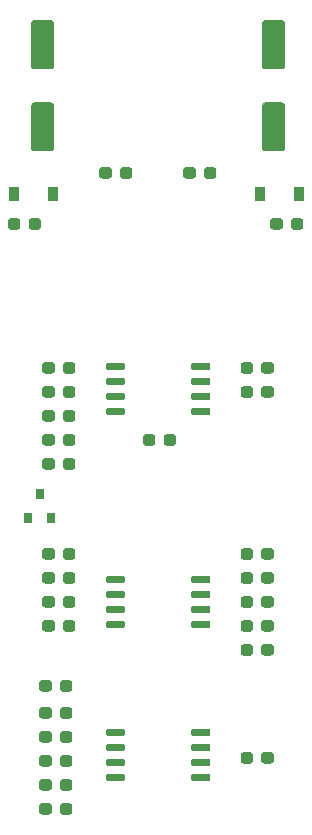
<source format=gbr>
G04 #@! TF.GenerationSoftware,KiCad,Pcbnew,5.1.4*
G04 #@! TF.CreationDate,2019-09-20T20:02:23+02:00*
G04 #@! TF.ProjectId,PolivoksVCF,506f6c69-766f-46b7-9356-43462e6b6963,rev?*
G04 #@! TF.SameCoordinates,Original*
G04 #@! TF.FileFunction,Paste,Top*
G04 #@! TF.FilePolarity,Positive*
%FSLAX46Y46*%
G04 Gerber Fmt 4.6, Leading zero omitted, Abs format (unit mm)*
G04 Created by KiCad (PCBNEW 5.1.4) date 2019-09-20 20:02:23*
%MOMM*%
%LPD*%
G04 APERTURE LIST*
%ADD10C,0.100000*%
%ADD11C,0.950000*%
%ADD12C,1.900000*%
%ADD13R,0.800000X0.900000*%
%ADD14C,0.600000*%
%ADD15R,0.900000X1.200000*%
G04 APERTURE END LIST*
D10*
G36*
X256850779Y-64804144D02*
G01*
X256873834Y-64807563D01*
X256896443Y-64813227D01*
X256918387Y-64821079D01*
X256939457Y-64831044D01*
X256959448Y-64843026D01*
X256978168Y-64856910D01*
X256995438Y-64872562D01*
X257011090Y-64889832D01*
X257024974Y-64908552D01*
X257036956Y-64928543D01*
X257046921Y-64949613D01*
X257054773Y-64971557D01*
X257060437Y-64994166D01*
X257063856Y-65017221D01*
X257065000Y-65040500D01*
X257065000Y-65515500D01*
X257063856Y-65538779D01*
X257060437Y-65561834D01*
X257054773Y-65584443D01*
X257046921Y-65606387D01*
X257036956Y-65627457D01*
X257024974Y-65647448D01*
X257011090Y-65666168D01*
X256995438Y-65683438D01*
X256978168Y-65699090D01*
X256959448Y-65712974D01*
X256939457Y-65724956D01*
X256918387Y-65734921D01*
X256896443Y-65742773D01*
X256873834Y-65748437D01*
X256850779Y-65751856D01*
X256827500Y-65753000D01*
X256252500Y-65753000D01*
X256229221Y-65751856D01*
X256206166Y-65748437D01*
X256183557Y-65742773D01*
X256161613Y-65734921D01*
X256140543Y-65724956D01*
X256120552Y-65712974D01*
X256101832Y-65699090D01*
X256084562Y-65683438D01*
X256068910Y-65666168D01*
X256055026Y-65647448D01*
X256043044Y-65627457D01*
X256033079Y-65606387D01*
X256025227Y-65584443D01*
X256019563Y-65561834D01*
X256016144Y-65538779D01*
X256015000Y-65515500D01*
X256015000Y-65040500D01*
X256016144Y-65017221D01*
X256019563Y-64994166D01*
X256025227Y-64971557D01*
X256033079Y-64949613D01*
X256043044Y-64928543D01*
X256055026Y-64908552D01*
X256068910Y-64889832D01*
X256084562Y-64872562D01*
X256101832Y-64856910D01*
X256120552Y-64843026D01*
X256140543Y-64831044D01*
X256161613Y-64821079D01*
X256183557Y-64813227D01*
X256206166Y-64807563D01*
X256229221Y-64804144D01*
X256252500Y-64803000D01*
X256827500Y-64803000D01*
X256850779Y-64804144D01*
X256850779Y-64804144D01*
G37*
D11*
X256540000Y-65278000D03*
D10*
G36*
X258600779Y-64804144D02*
G01*
X258623834Y-64807563D01*
X258646443Y-64813227D01*
X258668387Y-64821079D01*
X258689457Y-64831044D01*
X258709448Y-64843026D01*
X258728168Y-64856910D01*
X258745438Y-64872562D01*
X258761090Y-64889832D01*
X258774974Y-64908552D01*
X258786956Y-64928543D01*
X258796921Y-64949613D01*
X258804773Y-64971557D01*
X258810437Y-64994166D01*
X258813856Y-65017221D01*
X258815000Y-65040500D01*
X258815000Y-65515500D01*
X258813856Y-65538779D01*
X258810437Y-65561834D01*
X258804773Y-65584443D01*
X258796921Y-65606387D01*
X258786956Y-65627457D01*
X258774974Y-65647448D01*
X258761090Y-65666168D01*
X258745438Y-65683438D01*
X258728168Y-65699090D01*
X258709448Y-65712974D01*
X258689457Y-65724956D01*
X258668387Y-65734921D01*
X258646443Y-65742773D01*
X258623834Y-65748437D01*
X258600779Y-65751856D01*
X258577500Y-65753000D01*
X258002500Y-65753000D01*
X257979221Y-65751856D01*
X257956166Y-65748437D01*
X257933557Y-65742773D01*
X257911613Y-65734921D01*
X257890543Y-65724956D01*
X257870552Y-65712974D01*
X257851832Y-65699090D01*
X257834562Y-65683438D01*
X257818910Y-65666168D01*
X257805026Y-65647448D01*
X257793044Y-65627457D01*
X257783079Y-65606387D01*
X257775227Y-65584443D01*
X257769563Y-65561834D01*
X257766144Y-65538779D01*
X257765000Y-65515500D01*
X257765000Y-65040500D01*
X257766144Y-65017221D01*
X257769563Y-64994166D01*
X257775227Y-64971557D01*
X257783079Y-64949613D01*
X257793044Y-64928543D01*
X257805026Y-64908552D01*
X257818910Y-64889832D01*
X257834562Y-64872562D01*
X257851832Y-64856910D01*
X257870552Y-64843026D01*
X257890543Y-64831044D01*
X257911613Y-64821079D01*
X257933557Y-64813227D01*
X257956166Y-64807563D01*
X257979221Y-64804144D01*
X258002500Y-64803000D01*
X258577500Y-64803000D01*
X258600779Y-64804144D01*
X258600779Y-64804144D01*
G37*
D11*
X258290000Y-65278000D03*
D10*
G36*
X256850779Y-49056144D02*
G01*
X256873834Y-49059563D01*
X256896443Y-49065227D01*
X256918387Y-49073079D01*
X256939457Y-49083044D01*
X256959448Y-49095026D01*
X256978168Y-49108910D01*
X256995438Y-49124562D01*
X257011090Y-49141832D01*
X257024974Y-49160552D01*
X257036956Y-49180543D01*
X257046921Y-49201613D01*
X257054773Y-49223557D01*
X257060437Y-49246166D01*
X257063856Y-49269221D01*
X257065000Y-49292500D01*
X257065000Y-49767500D01*
X257063856Y-49790779D01*
X257060437Y-49813834D01*
X257054773Y-49836443D01*
X257046921Y-49858387D01*
X257036956Y-49879457D01*
X257024974Y-49899448D01*
X257011090Y-49918168D01*
X256995438Y-49935438D01*
X256978168Y-49951090D01*
X256959448Y-49964974D01*
X256939457Y-49976956D01*
X256918387Y-49986921D01*
X256896443Y-49994773D01*
X256873834Y-50000437D01*
X256850779Y-50003856D01*
X256827500Y-50005000D01*
X256252500Y-50005000D01*
X256229221Y-50003856D01*
X256206166Y-50000437D01*
X256183557Y-49994773D01*
X256161613Y-49986921D01*
X256140543Y-49976956D01*
X256120552Y-49964974D01*
X256101832Y-49951090D01*
X256084562Y-49935438D01*
X256068910Y-49918168D01*
X256055026Y-49899448D01*
X256043044Y-49879457D01*
X256033079Y-49858387D01*
X256025227Y-49836443D01*
X256019563Y-49813834D01*
X256016144Y-49790779D01*
X256015000Y-49767500D01*
X256015000Y-49292500D01*
X256016144Y-49269221D01*
X256019563Y-49246166D01*
X256025227Y-49223557D01*
X256033079Y-49201613D01*
X256043044Y-49180543D01*
X256055026Y-49160552D01*
X256068910Y-49141832D01*
X256084562Y-49124562D01*
X256101832Y-49108910D01*
X256120552Y-49095026D01*
X256140543Y-49083044D01*
X256161613Y-49073079D01*
X256183557Y-49065227D01*
X256206166Y-49059563D01*
X256229221Y-49056144D01*
X256252500Y-49055000D01*
X256827500Y-49055000D01*
X256850779Y-49056144D01*
X256850779Y-49056144D01*
G37*
D11*
X256540000Y-49530000D03*
D10*
G36*
X258600779Y-49056144D02*
G01*
X258623834Y-49059563D01*
X258646443Y-49065227D01*
X258668387Y-49073079D01*
X258689457Y-49083044D01*
X258709448Y-49095026D01*
X258728168Y-49108910D01*
X258745438Y-49124562D01*
X258761090Y-49141832D01*
X258774974Y-49160552D01*
X258786956Y-49180543D01*
X258796921Y-49201613D01*
X258804773Y-49223557D01*
X258810437Y-49246166D01*
X258813856Y-49269221D01*
X258815000Y-49292500D01*
X258815000Y-49767500D01*
X258813856Y-49790779D01*
X258810437Y-49813834D01*
X258804773Y-49836443D01*
X258796921Y-49858387D01*
X258786956Y-49879457D01*
X258774974Y-49899448D01*
X258761090Y-49918168D01*
X258745438Y-49935438D01*
X258728168Y-49951090D01*
X258709448Y-49964974D01*
X258689457Y-49976956D01*
X258668387Y-49986921D01*
X258646443Y-49994773D01*
X258623834Y-50000437D01*
X258600779Y-50003856D01*
X258577500Y-50005000D01*
X258002500Y-50005000D01*
X257979221Y-50003856D01*
X257956166Y-50000437D01*
X257933557Y-49994773D01*
X257911613Y-49986921D01*
X257890543Y-49976956D01*
X257870552Y-49964974D01*
X257851832Y-49951090D01*
X257834562Y-49935438D01*
X257818910Y-49918168D01*
X257805026Y-49899448D01*
X257793044Y-49879457D01*
X257783079Y-49858387D01*
X257775227Y-49836443D01*
X257769563Y-49813834D01*
X257766144Y-49790779D01*
X257765000Y-49767500D01*
X257765000Y-49292500D01*
X257766144Y-49269221D01*
X257769563Y-49246166D01*
X257775227Y-49223557D01*
X257783079Y-49201613D01*
X257793044Y-49180543D01*
X257805026Y-49160552D01*
X257818910Y-49141832D01*
X257834562Y-49124562D01*
X257851832Y-49108910D01*
X257870552Y-49095026D01*
X257890543Y-49083044D01*
X257911613Y-49073079D01*
X257933557Y-49065227D01*
X257956166Y-49059563D01*
X257979221Y-49056144D01*
X258002500Y-49055000D01*
X258577500Y-49055000D01*
X258600779Y-49056144D01*
X258600779Y-49056144D01*
G37*
D11*
X258290000Y-49530000D03*
D10*
G36*
X273642779Y-66836144D02*
G01*
X273665834Y-66839563D01*
X273688443Y-66845227D01*
X273710387Y-66853079D01*
X273731457Y-66863044D01*
X273751448Y-66875026D01*
X273770168Y-66888910D01*
X273787438Y-66904562D01*
X273803090Y-66921832D01*
X273816974Y-66940552D01*
X273828956Y-66960543D01*
X273838921Y-66981613D01*
X273846773Y-67003557D01*
X273852437Y-67026166D01*
X273855856Y-67049221D01*
X273857000Y-67072500D01*
X273857000Y-67547500D01*
X273855856Y-67570779D01*
X273852437Y-67593834D01*
X273846773Y-67616443D01*
X273838921Y-67638387D01*
X273828956Y-67659457D01*
X273816974Y-67679448D01*
X273803090Y-67698168D01*
X273787438Y-67715438D01*
X273770168Y-67731090D01*
X273751448Y-67744974D01*
X273731457Y-67756956D01*
X273710387Y-67766921D01*
X273688443Y-67774773D01*
X273665834Y-67780437D01*
X273642779Y-67783856D01*
X273619500Y-67785000D01*
X273044500Y-67785000D01*
X273021221Y-67783856D01*
X272998166Y-67780437D01*
X272975557Y-67774773D01*
X272953613Y-67766921D01*
X272932543Y-67756956D01*
X272912552Y-67744974D01*
X272893832Y-67731090D01*
X272876562Y-67715438D01*
X272860910Y-67698168D01*
X272847026Y-67679448D01*
X272835044Y-67659457D01*
X272825079Y-67638387D01*
X272817227Y-67616443D01*
X272811563Y-67593834D01*
X272808144Y-67570779D01*
X272807000Y-67547500D01*
X272807000Y-67072500D01*
X272808144Y-67049221D01*
X272811563Y-67026166D01*
X272817227Y-67003557D01*
X272825079Y-66981613D01*
X272835044Y-66960543D01*
X272847026Y-66940552D01*
X272860910Y-66921832D01*
X272876562Y-66904562D01*
X272893832Y-66888910D01*
X272912552Y-66875026D01*
X272932543Y-66863044D01*
X272953613Y-66853079D01*
X272975557Y-66845227D01*
X272998166Y-66839563D01*
X273021221Y-66836144D01*
X273044500Y-66835000D01*
X273619500Y-66835000D01*
X273642779Y-66836144D01*
X273642779Y-66836144D01*
G37*
D11*
X273332000Y-67310000D03*
D10*
G36*
X275392779Y-66836144D02*
G01*
X275415834Y-66839563D01*
X275438443Y-66845227D01*
X275460387Y-66853079D01*
X275481457Y-66863044D01*
X275501448Y-66875026D01*
X275520168Y-66888910D01*
X275537438Y-66904562D01*
X275553090Y-66921832D01*
X275566974Y-66940552D01*
X275578956Y-66960543D01*
X275588921Y-66981613D01*
X275596773Y-67003557D01*
X275602437Y-67026166D01*
X275605856Y-67049221D01*
X275607000Y-67072500D01*
X275607000Y-67547500D01*
X275605856Y-67570779D01*
X275602437Y-67593834D01*
X275596773Y-67616443D01*
X275588921Y-67638387D01*
X275578956Y-67659457D01*
X275566974Y-67679448D01*
X275553090Y-67698168D01*
X275537438Y-67715438D01*
X275520168Y-67731090D01*
X275501448Y-67744974D01*
X275481457Y-67756956D01*
X275460387Y-67766921D01*
X275438443Y-67774773D01*
X275415834Y-67780437D01*
X275392779Y-67783856D01*
X275369500Y-67785000D01*
X274794500Y-67785000D01*
X274771221Y-67783856D01*
X274748166Y-67780437D01*
X274725557Y-67774773D01*
X274703613Y-67766921D01*
X274682543Y-67756956D01*
X274662552Y-67744974D01*
X274643832Y-67731090D01*
X274626562Y-67715438D01*
X274610910Y-67698168D01*
X274597026Y-67679448D01*
X274585044Y-67659457D01*
X274575079Y-67638387D01*
X274567227Y-67616443D01*
X274561563Y-67593834D01*
X274558144Y-67570779D01*
X274557000Y-67547500D01*
X274557000Y-67072500D01*
X274558144Y-67049221D01*
X274561563Y-67026166D01*
X274567227Y-67003557D01*
X274575079Y-66981613D01*
X274585044Y-66960543D01*
X274597026Y-66940552D01*
X274610910Y-66921832D01*
X274626562Y-66904562D01*
X274643832Y-66888910D01*
X274662552Y-66875026D01*
X274682543Y-66863044D01*
X274703613Y-66853079D01*
X274725557Y-66845227D01*
X274748166Y-66839563D01*
X274771221Y-66836144D01*
X274794500Y-66835000D01*
X275369500Y-66835000D01*
X275392779Y-66836144D01*
X275392779Y-66836144D01*
G37*
D11*
X275082000Y-67310000D03*
D10*
G36*
X265373779Y-53120144D02*
G01*
X265396834Y-53123563D01*
X265419443Y-53129227D01*
X265441387Y-53137079D01*
X265462457Y-53147044D01*
X265482448Y-53159026D01*
X265501168Y-53172910D01*
X265518438Y-53188562D01*
X265534090Y-53205832D01*
X265547974Y-53224552D01*
X265559956Y-53244543D01*
X265569921Y-53265613D01*
X265577773Y-53287557D01*
X265583437Y-53310166D01*
X265586856Y-53333221D01*
X265588000Y-53356500D01*
X265588000Y-53831500D01*
X265586856Y-53854779D01*
X265583437Y-53877834D01*
X265577773Y-53900443D01*
X265569921Y-53922387D01*
X265559956Y-53943457D01*
X265547974Y-53963448D01*
X265534090Y-53982168D01*
X265518438Y-53999438D01*
X265501168Y-54015090D01*
X265482448Y-54028974D01*
X265462457Y-54040956D01*
X265441387Y-54050921D01*
X265419443Y-54058773D01*
X265396834Y-54064437D01*
X265373779Y-54067856D01*
X265350500Y-54069000D01*
X264775500Y-54069000D01*
X264752221Y-54067856D01*
X264729166Y-54064437D01*
X264706557Y-54058773D01*
X264684613Y-54050921D01*
X264663543Y-54040956D01*
X264643552Y-54028974D01*
X264624832Y-54015090D01*
X264607562Y-53999438D01*
X264591910Y-53982168D01*
X264578026Y-53963448D01*
X264566044Y-53943457D01*
X264556079Y-53922387D01*
X264548227Y-53900443D01*
X264542563Y-53877834D01*
X264539144Y-53854779D01*
X264538000Y-53831500D01*
X264538000Y-53356500D01*
X264539144Y-53333221D01*
X264542563Y-53310166D01*
X264548227Y-53287557D01*
X264556079Y-53265613D01*
X264566044Y-53244543D01*
X264578026Y-53224552D01*
X264591910Y-53205832D01*
X264607562Y-53188562D01*
X264624832Y-53172910D01*
X264643552Y-53159026D01*
X264663543Y-53147044D01*
X264684613Y-53137079D01*
X264706557Y-53129227D01*
X264729166Y-53123563D01*
X264752221Y-53120144D01*
X264775500Y-53119000D01*
X265350500Y-53119000D01*
X265373779Y-53120144D01*
X265373779Y-53120144D01*
G37*
D11*
X265063000Y-53594000D03*
D10*
G36*
X267123779Y-53120144D02*
G01*
X267146834Y-53123563D01*
X267169443Y-53129227D01*
X267191387Y-53137079D01*
X267212457Y-53147044D01*
X267232448Y-53159026D01*
X267251168Y-53172910D01*
X267268438Y-53188562D01*
X267284090Y-53205832D01*
X267297974Y-53224552D01*
X267309956Y-53244543D01*
X267319921Y-53265613D01*
X267327773Y-53287557D01*
X267333437Y-53310166D01*
X267336856Y-53333221D01*
X267338000Y-53356500D01*
X267338000Y-53831500D01*
X267336856Y-53854779D01*
X267333437Y-53877834D01*
X267327773Y-53900443D01*
X267319921Y-53922387D01*
X267309956Y-53943457D01*
X267297974Y-53963448D01*
X267284090Y-53982168D01*
X267268438Y-53999438D01*
X267251168Y-54015090D01*
X267232448Y-54028974D01*
X267212457Y-54040956D01*
X267191387Y-54050921D01*
X267169443Y-54058773D01*
X267146834Y-54064437D01*
X267123779Y-54067856D01*
X267100500Y-54069000D01*
X266525500Y-54069000D01*
X266502221Y-54067856D01*
X266479166Y-54064437D01*
X266456557Y-54058773D01*
X266434613Y-54050921D01*
X266413543Y-54040956D01*
X266393552Y-54028974D01*
X266374832Y-54015090D01*
X266357562Y-53999438D01*
X266341910Y-53982168D01*
X266328026Y-53963448D01*
X266316044Y-53943457D01*
X266306079Y-53922387D01*
X266298227Y-53900443D01*
X266292563Y-53877834D01*
X266289144Y-53854779D01*
X266288000Y-53831500D01*
X266288000Y-53356500D01*
X266289144Y-53333221D01*
X266292563Y-53310166D01*
X266298227Y-53287557D01*
X266306079Y-53265613D01*
X266316044Y-53244543D01*
X266328026Y-53224552D01*
X266341910Y-53205832D01*
X266357562Y-53188562D01*
X266374832Y-53172910D01*
X266393552Y-53159026D01*
X266413543Y-53147044D01*
X266434613Y-53137079D01*
X266456557Y-53129227D01*
X266479166Y-53123563D01*
X266502221Y-53120144D01*
X266525500Y-53119000D01*
X267100500Y-53119000D01*
X267123779Y-53120144D01*
X267123779Y-53120144D01*
G37*
D11*
X266813000Y-53594000D03*
D10*
G36*
X273642779Y-49056144D02*
G01*
X273665834Y-49059563D01*
X273688443Y-49065227D01*
X273710387Y-49073079D01*
X273731457Y-49083044D01*
X273751448Y-49095026D01*
X273770168Y-49108910D01*
X273787438Y-49124562D01*
X273803090Y-49141832D01*
X273816974Y-49160552D01*
X273828956Y-49180543D01*
X273838921Y-49201613D01*
X273846773Y-49223557D01*
X273852437Y-49246166D01*
X273855856Y-49269221D01*
X273857000Y-49292500D01*
X273857000Y-49767500D01*
X273855856Y-49790779D01*
X273852437Y-49813834D01*
X273846773Y-49836443D01*
X273838921Y-49858387D01*
X273828956Y-49879457D01*
X273816974Y-49899448D01*
X273803090Y-49918168D01*
X273787438Y-49935438D01*
X273770168Y-49951090D01*
X273751448Y-49964974D01*
X273731457Y-49976956D01*
X273710387Y-49986921D01*
X273688443Y-49994773D01*
X273665834Y-50000437D01*
X273642779Y-50003856D01*
X273619500Y-50005000D01*
X273044500Y-50005000D01*
X273021221Y-50003856D01*
X272998166Y-50000437D01*
X272975557Y-49994773D01*
X272953613Y-49986921D01*
X272932543Y-49976956D01*
X272912552Y-49964974D01*
X272893832Y-49951090D01*
X272876562Y-49935438D01*
X272860910Y-49918168D01*
X272847026Y-49899448D01*
X272835044Y-49879457D01*
X272825079Y-49858387D01*
X272817227Y-49836443D01*
X272811563Y-49813834D01*
X272808144Y-49790779D01*
X272807000Y-49767500D01*
X272807000Y-49292500D01*
X272808144Y-49269221D01*
X272811563Y-49246166D01*
X272817227Y-49223557D01*
X272825079Y-49201613D01*
X272835044Y-49180543D01*
X272847026Y-49160552D01*
X272860910Y-49141832D01*
X272876562Y-49124562D01*
X272893832Y-49108910D01*
X272912552Y-49095026D01*
X272932543Y-49083044D01*
X272953613Y-49073079D01*
X272975557Y-49065227D01*
X272998166Y-49059563D01*
X273021221Y-49056144D01*
X273044500Y-49055000D01*
X273619500Y-49055000D01*
X273642779Y-49056144D01*
X273642779Y-49056144D01*
G37*
D11*
X273332000Y-49530000D03*
D10*
G36*
X275392779Y-49056144D02*
G01*
X275415834Y-49059563D01*
X275438443Y-49065227D01*
X275460387Y-49073079D01*
X275481457Y-49083044D01*
X275501448Y-49095026D01*
X275520168Y-49108910D01*
X275537438Y-49124562D01*
X275553090Y-49141832D01*
X275566974Y-49160552D01*
X275578956Y-49180543D01*
X275588921Y-49201613D01*
X275596773Y-49223557D01*
X275602437Y-49246166D01*
X275605856Y-49269221D01*
X275607000Y-49292500D01*
X275607000Y-49767500D01*
X275605856Y-49790779D01*
X275602437Y-49813834D01*
X275596773Y-49836443D01*
X275588921Y-49858387D01*
X275578956Y-49879457D01*
X275566974Y-49899448D01*
X275553090Y-49918168D01*
X275537438Y-49935438D01*
X275520168Y-49951090D01*
X275501448Y-49964974D01*
X275481457Y-49976956D01*
X275460387Y-49986921D01*
X275438443Y-49994773D01*
X275415834Y-50000437D01*
X275392779Y-50003856D01*
X275369500Y-50005000D01*
X274794500Y-50005000D01*
X274771221Y-50003856D01*
X274748166Y-50000437D01*
X274725557Y-49994773D01*
X274703613Y-49986921D01*
X274682543Y-49976956D01*
X274662552Y-49964974D01*
X274643832Y-49951090D01*
X274626562Y-49935438D01*
X274610910Y-49918168D01*
X274597026Y-49899448D01*
X274585044Y-49879457D01*
X274575079Y-49858387D01*
X274567227Y-49836443D01*
X274561563Y-49813834D01*
X274558144Y-49790779D01*
X274557000Y-49767500D01*
X274557000Y-49292500D01*
X274558144Y-49269221D01*
X274561563Y-49246166D01*
X274567227Y-49223557D01*
X274575079Y-49201613D01*
X274585044Y-49180543D01*
X274597026Y-49160552D01*
X274610910Y-49141832D01*
X274626562Y-49124562D01*
X274643832Y-49108910D01*
X274662552Y-49095026D01*
X274682543Y-49083044D01*
X274703613Y-49073079D01*
X274725557Y-49065227D01*
X274748166Y-49059563D01*
X274771221Y-49056144D01*
X274794500Y-49055000D01*
X275369500Y-49055000D01*
X275392779Y-49056144D01*
X275392779Y-49056144D01*
G37*
D11*
X275082000Y-49530000D03*
D10*
G36*
X256756504Y-25023204D02*
G01*
X256780773Y-25026804D01*
X256804571Y-25032765D01*
X256827671Y-25041030D01*
X256849849Y-25051520D01*
X256870893Y-25064133D01*
X256890598Y-25078747D01*
X256908777Y-25095223D01*
X256925253Y-25113402D01*
X256939867Y-25133107D01*
X256952480Y-25154151D01*
X256962970Y-25176329D01*
X256971235Y-25199429D01*
X256977196Y-25223227D01*
X256980796Y-25247496D01*
X256982000Y-25272000D01*
X256982000Y-28922000D01*
X256980796Y-28946504D01*
X256977196Y-28970773D01*
X256971235Y-28994571D01*
X256962970Y-29017671D01*
X256952480Y-29039849D01*
X256939867Y-29060893D01*
X256925253Y-29080598D01*
X256908777Y-29098777D01*
X256890598Y-29115253D01*
X256870893Y-29129867D01*
X256849849Y-29142480D01*
X256827671Y-29152970D01*
X256804571Y-29161235D01*
X256780773Y-29167196D01*
X256756504Y-29170796D01*
X256732000Y-29172000D01*
X255332000Y-29172000D01*
X255307496Y-29170796D01*
X255283227Y-29167196D01*
X255259429Y-29161235D01*
X255236329Y-29152970D01*
X255214151Y-29142480D01*
X255193107Y-29129867D01*
X255173402Y-29115253D01*
X255155223Y-29098777D01*
X255138747Y-29080598D01*
X255124133Y-29060893D01*
X255111520Y-29039849D01*
X255101030Y-29017671D01*
X255092765Y-28994571D01*
X255086804Y-28970773D01*
X255083204Y-28946504D01*
X255082000Y-28922000D01*
X255082000Y-25272000D01*
X255083204Y-25247496D01*
X255086804Y-25223227D01*
X255092765Y-25199429D01*
X255101030Y-25176329D01*
X255111520Y-25154151D01*
X255124133Y-25133107D01*
X255138747Y-25113402D01*
X255155223Y-25095223D01*
X255173402Y-25078747D01*
X255193107Y-25064133D01*
X255214151Y-25051520D01*
X255236329Y-25041030D01*
X255259429Y-25032765D01*
X255283227Y-25026804D01*
X255307496Y-25023204D01*
X255332000Y-25022000D01*
X256732000Y-25022000D01*
X256756504Y-25023204D01*
X256756504Y-25023204D01*
G37*
D12*
X256032000Y-27097000D03*
D10*
G36*
X256756504Y-18073204D02*
G01*
X256780773Y-18076804D01*
X256804571Y-18082765D01*
X256827671Y-18091030D01*
X256849849Y-18101520D01*
X256870893Y-18114133D01*
X256890598Y-18128747D01*
X256908777Y-18145223D01*
X256925253Y-18163402D01*
X256939867Y-18183107D01*
X256952480Y-18204151D01*
X256962970Y-18226329D01*
X256971235Y-18249429D01*
X256977196Y-18273227D01*
X256980796Y-18297496D01*
X256982000Y-18322000D01*
X256982000Y-21972000D01*
X256980796Y-21996504D01*
X256977196Y-22020773D01*
X256971235Y-22044571D01*
X256962970Y-22067671D01*
X256952480Y-22089849D01*
X256939867Y-22110893D01*
X256925253Y-22130598D01*
X256908777Y-22148777D01*
X256890598Y-22165253D01*
X256870893Y-22179867D01*
X256849849Y-22192480D01*
X256827671Y-22202970D01*
X256804571Y-22211235D01*
X256780773Y-22217196D01*
X256756504Y-22220796D01*
X256732000Y-22222000D01*
X255332000Y-22222000D01*
X255307496Y-22220796D01*
X255283227Y-22217196D01*
X255259429Y-22211235D01*
X255236329Y-22202970D01*
X255214151Y-22192480D01*
X255193107Y-22179867D01*
X255173402Y-22165253D01*
X255155223Y-22148777D01*
X255138747Y-22130598D01*
X255124133Y-22110893D01*
X255111520Y-22089849D01*
X255101030Y-22067671D01*
X255092765Y-22044571D01*
X255086804Y-22020773D01*
X255083204Y-21996504D01*
X255082000Y-21972000D01*
X255082000Y-18322000D01*
X255083204Y-18297496D01*
X255086804Y-18273227D01*
X255092765Y-18249429D01*
X255101030Y-18226329D01*
X255111520Y-18204151D01*
X255124133Y-18183107D01*
X255138747Y-18163402D01*
X255155223Y-18145223D01*
X255173402Y-18128747D01*
X255193107Y-18114133D01*
X255214151Y-18101520D01*
X255236329Y-18091030D01*
X255259429Y-18082765D01*
X255283227Y-18076804D01*
X255307496Y-18073204D01*
X255332000Y-18072000D01*
X256732000Y-18072000D01*
X256756504Y-18073204D01*
X256756504Y-18073204D01*
G37*
D12*
X256032000Y-20147000D03*
D10*
G36*
X276314504Y-18073204D02*
G01*
X276338773Y-18076804D01*
X276362571Y-18082765D01*
X276385671Y-18091030D01*
X276407849Y-18101520D01*
X276428893Y-18114133D01*
X276448598Y-18128747D01*
X276466777Y-18145223D01*
X276483253Y-18163402D01*
X276497867Y-18183107D01*
X276510480Y-18204151D01*
X276520970Y-18226329D01*
X276529235Y-18249429D01*
X276535196Y-18273227D01*
X276538796Y-18297496D01*
X276540000Y-18322000D01*
X276540000Y-21972000D01*
X276538796Y-21996504D01*
X276535196Y-22020773D01*
X276529235Y-22044571D01*
X276520970Y-22067671D01*
X276510480Y-22089849D01*
X276497867Y-22110893D01*
X276483253Y-22130598D01*
X276466777Y-22148777D01*
X276448598Y-22165253D01*
X276428893Y-22179867D01*
X276407849Y-22192480D01*
X276385671Y-22202970D01*
X276362571Y-22211235D01*
X276338773Y-22217196D01*
X276314504Y-22220796D01*
X276290000Y-22222000D01*
X274890000Y-22222000D01*
X274865496Y-22220796D01*
X274841227Y-22217196D01*
X274817429Y-22211235D01*
X274794329Y-22202970D01*
X274772151Y-22192480D01*
X274751107Y-22179867D01*
X274731402Y-22165253D01*
X274713223Y-22148777D01*
X274696747Y-22130598D01*
X274682133Y-22110893D01*
X274669520Y-22089849D01*
X274659030Y-22067671D01*
X274650765Y-22044571D01*
X274644804Y-22020773D01*
X274641204Y-21996504D01*
X274640000Y-21972000D01*
X274640000Y-18322000D01*
X274641204Y-18297496D01*
X274644804Y-18273227D01*
X274650765Y-18249429D01*
X274659030Y-18226329D01*
X274669520Y-18204151D01*
X274682133Y-18183107D01*
X274696747Y-18163402D01*
X274713223Y-18145223D01*
X274731402Y-18128747D01*
X274751107Y-18114133D01*
X274772151Y-18101520D01*
X274794329Y-18091030D01*
X274817429Y-18082765D01*
X274841227Y-18076804D01*
X274865496Y-18073204D01*
X274890000Y-18072000D01*
X276290000Y-18072000D01*
X276314504Y-18073204D01*
X276314504Y-18073204D01*
G37*
D12*
X275590000Y-20147000D03*
D10*
G36*
X276314504Y-25023204D02*
G01*
X276338773Y-25026804D01*
X276362571Y-25032765D01*
X276385671Y-25041030D01*
X276407849Y-25051520D01*
X276428893Y-25064133D01*
X276448598Y-25078747D01*
X276466777Y-25095223D01*
X276483253Y-25113402D01*
X276497867Y-25133107D01*
X276510480Y-25154151D01*
X276520970Y-25176329D01*
X276529235Y-25199429D01*
X276535196Y-25223227D01*
X276538796Y-25247496D01*
X276540000Y-25272000D01*
X276540000Y-28922000D01*
X276538796Y-28946504D01*
X276535196Y-28970773D01*
X276529235Y-28994571D01*
X276520970Y-29017671D01*
X276510480Y-29039849D01*
X276497867Y-29060893D01*
X276483253Y-29080598D01*
X276466777Y-29098777D01*
X276448598Y-29115253D01*
X276428893Y-29129867D01*
X276407849Y-29142480D01*
X276385671Y-29152970D01*
X276362571Y-29161235D01*
X276338773Y-29167196D01*
X276314504Y-29170796D01*
X276290000Y-29172000D01*
X274890000Y-29172000D01*
X274865496Y-29170796D01*
X274841227Y-29167196D01*
X274817429Y-29161235D01*
X274794329Y-29152970D01*
X274772151Y-29142480D01*
X274751107Y-29129867D01*
X274731402Y-29115253D01*
X274713223Y-29098777D01*
X274696747Y-29080598D01*
X274682133Y-29060893D01*
X274669520Y-29039849D01*
X274659030Y-29017671D01*
X274650765Y-28994571D01*
X274644804Y-28970773D01*
X274641204Y-28946504D01*
X274640000Y-28922000D01*
X274640000Y-25272000D01*
X274641204Y-25247496D01*
X274644804Y-25223227D01*
X274650765Y-25199429D01*
X274659030Y-25176329D01*
X274669520Y-25154151D01*
X274682133Y-25133107D01*
X274696747Y-25113402D01*
X274713223Y-25095223D01*
X274731402Y-25078747D01*
X274751107Y-25064133D01*
X274772151Y-25051520D01*
X274794329Y-25041030D01*
X274817429Y-25032765D01*
X274841227Y-25026804D01*
X274865496Y-25023204D01*
X274890000Y-25022000D01*
X276290000Y-25022000D01*
X276314504Y-25023204D01*
X276314504Y-25023204D01*
G37*
D12*
X275590000Y-27097000D03*
D10*
G36*
X258600779Y-68868144D02*
G01*
X258623834Y-68871563D01*
X258646443Y-68877227D01*
X258668387Y-68885079D01*
X258689457Y-68895044D01*
X258709448Y-68907026D01*
X258728168Y-68920910D01*
X258745438Y-68936562D01*
X258761090Y-68953832D01*
X258774974Y-68972552D01*
X258786956Y-68992543D01*
X258796921Y-69013613D01*
X258804773Y-69035557D01*
X258810437Y-69058166D01*
X258813856Y-69081221D01*
X258815000Y-69104500D01*
X258815000Y-69579500D01*
X258813856Y-69602779D01*
X258810437Y-69625834D01*
X258804773Y-69648443D01*
X258796921Y-69670387D01*
X258786956Y-69691457D01*
X258774974Y-69711448D01*
X258761090Y-69730168D01*
X258745438Y-69747438D01*
X258728168Y-69763090D01*
X258709448Y-69776974D01*
X258689457Y-69788956D01*
X258668387Y-69798921D01*
X258646443Y-69806773D01*
X258623834Y-69812437D01*
X258600779Y-69815856D01*
X258577500Y-69817000D01*
X258002500Y-69817000D01*
X257979221Y-69815856D01*
X257956166Y-69812437D01*
X257933557Y-69806773D01*
X257911613Y-69798921D01*
X257890543Y-69788956D01*
X257870552Y-69776974D01*
X257851832Y-69763090D01*
X257834562Y-69747438D01*
X257818910Y-69730168D01*
X257805026Y-69711448D01*
X257793044Y-69691457D01*
X257783079Y-69670387D01*
X257775227Y-69648443D01*
X257769563Y-69625834D01*
X257766144Y-69602779D01*
X257765000Y-69579500D01*
X257765000Y-69104500D01*
X257766144Y-69081221D01*
X257769563Y-69058166D01*
X257775227Y-69035557D01*
X257783079Y-69013613D01*
X257793044Y-68992543D01*
X257805026Y-68972552D01*
X257818910Y-68953832D01*
X257834562Y-68936562D01*
X257851832Y-68920910D01*
X257870552Y-68907026D01*
X257890543Y-68895044D01*
X257911613Y-68885079D01*
X257933557Y-68877227D01*
X257956166Y-68871563D01*
X257979221Y-68868144D01*
X258002500Y-68867000D01*
X258577500Y-68867000D01*
X258600779Y-68868144D01*
X258600779Y-68868144D01*
G37*
D11*
X258290000Y-69342000D03*
D10*
G36*
X256850779Y-68868144D02*
G01*
X256873834Y-68871563D01*
X256896443Y-68877227D01*
X256918387Y-68885079D01*
X256939457Y-68895044D01*
X256959448Y-68907026D01*
X256978168Y-68920910D01*
X256995438Y-68936562D01*
X257011090Y-68953832D01*
X257024974Y-68972552D01*
X257036956Y-68992543D01*
X257046921Y-69013613D01*
X257054773Y-69035557D01*
X257060437Y-69058166D01*
X257063856Y-69081221D01*
X257065000Y-69104500D01*
X257065000Y-69579500D01*
X257063856Y-69602779D01*
X257060437Y-69625834D01*
X257054773Y-69648443D01*
X257046921Y-69670387D01*
X257036956Y-69691457D01*
X257024974Y-69711448D01*
X257011090Y-69730168D01*
X256995438Y-69747438D01*
X256978168Y-69763090D01*
X256959448Y-69776974D01*
X256939457Y-69788956D01*
X256918387Y-69798921D01*
X256896443Y-69806773D01*
X256873834Y-69812437D01*
X256850779Y-69815856D01*
X256827500Y-69817000D01*
X256252500Y-69817000D01*
X256229221Y-69815856D01*
X256206166Y-69812437D01*
X256183557Y-69806773D01*
X256161613Y-69798921D01*
X256140543Y-69788956D01*
X256120552Y-69776974D01*
X256101832Y-69763090D01*
X256084562Y-69747438D01*
X256068910Y-69730168D01*
X256055026Y-69711448D01*
X256043044Y-69691457D01*
X256033079Y-69670387D01*
X256025227Y-69648443D01*
X256019563Y-69625834D01*
X256016144Y-69602779D01*
X256015000Y-69579500D01*
X256015000Y-69104500D01*
X256016144Y-69081221D01*
X256019563Y-69058166D01*
X256025227Y-69035557D01*
X256033079Y-69013613D01*
X256043044Y-68992543D01*
X256055026Y-68972552D01*
X256068910Y-68953832D01*
X256084562Y-68936562D01*
X256101832Y-68920910D01*
X256120552Y-68907026D01*
X256140543Y-68895044D01*
X256161613Y-68885079D01*
X256183557Y-68877227D01*
X256206166Y-68871563D01*
X256229221Y-68868144D01*
X256252500Y-68867000D01*
X256827500Y-68867000D01*
X256850779Y-68868144D01*
X256850779Y-68868144D01*
G37*
D11*
X256540000Y-69342000D03*
D10*
G36*
X273642779Y-62772144D02*
G01*
X273665834Y-62775563D01*
X273688443Y-62781227D01*
X273710387Y-62789079D01*
X273731457Y-62799044D01*
X273751448Y-62811026D01*
X273770168Y-62824910D01*
X273787438Y-62840562D01*
X273803090Y-62857832D01*
X273816974Y-62876552D01*
X273828956Y-62896543D01*
X273838921Y-62917613D01*
X273846773Y-62939557D01*
X273852437Y-62962166D01*
X273855856Y-62985221D01*
X273857000Y-63008500D01*
X273857000Y-63483500D01*
X273855856Y-63506779D01*
X273852437Y-63529834D01*
X273846773Y-63552443D01*
X273838921Y-63574387D01*
X273828956Y-63595457D01*
X273816974Y-63615448D01*
X273803090Y-63634168D01*
X273787438Y-63651438D01*
X273770168Y-63667090D01*
X273751448Y-63680974D01*
X273731457Y-63692956D01*
X273710387Y-63702921D01*
X273688443Y-63710773D01*
X273665834Y-63716437D01*
X273642779Y-63719856D01*
X273619500Y-63721000D01*
X273044500Y-63721000D01*
X273021221Y-63719856D01*
X272998166Y-63716437D01*
X272975557Y-63710773D01*
X272953613Y-63702921D01*
X272932543Y-63692956D01*
X272912552Y-63680974D01*
X272893832Y-63667090D01*
X272876562Y-63651438D01*
X272860910Y-63634168D01*
X272847026Y-63615448D01*
X272835044Y-63595457D01*
X272825079Y-63574387D01*
X272817227Y-63552443D01*
X272811563Y-63529834D01*
X272808144Y-63506779D01*
X272807000Y-63483500D01*
X272807000Y-63008500D01*
X272808144Y-62985221D01*
X272811563Y-62962166D01*
X272817227Y-62939557D01*
X272825079Y-62917613D01*
X272835044Y-62896543D01*
X272847026Y-62876552D01*
X272860910Y-62857832D01*
X272876562Y-62840562D01*
X272893832Y-62824910D01*
X272912552Y-62811026D01*
X272932543Y-62799044D01*
X272953613Y-62789079D01*
X272975557Y-62781227D01*
X272998166Y-62775563D01*
X273021221Y-62772144D01*
X273044500Y-62771000D01*
X273619500Y-62771000D01*
X273642779Y-62772144D01*
X273642779Y-62772144D01*
G37*
D11*
X273332000Y-63246000D03*
D10*
G36*
X275392779Y-62772144D02*
G01*
X275415834Y-62775563D01*
X275438443Y-62781227D01*
X275460387Y-62789079D01*
X275481457Y-62799044D01*
X275501448Y-62811026D01*
X275520168Y-62824910D01*
X275537438Y-62840562D01*
X275553090Y-62857832D01*
X275566974Y-62876552D01*
X275578956Y-62896543D01*
X275588921Y-62917613D01*
X275596773Y-62939557D01*
X275602437Y-62962166D01*
X275605856Y-62985221D01*
X275607000Y-63008500D01*
X275607000Y-63483500D01*
X275605856Y-63506779D01*
X275602437Y-63529834D01*
X275596773Y-63552443D01*
X275588921Y-63574387D01*
X275578956Y-63595457D01*
X275566974Y-63615448D01*
X275553090Y-63634168D01*
X275537438Y-63651438D01*
X275520168Y-63667090D01*
X275501448Y-63680974D01*
X275481457Y-63692956D01*
X275460387Y-63702921D01*
X275438443Y-63710773D01*
X275415834Y-63716437D01*
X275392779Y-63719856D01*
X275369500Y-63721000D01*
X274794500Y-63721000D01*
X274771221Y-63719856D01*
X274748166Y-63716437D01*
X274725557Y-63710773D01*
X274703613Y-63702921D01*
X274682543Y-63692956D01*
X274662552Y-63680974D01*
X274643832Y-63667090D01*
X274626562Y-63651438D01*
X274610910Y-63634168D01*
X274597026Y-63615448D01*
X274585044Y-63595457D01*
X274575079Y-63574387D01*
X274567227Y-63552443D01*
X274561563Y-63529834D01*
X274558144Y-63506779D01*
X274557000Y-63483500D01*
X274557000Y-63008500D01*
X274558144Y-62985221D01*
X274561563Y-62962166D01*
X274567227Y-62939557D01*
X274575079Y-62917613D01*
X274585044Y-62896543D01*
X274597026Y-62876552D01*
X274610910Y-62857832D01*
X274626562Y-62840562D01*
X274643832Y-62824910D01*
X274662552Y-62811026D01*
X274682543Y-62799044D01*
X274703613Y-62789079D01*
X274725557Y-62781227D01*
X274748166Y-62775563D01*
X274771221Y-62772144D01*
X274794500Y-62771000D01*
X275369500Y-62771000D01*
X275392779Y-62772144D01*
X275392779Y-62772144D01*
G37*
D11*
X275082000Y-63246000D03*
D10*
G36*
X258346779Y-82330144D02*
G01*
X258369834Y-82333563D01*
X258392443Y-82339227D01*
X258414387Y-82347079D01*
X258435457Y-82357044D01*
X258455448Y-82369026D01*
X258474168Y-82382910D01*
X258491438Y-82398562D01*
X258507090Y-82415832D01*
X258520974Y-82434552D01*
X258532956Y-82454543D01*
X258542921Y-82475613D01*
X258550773Y-82497557D01*
X258556437Y-82520166D01*
X258559856Y-82543221D01*
X258561000Y-82566500D01*
X258561000Y-83041500D01*
X258559856Y-83064779D01*
X258556437Y-83087834D01*
X258550773Y-83110443D01*
X258542921Y-83132387D01*
X258532956Y-83153457D01*
X258520974Y-83173448D01*
X258507090Y-83192168D01*
X258491438Y-83209438D01*
X258474168Y-83225090D01*
X258455448Y-83238974D01*
X258435457Y-83250956D01*
X258414387Y-83260921D01*
X258392443Y-83268773D01*
X258369834Y-83274437D01*
X258346779Y-83277856D01*
X258323500Y-83279000D01*
X257748500Y-83279000D01*
X257725221Y-83277856D01*
X257702166Y-83274437D01*
X257679557Y-83268773D01*
X257657613Y-83260921D01*
X257636543Y-83250956D01*
X257616552Y-83238974D01*
X257597832Y-83225090D01*
X257580562Y-83209438D01*
X257564910Y-83192168D01*
X257551026Y-83173448D01*
X257539044Y-83153457D01*
X257529079Y-83132387D01*
X257521227Y-83110443D01*
X257515563Y-83087834D01*
X257512144Y-83064779D01*
X257511000Y-83041500D01*
X257511000Y-82566500D01*
X257512144Y-82543221D01*
X257515563Y-82520166D01*
X257521227Y-82497557D01*
X257529079Y-82475613D01*
X257539044Y-82454543D01*
X257551026Y-82434552D01*
X257564910Y-82415832D01*
X257580562Y-82398562D01*
X257597832Y-82382910D01*
X257616552Y-82369026D01*
X257636543Y-82357044D01*
X257657613Y-82347079D01*
X257679557Y-82339227D01*
X257702166Y-82333563D01*
X257725221Y-82330144D01*
X257748500Y-82329000D01*
X258323500Y-82329000D01*
X258346779Y-82330144D01*
X258346779Y-82330144D01*
G37*
D11*
X258036000Y-82804000D03*
D10*
G36*
X256596779Y-82330144D02*
G01*
X256619834Y-82333563D01*
X256642443Y-82339227D01*
X256664387Y-82347079D01*
X256685457Y-82357044D01*
X256705448Y-82369026D01*
X256724168Y-82382910D01*
X256741438Y-82398562D01*
X256757090Y-82415832D01*
X256770974Y-82434552D01*
X256782956Y-82454543D01*
X256792921Y-82475613D01*
X256800773Y-82497557D01*
X256806437Y-82520166D01*
X256809856Y-82543221D01*
X256811000Y-82566500D01*
X256811000Y-83041500D01*
X256809856Y-83064779D01*
X256806437Y-83087834D01*
X256800773Y-83110443D01*
X256792921Y-83132387D01*
X256782956Y-83153457D01*
X256770974Y-83173448D01*
X256757090Y-83192168D01*
X256741438Y-83209438D01*
X256724168Y-83225090D01*
X256705448Y-83238974D01*
X256685457Y-83250956D01*
X256664387Y-83260921D01*
X256642443Y-83268773D01*
X256619834Y-83274437D01*
X256596779Y-83277856D01*
X256573500Y-83279000D01*
X255998500Y-83279000D01*
X255975221Y-83277856D01*
X255952166Y-83274437D01*
X255929557Y-83268773D01*
X255907613Y-83260921D01*
X255886543Y-83250956D01*
X255866552Y-83238974D01*
X255847832Y-83225090D01*
X255830562Y-83209438D01*
X255814910Y-83192168D01*
X255801026Y-83173448D01*
X255789044Y-83153457D01*
X255779079Y-83132387D01*
X255771227Y-83110443D01*
X255765563Y-83087834D01*
X255762144Y-83064779D01*
X255761000Y-83041500D01*
X255761000Y-82566500D01*
X255762144Y-82543221D01*
X255765563Y-82520166D01*
X255771227Y-82497557D01*
X255779079Y-82475613D01*
X255789044Y-82454543D01*
X255801026Y-82434552D01*
X255814910Y-82415832D01*
X255830562Y-82398562D01*
X255847832Y-82382910D01*
X255866552Y-82369026D01*
X255886543Y-82357044D01*
X255907613Y-82347079D01*
X255929557Y-82339227D01*
X255952166Y-82333563D01*
X255975221Y-82330144D01*
X255998500Y-82329000D01*
X256573500Y-82329000D01*
X256596779Y-82330144D01*
X256596779Y-82330144D01*
G37*
D11*
X256286000Y-82804000D03*
D10*
G36*
X273642779Y-80044144D02*
G01*
X273665834Y-80047563D01*
X273688443Y-80053227D01*
X273710387Y-80061079D01*
X273731457Y-80071044D01*
X273751448Y-80083026D01*
X273770168Y-80096910D01*
X273787438Y-80112562D01*
X273803090Y-80129832D01*
X273816974Y-80148552D01*
X273828956Y-80168543D01*
X273838921Y-80189613D01*
X273846773Y-80211557D01*
X273852437Y-80234166D01*
X273855856Y-80257221D01*
X273857000Y-80280500D01*
X273857000Y-80755500D01*
X273855856Y-80778779D01*
X273852437Y-80801834D01*
X273846773Y-80824443D01*
X273838921Y-80846387D01*
X273828956Y-80867457D01*
X273816974Y-80887448D01*
X273803090Y-80906168D01*
X273787438Y-80923438D01*
X273770168Y-80939090D01*
X273751448Y-80952974D01*
X273731457Y-80964956D01*
X273710387Y-80974921D01*
X273688443Y-80982773D01*
X273665834Y-80988437D01*
X273642779Y-80991856D01*
X273619500Y-80993000D01*
X273044500Y-80993000D01*
X273021221Y-80991856D01*
X272998166Y-80988437D01*
X272975557Y-80982773D01*
X272953613Y-80974921D01*
X272932543Y-80964956D01*
X272912552Y-80952974D01*
X272893832Y-80939090D01*
X272876562Y-80923438D01*
X272860910Y-80906168D01*
X272847026Y-80887448D01*
X272835044Y-80867457D01*
X272825079Y-80846387D01*
X272817227Y-80824443D01*
X272811563Y-80801834D01*
X272808144Y-80778779D01*
X272807000Y-80755500D01*
X272807000Y-80280500D01*
X272808144Y-80257221D01*
X272811563Y-80234166D01*
X272817227Y-80211557D01*
X272825079Y-80189613D01*
X272835044Y-80168543D01*
X272847026Y-80148552D01*
X272860910Y-80129832D01*
X272876562Y-80112562D01*
X272893832Y-80096910D01*
X272912552Y-80083026D01*
X272932543Y-80071044D01*
X272953613Y-80061079D01*
X272975557Y-80053227D01*
X272998166Y-80047563D01*
X273021221Y-80044144D01*
X273044500Y-80043000D01*
X273619500Y-80043000D01*
X273642779Y-80044144D01*
X273642779Y-80044144D01*
G37*
D11*
X273332000Y-80518000D03*
D10*
G36*
X275392779Y-80044144D02*
G01*
X275415834Y-80047563D01*
X275438443Y-80053227D01*
X275460387Y-80061079D01*
X275481457Y-80071044D01*
X275501448Y-80083026D01*
X275520168Y-80096910D01*
X275537438Y-80112562D01*
X275553090Y-80129832D01*
X275566974Y-80148552D01*
X275578956Y-80168543D01*
X275588921Y-80189613D01*
X275596773Y-80211557D01*
X275602437Y-80234166D01*
X275605856Y-80257221D01*
X275607000Y-80280500D01*
X275607000Y-80755500D01*
X275605856Y-80778779D01*
X275602437Y-80801834D01*
X275596773Y-80824443D01*
X275588921Y-80846387D01*
X275578956Y-80867457D01*
X275566974Y-80887448D01*
X275553090Y-80906168D01*
X275537438Y-80923438D01*
X275520168Y-80939090D01*
X275501448Y-80952974D01*
X275481457Y-80964956D01*
X275460387Y-80974921D01*
X275438443Y-80982773D01*
X275415834Y-80988437D01*
X275392779Y-80991856D01*
X275369500Y-80993000D01*
X274794500Y-80993000D01*
X274771221Y-80991856D01*
X274748166Y-80988437D01*
X274725557Y-80982773D01*
X274703613Y-80974921D01*
X274682543Y-80964956D01*
X274662552Y-80952974D01*
X274643832Y-80939090D01*
X274626562Y-80923438D01*
X274610910Y-80906168D01*
X274597026Y-80887448D01*
X274585044Y-80867457D01*
X274575079Y-80846387D01*
X274567227Y-80824443D01*
X274561563Y-80801834D01*
X274558144Y-80778779D01*
X274557000Y-80755500D01*
X274557000Y-80280500D01*
X274558144Y-80257221D01*
X274561563Y-80234166D01*
X274567227Y-80211557D01*
X274575079Y-80189613D01*
X274585044Y-80168543D01*
X274597026Y-80148552D01*
X274610910Y-80129832D01*
X274626562Y-80112562D01*
X274643832Y-80096910D01*
X274662552Y-80083026D01*
X274682543Y-80071044D01*
X274703613Y-80061079D01*
X274725557Y-80053227D01*
X274748166Y-80047563D01*
X274771221Y-80044144D01*
X274794500Y-80043000D01*
X275369500Y-80043000D01*
X275392779Y-80044144D01*
X275392779Y-80044144D01*
G37*
D11*
X275082000Y-80518000D03*
D10*
G36*
X253943779Y-34832144D02*
G01*
X253966834Y-34835563D01*
X253989443Y-34841227D01*
X254011387Y-34849079D01*
X254032457Y-34859044D01*
X254052448Y-34871026D01*
X254071168Y-34884910D01*
X254088438Y-34900562D01*
X254104090Y-34917832D01*
X254117974Y-34936552D01*
X254129956Y-34956543D01*
X254139921Y-34977613D01*
X254147773Y-34999557D01*
X254153437Y-35022166D01*
X254156856Y-35045221D01*
X254158000Y-35068500D01*
X254158000Y-35543500D01*
X254156856Y-35566779D01*
X254153437Y-35589834D01*
X254147773Y-35612443D01*
X254139921Y-35634387D01*
X254129956Y-35655457D01*
X254117974Y-35675448D01*
X254104090Y-35694168D01*
X254088438Y-35711438D01*
X254071168Y-35727090D01*
X254052448Y-35740974D01*
X254032457Y-35752956D01*
X254011387Y-35762921D01*
X253989443Y-35770773D01*
X253966834Y-35776437D01*
X253943779Y-35779856D01*
X253920500Y-35781000D01*
X253345500Y-35781000D01*
X253322221Y-35779856D01*
X253299166Y-35776437D01*
X253276557Y-35770773D01*
X253254613Y-35762921D01*
X253233543Y-35752956D01*
X253213552Y-35740974D01*
X253194832Y-35727090D01*
X253177562Y-35711438D01*
X253161910Y-35694168D01*
X253148026Y-35675448D01*
X253136044Y-35655457D01*
X253126079Y-35634387D01*
X253118227Y-35612443D01*
X253112563Y-35589834D01*
X253109144Y-35566779D01*
X253108000Y-35543500D01*
X253108000Y-35068500D01*
X253109144Y-35045221D01*
X253112563Y-35022166D01*
X253118227Y-34999557D01*
X253126079Y-34977613D01*
X253136044Y-34956543D01*
X253148026Y-34936552D01*
X253161910Y-34917832D01*
X253177562Y-34900562D01*
X253194832Y-34884910D01*
X253213552Y-34871026D01*
X253233543Y-34859044D01*
X253254613Y-34849079D01*
X253276557Y-34841227D01*
X253299166Y-34835563D01*
X253322221Y-34832144D01*
X253345500Y-34831000D01*
X253920500Y-34831000D01*
X253943779Y-34832144D01*
X253943779Y-34832144D01*
G37*
D11*
X253633000Y-35306000D03*
D10*
G36*
X255693779Y-34832144D02*
G01*
X255716834Y-34835563D01*
X255739443Y-34841227D01*
X255761387Y-34849079D01*
X255782457Y-34859044D01*
X255802448Y-34871026D01*
X255821168Y-34884910D01*
X255838438Y-34900562D01*
X255854090Y-34917832D01*
X255867974Y-34936552D01*
X255879956Y-34956543D01*
X255889921Y-34977613D01*
X255897773Y-34999557D01*
X255903437Y-35022166D01*
X255906856Y-35045221D01*
X255908000Y-35068500D01*
X255908000Y-35543500D01*
X255906856Y-35566779D01*
X255903437Y-35589834D01*
X255897773Y-35612443D01*
X255889921Y-35634387D01*
X255879956Y-35655457D01*
X255867974Y-35675448D01*
X255854090Y-35694168D01*
X255838438Y-35711438D01*
X255821168Y-35727090D01*
X255802448Y-35740974D01*
X255782457Y-35752956D01*
X255761387Y-35762921D01*
X255739443Y-35770773D01*
X255716834Y-35776437D01*
X255693779Y-35779856D01*
X255670500Y-35781000D01*
X255095500Y-35781000D01*
X255072221Y-35779856D01*
X255049166Y-35776437D01*
X255026557Y-35770773D01*
X255004613Y-35762921D01*
X254983543Y-35752956D01*
X254963552Y-35740974D01*
X254944832Y-35727090D01*
X254927562Y-35711438D01*
X254911910Y-35694168D01*
X254898026Y-35675448D01*
X254886044Y-35655457D01*
X254876079Y-35634387D01*
X254868227Y-35612443D01*
X254862563Y-35589834D01*
X254859144Y-35566779D01*
X254858000Y-35543500D01*
X254858000Y-35068500D01*
X254859144Y-35045221D01*
X254862563Y-35022166D01*
X254868227Y-34999557D01*
X254876079Y-34977613D01*
X254886044Y-34956543D01*
X254898026Y-34936552D01*
X254911910Y-34917832D01*
X254927562Y-34900562D01*
X254944832Y-34884910D01*
X254963552Y-34871026D01*
X254983543Y-34859044D01*
X255004613Y-34849079D01*
X255026557Y-34841227D01*
X255049166Y-34835563D01*
X255072221Y-34832144D01*
X255095500Y-34831000D01*
X255670500Y-34831000D01*
X255693779Y-34832144D01*
X255693779Y-34832144D01*
G37*
D11*
X255383000Y-35306000D03*
D10*
G36*
X277904779Y-34832144D02*
G01*
X277927834Y-34835563D01*
X277950443Y-34841227D01*
X277972387Y-34849079D01*
X277993457Y-34859044D01*
X278013448Y-34871026D01*
X278032168Y-34884910D01*
X278049438Y-34900562D01*
X278065090Y-34917832D01*
X278078974Y-34936552D01*
X278090956Y-34956543D01*
X278100921Y-34977613D01*
X278108773Y-34999557D01*
X278114437Y-35022166D01*
X278117856Y-35045221D01*
X278119000Y-35068500D01*
X278119000Y-35543500D01*
X278117856Y-35566779D01*
X278114437Y-35589834D01*
X278108773Y-35612443D01*
X278100921Y-35634387D01*
X278090956Y-35655457D01*
X278078974Y-35675448D01*
X278065090Y-35694168D01*
X278049438Y-35711438D01*
X278032168Y-35727090D01*
X278013448Y-35740974D01*
X277993457Y-35752956D01*
X277972387Y-35762921D01*
X277950443Y-35770773D01*
X277927834Y-35776437D01*
X277904779Y-35779856D01*
X277881500Y-35781000D01*
X277306500Y-35781000D01*
X277283221Y-35779856D01*
X277260166Y-35776437D01*
X277237557Y-35770773D01*
X277215613Y-35762921D01*
X277194543Y-35752956D01*
X277174552Y-35740974D01*
X277155832Y-35727090D01*
X277138562Y-35711438D01*
X277122910Y-35694168D01*
X277109026Y-35675448D01*
X277097044Y-35655457D01*
X277087079Y-35634387D01*
X277079227Y-35612443D01*
X277073563Y-35589834D01*
X277070144Y-35566779D01*
X277069000Y-35543500D01*
X277069000Y-35068500D01*
X277070144Y-35045221D01*
X277073563Y-35022166D01*
X277079227Y-34999557D01*
X277087079Y-34977613D01*
X277097044Y-34956543D01*
X277109026Y-34936552D01*
X277122910Y-34917832D01*
X277138562Y-34900562D01*
X277155832Y-34884910D01*
X277174552Y-34871026D01*
X277194543Y-34859044D01*
X277215613Y-34849079D01*
X277237557Y-34841227D01*
X277260166Y-34835563D01*
X277283221Y-34832144D01*
X277306500Y-34831000D01*
X277881500Y-34831000D01*
X277904779Y-34832144D01*
X277904779Y-34832144D01*
G37*
D11*
X277594000Y-35306000D03*
D10*
G36*
X276154779Y-34832144D02*
G01*
X276177834Y-34835563D01*
X276200443Y-34841227D01*
X276222387Y-34849079D01*
X276243457Y-34859044D01*
X276263448Y-34871026D01*
X276282168Y-34884910D01*
X276299438Y-34900562D01*
X276315090Y-34917832D01*
X276328974Y-34936552D01*
X276340956Y-34956543D01*
X276350921Y-34977613D01*
X276358773Y-34999557D01*
X276364437Y-35022166D01*
X276367856Y-35045221D01*
X276369000Y-35068500D01*
X276369000Y-35543500D01*
X276367856Y-35566779D01*
X276364437Y-35589834D01*
X276358773Y-35612443D01*
X276350921Y-35634387D01*
X276340956Y-35655457D01*
X276328974Y-35675448D01*
X276315090Y-35694168D01*
X276299438Y-35711438D01*
X276282168Y-35727090D01*
X276263448Y-35740974D01*
X276243457Y-35752956D01*
X276222387Y-35762921D01*
X276200443Y-35770773D01*
X276177834Y-35776437D01*
X276154779Y-35779856D01*
X276131500Y-35781000D01*
X275556500Y-35781000D01*
X275533221Y-35779856D01*
X275510166Y-35776437D01*
X275487557Y-35770773D01*
X275465613Y-35762921D01*
X275444543Y-35752956D01*
X275424552Y-35740974D01*
X275405832Y-35727090D01*
X275388562Y-35711438D01*
X275372910Y-35694168D01*
X275359026Y-35675448D01*
X275347044Y-35655457D01*
X275337079Y-35634387D01*
X275329227Y-35612443D01*
X275323563Y-35589834D01*
X275320144Y-35566779D01*
X275319000Y-35543500D01*
X275319000Y-35068500D01*
X275320144Y-35045221D01*
X275323563Y-35022166D01*
X275329227Y-34999557D01*
X275337079Y-34977613D01*
X275347044Y-34956543D01*
X275359026Y-34936552D01*
X275372910Y-34917832D01*
X275388562Y-34900562D01*
X275405832Y-34884910D01*
X275424552Y-34871026D01*
X275444543Y-34859044D01*
X275465613Y-34849079D01*
X275487557Y-34841227D01*
X275510166Y-34835563D01*
X275533221Y-34832144D01*
X275556500Y-34831000D01*
X276131500Y-34831000D01*
X276154779Y-34832144D01*
X276154779Y-34832144D01*
G37*
D11*
X275844000Y-35306000D03*
D13*
X254828000Y-60182000D03*
X256728000Y-60182000D03*
X255778000Y-58182000D03*
D10*
G36*
X258346779Y-76234144D02*
G01*
X258369834Y-76237563D01*
X258392443Y-76243227D01*
X258414387Y-76251079D01*
X258435457Y-76261044D01*
X258455448Y-76273026D01*
X258474168Y-76286910D01*
X258491438Y-76302562D01*
X258507090Y-76319832D01*
X258520974Y-76338552D01*
X258532956Y-76358543D01*
X258542921Y-76379613D01*
X258550773Y-76401557D01*
X258556437Y-76424166D01*
X258559856Y-76447221D01*
X258561000Y-76470500D01*
X258561000Y-76945500D01*
X258559856Y-76968779D01*
X258556437Y-76991834D01*
X258550773Y-77014443D01*
X258542921Y-77036387D01*
X258532956Y-77057457D01*
X258520974Y-77077448D01*
X258507090Y-77096168D01*
X258491438Y-77113438D01*
X258474168Y-77129090D01*
X258455448Y-77142974D01*
X258435457Y-77154956D01*
X258414387Y-77164921D01*
X258392443Y-77172773D01*
X258369834Y-77178437D01*
X258346779Y-77181856D01*
X258323500Y-77183000D01*
X257748500Y-77183000D01*
X257725221Y-77181856D01*
X257702166Y-77178437D01*
X257679557Y-77172773D01*
X257657613Y-77164921D01*
X257636543Y-77154956D01*
X257616552Y-77142974D01*
X257597832Y-77129090D01*
X257580562Y-77113438D01*
X257564910Y-77096168D01*
X257551026Y-77077448D01*
X257539044Y-77057457D01*
X257529079Y-77036387D01*
X257521227Y-77014443D01*
X257515563Y-76991834D01*
X257512144Y-76968779D01*
X257511000Y-76945500D01*
X257511000Y-76470500D01*
X257512144Y-76447221D01*
X257515563Y-76424166D01*
X257521227Y-76401557D01*
X257529079Y-76379613D01*
X257539044Y-76358543D01*
X257551026Y-76338552D01*
X257564910Y-76319832D01*
X257580562Y-76302562D01*
X257597832Y-76286910D01*
X257616552Y-76273026D01*
X257636543Y-76261044D01*
X257657613Y-76251079D01*
X257679557Y-76243227D01*
X257702166Y-76237563D01*
X257725221Y-76234144D01*
X257748500Y-76233000D01*
X258323500Y-76233000D01*
X258346779Y-76234144D01*
X258346779Y-76234144D01*
G37*
D11*
X258036000Y-76708000D03*
D10*
G36*
X256596779Y-76234144D02*
G01*
X256619834Y-76237563D01*
X256642443Y-76243227D01*
X256664387Y-76251079D01*
X256685457Y-76261044D01*
X256705448Y-76273026D01*
X256724168Y-76286910D01*
X256741438Y-76302562D01*
X256757090Y-76319832D01*
X256770974Y-76338552D01*
X256782956Y-76358543D01*
X256792921Y-76379613D01*
X256800773Y-76401557D01*
X256806437Y-76424166D01*
X256809856Y-76447221D01*
X256811000Y-76470500D01*
X256811000Y-76945500D01*
X256809856Y-76968779D01*
X256806437Y-76991834D01*
X256800773Y-77014443D01*
X256792921Y-77036387D01*
X256782956Y-77057457D01*
X256770974Y-77077448D01*
X256757090Y-77096168D01*
X256741438Y-77113438D01*
X256724168Y-77129090D01*
X256705448Y-77142974D01*
X256685457Y-77154956D01*
X256664387Y-77164921D01*
X256642443Y-77172773D01*
X256619834Y-77178437D01*
X256596779Y-77181856D01*
X256573500Y-77183000D01*
X255998500Y-77183000D01*
X255975221Y-77181856D01*
X255952166Y-77178437D01*
X255929557Y-77172773D01*
X255907613Y-77164921D01*
X255886543Y-77154956D01*
X255866552Y-77142974D01*
X255847832Y-77129090D01*
X255830562Y-77113438D01*
X255814910Y-77096168D01*
X255801026Y-77077448D01*
X255789044Y-77057457D01*
X255779079Y-77036387D01*
X255771227Y-77014443D01*
X255765563Y-76991834D01*
X255762144Y-76968779D01*
X255761000Y-76945500D01*
X255761000Y-76470500D01*
X255762144Y-76447221D01*
X255765563Y-76424166D01*
X255771227Y-76401557D01*
X255779079Y-76379613D01*
X255789044Y-76358543D01*
X255801026Y-76338552D01*
X255814910Y-76319832D01*
X255830562Y-76302562D01*
X255847832Y-76286910D01*
X255866552Y-76273026D01*
X255886543Y-76261044D01*
X255907613Y-76251079D01*
X255929557Y-76243227D01*
X255952166Y-76237563D01*
X255975221Y-76234144D01*
X255998500Y-76233000D01*
X256573500Y-76233000D01*
X256596779Y-76234144D01*
X256596779Y-76234144D01*
G37*
D11*
X256286000Y-76708000D03*
D10*
G36*
X256596779Y-84362144D02*
G01*
X256619834Y-84365563D01*
X256642443Y-84371227D01*
X256664387Y-84379079D01*
X256685457Y-84389044D01*
X256705448Y-84401026D01*
X256724168Y-84414910D01*
X256741438Y-84430562D01*
X256757090Y-84447832D01*
X256770974Y-84466552D01*
X256782956Y-84486543D01*
X256792921Y-84507613D01*
X256800773Y-84529557D01*
X256806437Y-84552166D01*
X256809856Y-84575221D01*
X256811000Y-84598500D01*
X256811000Y-85073500D01*
X256809856Y-85096779D01*
X256806437Y-85119834D01*
X256800773Y-85142443D01*
X256792921Y-85164387D01*
X256782956Y-85185457D01*
X256770974Y-85205448D01*
X256757090Y-85224168D01*
X256741438Y-85241438D01*
X256724168Y-85257090D01*
X256705448Y-85270974D01*
X256685457Y-85282956D01*
X256664387Y-85292921D01*
X256642443Y-85300773D01*
X256619834Y-85306437D01*
X256596779Y-85309856D01*
X256573500Y-85311000D01*
X255998500Y-85311000D01*
X255975221Y-85309856D01*
X255952166Y-85306437D01*
X255929557Y-85300773D01*
X255907613Y-85292921D01*
X255886543Y-85282956D01*
X255866552Y-85270974D01*
X255847832Y-85257090D01*
X255830562Y-85241438D01*
X255814910Y-85224168D01*
X255801026Y-85205448D01*
X255789044Y-85185457D01*
X255779079Y-85164387D01*
X255771227Y-85142443D01*
X255765563Y-85119834D01*
X255762144Y-85096779D01*
X255761000Y-85073500D01*
X255761000Y-84598500D01*
X255762144Y-84575221D01*
X255765563Y-84552166D01*
X255771227Y-84529557D01*
X255779079Y-84507613D01*
X255789044Y-84486543D01*
X255801026Y-84466552D01*
X255814910Y-84447832D01*
X255830562Y-84430562D01*
X255847832Y-84414910D01*
X255866552Y-84401026D01*
X255886543Y-84389044D01*
X255907613Y-84379079D01*
X255929557Y-84371227D01*
X255952166Y-84365563D01*
X255975221Y-84362144D01*
X255998500Y-84361000D01*
X256573500Y-84361000D01*
X256596779Y-84362144D01*
X256596779Y-84362144D01*
G37*
D11*
X256286000Y-84836000D03*
D10*
G36*
X258346779Y-84362144D02*
G01*
X258369834Y-84365563D01*
X258392443Y-84371227D01*
X258414387Y-84379079D01*
X258435457Y-84389044D01*
X258455448Y-84401026D01*
X258474168Y-84414910D01*
X258491438Y-84430562D01*
X258507090Y-84447832D01*
X258520974Y-84466552D01*
X258532956Y-84486543D01*
X258542921Y-84507613D01*
X258550773Y-84529557D01*
X258556437Y-84552166D01*
X258559856Y-84575221D01*
X258561000Y-84598500D01*
X258561000Y-85073500D01*
X258559856Y-85096779D01*
X258556437Y-85119834D01*
X258550773Y-85142443D01*
X258542921Y-85164387D01*
X258532956Y-85185457D01*
X258520974Y-85205448D01*
X258507090Y-85224168D01*
X258491438Y-85241438D01*
X258474168Y-85257090D01*
X258455448Y-85270974D01*
X258435457Y-85282956D01*
X258414387Y-85292921D01*
X258392443Y-85300773D01*
X258369834Y-85306437D01*
X258346779Y-85309856D01*
X258323500Y-85311000D01*
X257748500Y-85311000D01*
X257725221Y-85309856D01*
X257702166Y-85306437D01*
X257679557Y-85300773D01*
X257657613Y-85292921D01*
X257636543Y-85282956D01*
X257616552Y-85270974D01*
X257597832Y-85257090D01*
X257580562Y-85241438D01*
X257564910Y-85224168D01*
X257551026Y-85205448D01*
X257539044Y-85185457D01*
X257529079Y-85164387D01*
X257521227Y-85142443D01*
X257515563Y-85119834D01*
X257512144Y-85096779D01*
X257511000Y-85073500D01*
X257511000Y-84598500D01*
X257512144Y-84575221D01*
X257515563Y-84552166D01*
X257521227Y-84529557D01*
X257529079Y-84507613D01*
X257539044Y-84486543D01*
X257551026Y-84466552D01*
X257564910Y-84447832D01*
X257580562Y-84430562D01*
X257597832Y-84414910D01*
X257616552Y-84401026D01*
X257636543Y-84389044D01*
X257657613Y-84379079D01*
X257679557Y-84371227D01*
X257702166Y-84365563D01*
X257725221Y-84362144D01*
X257748500Y-84361000D01*
X258323500Y-84361000D01*
X258346779Y-84362144D01*
X258346779Y-84362144D01*
G37*
D11*
X258036000Y-84836000D03*
D10*
G36*
X258346779Y-73948144D02*
G01*
X258369834Y-73951563D01*
X258392443Y-73957227D01*
X258414387Y-73965079D01*
X258435457Y-73975044D01*
X258455448Y-73987026D01*
X258474168Y-74000910D01*
X258491438Y-74016562D01*
X258507090Y-74033832D01*
X258520974Y-74052552D01*
X258532956Y-74072543D01*
X258542921Y-74093613D01*
X258550773Y-74115557D01*
X258556437Y-74138166D01*
X258559856Y-74161221D01*
X258561000Y-74184500D01*
X258561000Y-74659500D01*
X258559856Y-74682779D01*
X258556437Y-74705834D01*
X258550773Y-74728443D01*
X258542921Y-74750387D01*
X258532956Y-74771457D01*
X258520974Y-74791448D01*
X258507090Y-74810168D01*
X258491438Y-74827438D01*
X258474168Y-74843090D01*
X258455448Y-74856974D01*
X258435457Y-74868956D01*
X258414387Y-74878921D01*
X258392443Y-74886773D01*
X258369834Y-74892437D01*
X258346779Y-74895856D01*
X258323500Y-74897000D01*
X257748500Y-74897000D01*
X257725221Y-74895856D01*
X257702166Y-74892437D01*
X257679557Y-74886773D01*
X257657613Y-74878921D01*
X257636543Y-74868956D01*
X257616552Y-74856974D01*
X257597832Y-74843090D01*
X257580562Y-74827438D01*
X257564910Y-74810168D01*
X257551026Y-74791448D01*
X257539044Y-74771457D01*
X257529079Y-74750387D01*
X257521227Y-74728443D01*
X257515563Y-74705834D01*
X257512144Y-74682779D01*
X257511000Y-74659500D01*
X257511000Y-74184500D01*
X257512144Y-74161221D01*
X257515563Y-74138166D01*
X257521227Y-74115557D01*
X257529079Y-74093613D01*
X257539044Y-74072543D01*
X257551026Y-74052552D01*
X257564910Y-74033832D01*
X257580562Y-74016562D01*
X257597832Y-74000910D01*
X257616552Y-73987026D01*
X257636543Y-73975044D01*
X257657613Y-73965079D01*
X257679557Y-73957227D01*
X257702166Y-73951563D01*
X257725221Y-73948144D01*
X257748500Y-73947000D01*
X258323500Y-73947000D01*
X258346779Y-73948144D01*
X258346779Y-73948144D01*
G37*
D11*
X258036000Y-74422000D03*
D10*
G36*
X256596779Y-73948144D02*
G01*
X256619834Y-73951563D01*
X256642443Y-73957227D01*
X256664387Y-73965079D01*
X256685457Y-73975044D01*
X256705448Y-73987026D01*
X256724168Y-74000910D01*
X256741438Y-74016562D01*
X256757090Y-74033832D01*
X256770974Y-74052552D01*
X256782956Y-74072543D01*
X256792921Y-74093613D01*
X256800773Y-74115557D01*
X256806437Y-74138166D01*
X256809856Y-74161221D01*
X256811000Y-74184500D01*
X256811000Y-74659500D01*
X256809856Y-74682779D01*
X256806437Y-74705834D01*
X256800773Y-74728443D01*
X256792921Y-74750387D01*
X256782956Y-74771457D01*
X256770974Y-74791448D01*
X256757090Y-74810168D01*
X256741438Y-74827438D01*
X256724168Y-74843090D01*
X256705448Y-74856974D01*
X256685457Y-74868956D01*
X256664387Y-74878921D01*
X256642443Y-74886773D01*
X256619834Y-74892437D01*
X256596779Y-74895856D01*
X256573500Y-74897000D01*
X255998500Y-74897000D01*
X255975221Y-74895856D01*
X255952166Y-74892437D01*
X255929557Y-74886773D01*
X255907613Y-74878921D01*
X255886543Y-74868956D01*
X255866552Y-74856974D01*
X255847832Y-74843090D01*
X255830562Y-74827438D01*
X255814910Y-74810168D01*
X255801026Y-74791448D01*
X255789044Y-74771457D01*
X255779079Y-74750387D01*
X255771227Y-74728443D01*
X255765563Y-74705834D01*
X255762144Y-74682779D01*
X255761000Y-74659500D01*
X255761000Y-74184500D01*
X255762144Y-74161221D01*
X255765563Y-74138166D01*
X255771227Y-74115557D01*
X255779079Y-74093613D01*
X255789044Y-74072543D01*
X255801026Y-74052552D01*
X255814910Y-74033832D01*
X255830562Y-74016562D01*
X255847832Y-74000910D01*
X255866552Y-73987026D01*
X255886543Y-73975044D01*
X255907613Y-73965079D01*
X255929557Y-73957227D01*
X255952166Y-73951563D01*
X255975221Y-73948144D01*
X255998500Y-73947000D01*
X256573500Y-73947000D01*
X256596779Y-73948144D01*
X256596779Y-73948144D01*
G37*
D11*
X256286000Y-74422000D03*
D10*
G36*
X268788779Y-30514144D02*
G01*
X268811834Y-30517563D01*
X268834443Y-30523227D01*
X268856387Y-30531079D01*
X268877457Y-30541044D01*
X268897448Y-30553026D01*
X268916168Y-30566910D01*
X268933438Y-30582562D01*
X268949090Y-30599832D01*
X268962974Y-30618552D01*
X268974956Y-30638543D01*
X268984921Y-30659613D01*
X268992773Y-30681557D01*
X268998437Y-30704166D01*
X269001856Y-30727221D01*
X269003000Y-30750500D01*
X269003000Y-31225500D01*
X269001856Y-31248779D01*
X268998437Y-31271834D01*
X268992773Y-31294443D01*
X268984921Y-31316387D01*
X268974956Y-31337457D01*
X268962974Y-31357448D01*
X268949090Y-31376168D01*
X268933438Y-31393438D01*
X268916168Y-31409090D01*
X268897448Y-31422974D01*
X268877457Y-31434956D01*
X268856387Y-31444921D01*
X268834443Y-31452773D01*
X268811834Y-31458437D01*
X268788779Y-31461856D01*
X268765500Y-31463000D01*
X268190500Y-31463000D01*
X268167221Y-31461856D01*
X268144166Y-31458437D01*
X268121557Y-31452773D01*
X268099613Y-31444921D01*
X268078543Y-31434956D01*
X268058552Y-31422974D01*
X268039832Y-31409090D01*
X268022562Y-31393438D01*
X268006910Y-31376168D01*
X267993026Y-31357448D01*
X267981044Y-31337457D01*
X267971079Y-31316387D01*
X267963227Y-31294443D01*
X267957563Y-31271834D01*
X267954144Y-31248779D01*
X267953000Y-31225500D01*
X267953000Y-30750500D01*
X267954144Y-30727221D01*
X267957563Y-30704166D01*
X267963227Y-30681557D01*
X267971079Y-30659613D01*
X267981044Y-30638543D01*
X267993026Y-30618552D01*
X268006910Y-30599832D01*
X268022562Y-30582562D01*
X268039832Y-30566910D01*
X268058552Y-30553026D01*
X268078543Y-30541044D01*
X268099613Y-30531079D01*
X268121557Y-30523227D01*
X268144166Y-30517563D01*
X268167221Y-30514144D01*
X268190500Y-30513000D01*
X268765500Y-30513000D01*
X268788779Y-30514144D01*
X268788779Y-30514144D01*
G37*
D11*
X268478000Y-30988000D03*
D10*
G36*
X270538779Y-30514144D02*
G01*
X270561834Y-30517563D01*
X270584443Y-30523227D01*
X270606387Y-30531079D01*
X270627457Y-30541044D01*
X270647448Y-30553026D01*
X270666168Y-30566910D01*
X270683438Y-30582562D01*
X270699090Y-30599832D01*
X270712974Y-30618552D01*
X270724956Y-30638543D01*
X270734921Y-30659613D01*
X270742773Y-30681557D01*
X270748437Y-30704166D01*
X270751856Y-30727221D01*
X270753000Y-30750500D01*
X270753000Y-31225500D01*
X270751856Y-31248779D01*
X270748437Y-31271834D01*
X270742773Y-31294443D01*
X270734921Y-31316387D01*
X270724956Y-31337457D01*
X270712974Y-31357448D01*
X270699090Y-31376168D01*
X270683438Y-31393438D01*
X270666168Y-31409090D01*
X270647448Y-31422974D01*
X270627457Y-31434956D01*
X270606387Y-31444921D01*
X270584443Y-31452773D01*
X270561834Y-31458437D01*
X270538779Y-31461856D01*
X270515500Y-31463000D01*
X269940500Y-31463000D01*
X269917221Y-31461856D01*
X269894166Y-31458437D01*
X269871557Y-31452773D01*
X269849613Y-31444921D01*
X269828543Y-31434956D01*
X269808552Y-31422974D01*
X269789832Y-31409090D01*
X269772562Y-31393438D01*
X269756910Y-31376168D01*
X269743026Y-31357448D01*
X269731044Y-31337457D01*
X269721079Y-31316387D01*
X269713227Y-31294443D01*
X269707563Y-31271834D01*
X269704144Y-31248779D01*
X269703000Y-31225500D01*
X269703000Y-30750500D01*
X269704144Y-30727221D01*
X269707563Y-30704166D01*
X269713227Y-30681557D01*
X269721079Y-30659613D01*
X269731044Y-30638543D01*
X269743026Y-30618552D01*
X269756910Y-30599832D01*
X269772562Y-30582562D01*
X269789832Y-30566910D01*
X269808552Y-30553026D01*
X269828543Y-30541044D01*
X269849613Y-30531079D01*
X269871557Y-30523227D01*
X269894166Y-30517563D01*
X269917221Y-30514144D01*
X269940500Y-30513000D01*
X270515500Y-30513000D01*
X270538779Y-30514144D01*
X270538779Y-30514144D01*
G37*
D11*
X270228000Y-30988000D03*
D10*
G36*
X263426779Y-30514144D02*
G01*
X263449834Y-30517563D01*
X263472443Y-30523227D01*
X263494387Y-30531079D01*
X263515457Y-30541044D01*
X263535448Y-30553026D01*
X263554168Y-30566910D01*
X263571438Y-30582562D01*
X263587090Y-30599832D01*
X263600974Y-30618552D01*
X263612956Y-30638543D01*
X263622921Y-30659613D01*
X263630773Y-30681557D01*
X263636437Y-30704166D01*
X263639856Y-30727221D01*
X263641000Y-30750500D01*
X263641000Y-31225500D01*
X263639856Y-31248779D01*
X263636437Y-31271834D01*
X263630773Y-31294443D01*
X263622921Y-31316387D01*
X263612956Y-31337457D01*
X263600974Y-31357448D01*
X263587090Y-31376168D01*
X263571438Y-31393438D01*
X263554168Y-31409090D01*
X263535448Y-31422974D01*
X263515457Y-31434956D01*
X263494387Y-31444921D01*
X263472443Y-31452773D01*
X263449834Y-31458437D01*
X263426779Y-31461856D01*
X263403500Y-31463000D01*
X262828500Y-31463000D01*
X262805221Y-31461856D01*
X262782166Y-31458437D01*
X262759557Y-31452773D01*
X262737613Y-31444921D01*
X262716543Y-31434956D01*
X262696552Y-31422974D01*
X262677832Y-31409090D01*
X262660562Y-31393438D01*
X262644910Y-31376168D01*
X262631026Y-31357448D01*
X262619044Y-31337457D01*
X262609079Y-31316387D01*
X262601227Y-31294443D01*
X262595563Y-31271834D01*
X262592144Y-31248779D01*
X262591000Y-31225500D01*
X262591000Y-30750500D01*
X262592144Y-30727221D01*
X262595563Y-30704166D01*
X262601227Y-30681557D01*
X262609079Y-30659613D01*
X262619044Y-30638543D01*
X262631026Y-30618552D01*
X262644910Y-30599832D01*
X262660562Y-30582562D01*
X262677832Y-30566910D01*
X262696552Y-30553026D01*
X262716543Y-30541044D01*
X262737613Y-30531079D01*
X262759557Y-30523227D01*
X262782166Y-30517563D01*
X262805221Y-30514144D01*
X262828500Y-30513000D01*
X263403500Y-30513000D01*
X263426779Y-30514144D01*
X263426779Y-30514144D01*
G37*
D11*
X263116000Y-30988000D03*
D10*
G36*
X261676779Y-30514144D02*
G01*
X261699834Y-30517563D01*
X261722443Y-30523227D01*
X261744387Y-30531079D01*
X261765457Y-30541044D01*
X261785448Y-30553026D01*
X261804168Y-30566910D01*
X261821438Y-30582562D01*
X261837090Y-30599832D01*
X261850974Y-30618552D01*
X261862956Y-30638543D01*
X261872921Y-30659613D01*
X261880773Y-30681557D01*
X261886437Y-30704166D01*
X261889856Y-30727221D01*
X261891000Y-30750500D01*
X261891000Y-31225500D01*
X261889856Y-31248779D01*
X261886437Y-31271834D01*
X261880773Y-31294443D01*
X261872921Y-31316387D01*
X261862956Y-31337457D01*
X261850974Y-31357448D01*
X261837090Y-31376168D01*
X261821438Y-31393438D01*
X261804168Y-31409090D01*
X261785448Y-31422974D01*
X261765457Y-31434956D01*
X261744387Y-31444921D01*
X261722443Y-31452773D01*
X261699834Y-31458437D01*
X261676779Y-31461856D01*
X261653500Y-31463000D01*
X261078500Y-31463000D01*
X261055221Y-31461856D01*
X261032166Y-31458437D01*
X261009557Y-31452773D01*
X260987613Y-31444921D01*
X260966543Y-31434956D01*
X260946552Y-31422974D01*
X260927832Y-31409090D01*
X260910562Y-31393438D01*
X260894910Y-31376168D01*
X260881026Y-31357448D01*
X260869044Y-31337457D01*
X260859079Y-31316387D01*
X260851227Y-31294443D01*
X260845563Y-31271834D01*
X260842144Y-31248779D01*
X260841000Y-31225500D01*
X260841000Y-30750500D01*
X260842144Y-30727221D01*
X260845563Y-30704166D01*
X260851227Y-30681557D01*
X260859079Y-30659613D01*
X260869044Y-30638543D01*
X260881026Y-30618552D01*
X260894910Y-30599832D01*
X260910562Y-30582562D01*
X260927832Y-30566910D01*
X260946552Y-30553026D01*
X260966543Y-30541044D01*
X260987613Y-30531079D01*
X261009557Y-30523227D01*
X261032166Y-30517563D01*
X261055221Y-30514144D01*
X261078500Y-30513000D01*
X261653500Y-30513000D01*
X261676779Y-30514144D01*
X261676779Y-30514144D01*
G37*
D11*
X261366000Y-30988000D03*
D10*
G36*
X256850779Y-66836144D02*
G01*
X256873834Y-66839563D01*
X256896443Y-66845227D01*
X256918387Y-66853079D01*
X256939457Y-66863044D01*
X256959448Y-66875026D01*
X256978168Y-66888910D01*
X256995438Y-66904562D01*
X257011090Y-66921832D01*
X257024974Y-66940552D01*
X257036956Y-66960543D01*
X257046921Y-66981613D01*
X257054773Y-67003557D01*
X257060437Y-67026166D01*
X257063856Y-67049221D01*
X257065000Y-67072500D01*
X257065000Y-67547500D01*
X257063856Y-67570779D01*
X257060437Y-67593834D01*
X257054773Y-67616443D01*
X257046921Y-67638387D01*
X257036956Y-67659457D01*
X257024974Y-67679448D01*
X257011090Y-67698168D01*
X256995438Y-67715438D01*
X256978168Y-67731090D01*
X256959448Y-67744974D01*
X256939457Y-67756956D01*
X256918387Y-67766921D01*
X256896443Y-67774773D01*
X256873834Y-67780437D01*
X256850779Y-67783856D01*
X256827500Y-67785000D01*
X256252500Y-67785000D01*
X256229221Y-67783856D01*
X256206166Y-67780437D01*
X256183557Y-67774773D01*
X256161613Y-67766921D01*
X256140543Y-67756956D01*
X256120552Y-67744974D01*
X256101832Y-67731090D01*
X256084562Y-67715438D01*
X256068910Y-67698168D01*
X256055026Y-67679448D01*
X256043044Y-67659457D01*
X256033079Y-67638387D01*
X256025227Y-67616443D01*
X256019563Y-67593834D01*
X256016144Y-67570779D01*
X256015000Y-67547500D01*
X256015000Y-67072500D01*
X256016144Y-67049221D01*
X256019563Y-67026166D01*
X256025227Y-67003557D01*
X256033079Y-66981613D01*
X256043044Y-66960543D01*
X256055026Y-66940552D01*
X256068910Y-66921832D01*
X256084562Y-66904562D01*
X256101832Y-66888910D01*
X256120552Y-66875026D01*
X256140543Y-66863044D01*
X256161613Y-66853079D01*
X256183557Y-66845227D01*
X256206166Y-66839563D01*
X256229221Y-66836144D01*
X256252500Y-66835000D01*
X256827500Y-66835000D01*
X256850779Y-66836144D01*
X256850779Y-66836144D01*
G37*
D11*
X256540000Y-67310000D03*
D10*
G36*
X258600779Y-66836144D02*
G01*
X258623834Y-66839563D01*
X258646443Y-66845227D01*
X258668387Y-66853079D01*
X258689457Y-66863044D01*
X258709448Y-66875026D01*
X258728168Y-66888910D01*
X258745438Y-66904562D01*
X258761090Y-66921832D01*
X258774974Y-66940552D01*
X258786956Y-66960543D01*
X258796921Y-66981613D01*
X258804773Y-67003557D01*
X258810437Y-67026166D01*
X258813856Y-67049221D01*
X258815000Y-67072500D01*
X258815000Y-67547500D01*
X258813856Y-67570779D01*
X258810437Y-67593834D01*
X258804773Y-67616443D01*
X258796921Y-67638387D01*
X258786956Y-67659457D01*
X258774974Y-67679448D01*
X258761090Y-67698168D01*
X258745438Y-67715438D01*
X258728168Y-67731090D01*
X258709448Y-67744974D01*
X258689457Y-67756956D01*
X258668387Y-67766921D01*
X258646443Y-67774773D01*
X258623834Y-67780437D01*
X258600779Y-67783856D01*
X258577500Y-67785000D01*
X258002500Y-67785000D01*
X257979221Y-67783856D01*
X257956166Y-67780437D01*
X257933557Y-67774773D01*
X257911613Y-67766921D01*
X257890543Y-67756956D01*
X257870552Y-67744974D01*
X257851832Y-67731090D01*
X257834562Y-67715438D01*
X257818910Y-67698168D01*
X257805026Y-67679448D01*
X257793044Y-67659457D01*
X257783079Y-67638387D01*
X257775227Y-67616443D01*
X257769563Y-67593834D01*
X257766144Y-67570779D01*
X257765000Y-67547500D01*
X257765000Y-67072500D01*
X257766144Y-67049221D01*
X257769563Y-67026166D01*
X257775227Y-67003557D01*
X257783079Y-66981613D01*
X257793044Y-66960543D01*
X257805026Y-66940552D01*
X257818910Y-66921832D01*
X257834562Y-66904562D01*
X257851832Y-66888910D01*
X257870552Y-66875026D01*
X257890543Y-66863044D01*
X257911613Y-66853079D01*
X257933557Y-66845227D01*
X257956166Y-66839563D01*
X257979221Y-66836144D01*
X258002500Y-66835000D01*
X258577500Y-66835000D01*
X258600779Y-66836144D01*
X258600779Y-66836144D01*
G37*
D11*
X258290000Y-67310000D03*
D10*
G36*
X256850779Y-62772144D02*
G01*
X256873834Y-62775563D01*
X256896443Y-62781227D01*
X256918387Y-62789079D01*
X256939457Y-62799044D01*
X256959448Y-62811026D01*
X256978168Y-62824910D01*
X256995438Y-62840562D01*
X257011090Y-62857832D01*
X257024974Y-62876552D01*
X257036956Y-62896543D01*
X257046921Y-62917613D01*
X257054773Y-62939557D01*
X257060437Y-62962166D01*
X257063856Y-62985221D01*
X257065000Y-63008500D01*
X257065000Y-63483500D01*
X257063856Y-63506779D01*
X257060437Y-63529834D01*
X257054773Y-63552443D01*
X257046921Y-63574387D01*
X257036956Y-63595457D01*
X257024974Y-63615448D01*
X257011090Y-63634168D01*
X256995438Y-63651438D01*
X256978168Y-63667090D01*
X256959448Y-63680974D01*
X256939457Y-63692956D01*
X256918387Y-63702921D01*
X256896443Y-63710773D01*
X256873834Y-63716437D01*
X256850779Y-63719856D01*
X256827500Y-63721000D01*
X256252500Y-63721000D01*
X256229221Y-63719856D01*
X256206166Y-63716437D01*
X256183557Y-63710773D01*
X256161613Y-63702921D01*
X256140543Y-63692956D01*
X256120552Y-63680974D01*
X256101832Y-63667090D01*
X256084562Y-63651438D01*
X256068910Y-63634168D01*
X256055026Y-63615448D01*
X256043044Y-63595457D01*
X256033079Y-63574387D01*
X256025227Y-63552443D01*
X256019563Y-63529834D01*
X256016144Y-63506779D01*
X256015000Y-63483500D01*
X256015000Y-63008500D01*
X256016144Y-62985221D01*
X256019563Y-62962166D01*
X256025227Y-62939557D01*
X256033079Y-62917613D01*
X256043044Y-62896543D01*
X256055026Y-62876552D01*
X256068910Y-62857832D01*
X256084562Y-62840562D01*
X256101832Y-62824910D01*
X256120552Y-62811026D01*
X256140543Y-62799044D01*
X256161613Y-62789079D01*
X256183557Y-62781227D01*
X256206166Y-62775563D01*
X256229221Y-62772144D01*
X256252500Y-62771000D01*
X256827500Y-62771000D01*
X256850779Y-62772144D01*
X256850779Y-62772144D01*
G37*
D11*
X256540000Y-63246000D03*
D10*
G36*
X258600779Y-62772144D02*
G01*
X258623834Y-62775563D01*
X258646443Y-62781227D01*
X258668387Y-62789079D01*
X258689457Y-62799044D01*
X258709448Y-62811026D01*
X258728168Y-62824910D01*
X258745438Y-62840562D01*
X258761090Y-62857832D01*
X258774974Y-62876552D01*
X258786956Y-62896543D01*
X258796921Y-62917613D01*
X258804773Y-62939557D01*
X258810437Y-62962166D01*
X258813856Y-62985221D01*
X258815000Y-63008500D01*
X258815000Y-63483500D01*
X258813856Y-63506779D01*
X258810437Y-63529834D01*
X258804773Y-63552443D01*
X258796921Y-63574387D01*
X258786956Y-63595457D01*
X258774974Y-63615448D01*
X258761090Y-63634168D01*
X258745438Y-63651438D01*
X258728168Y-63667090D01*
X258709448Y-63680974D01*
X258689457Y-63692956D01*
X258668387Y-63702921D01*
X258646443Y-63710773D01*
X258623834Y-63716437D01*
X258600779Y-63719856D01*
X258577500Y-63721000D01*
X258002500Y-63721000D01*
X257979221Y-63719856D01*
X257956166Y-63716437D01*
X257933557Y-63710773D01*
X257911613Y-63702921D01*
X257890543Y-63692956D01*
X257870552Y-63680974D01*
X257851832Y-63667090D01*
X257834562Y-63651438D01*
X257818910Y-63634168D01*
X257805026Y-63615448D01*
X257793044Y-63595457D01*
X257783079Y-63574387D01*
X257775227Y-63552443D01*
X257769563Y-63529834D01*
X257766144Y-63506779D01*
X257765000Y-63483500D01*
X257765000Y-63008500D01*
X257766144Y-62985221D01*
X257769563Y-62962166D01*
X257775227Y-62939557D01*
X257783079Y-62917613D01*
X257793044Y-62896543D01*
X257805026Y-62876552D01*
X257818910Y-62857832D01*
X257834562Y-62840562D01*
X257851832Y-62824910D01*
X257870552Y-62811026D01*
X257890543Y-62799044D01*
X257911613Y-62789079D01*
X257933557Y-62781227D01*
X257956166Y-62775563D01*
X257979221Y-62772144D01*
X258002500Y-62771000D01*
X258577500Y-62771000D01*
X258600779Y-62772144D01*
X258600779Y-62772144D01*
G37*
D11*
X258290000Y-63246000D03*
D10*
G36*
X256850779Y-47024144D02*
G01*
X256873834Y-47027563D01*
X256896443Y-47033227D01*
X256918387Y-47041079D01*
X256939457Y-47051044D01*
X256959448Y-47063026D01*
X256978168Y-47076910D01*
X256995438Y-47092562D01*
X257011090Y-47109832D01*
X257024974Y-47128552D01*
X257036956Y-47148543D01*
X257046921Y-47169613D01*
X257054773Y-47191557D01*
X257060437Y-47214166D01*
X257063856Y-47237221D01*
X257065000Y-47260500D01*
X257065000Y-47735500D01*
X257063856Y-47758779D01*
X257060437Y-47781834D01*
X257054773Y-47804443D01*
X257046921Y-47826387D01*
X257036956Y-47847457D01*
X257024974Y-47867448D01*
X257011090Y-47886168D01*
X256995438Y-47903438D01*
X256978168Y-47919090D01*
X256959448Y-47932974D01*
X256939457Y-47944956D01*
X256918387Y-47954921D01*
X256896443Y-47962773D01*
X256873834Y-47968437D01*
X256850779Y-47971856D01*
X256827500Y-47973000D01*
X256252500Y-47973000D01*
X256229221Y-47971856D01*
X256206166Y-47968437D01*
X256183557Y-47962773D01*
X256161613Y-47954921D01*
X256140543Y-47944956D01*
X256120552Y-47932974D01*
X256101832Y-47919090D01*
X256084562Y-47903438D01*
X256068910Y-47886168D01*
X256055026Y-47867448D01*
X256043044Y-47847457D01*
X256033079Y-47826387D01*
X256025227Y-47804443D01*
X256019563Y-47781834D01*
X256016144Y-47758779D01*
X256015000Y-47735500D01*
X256015000Y-47260500D01*
X256016144Y-47237221D01*
X256019563Y-47214166D01*
X256025227Y-47191557D01*
X256033079Y-47169613D01*
X256043044Y-47148543D01*
X256055026Y-47128552D01*
X256068910Y-47109832D01*
X256084562Y-47092562D01*
X256101832Y-47076910D01*
X256120552Y-47063026D01*
X256140543Y-47051044D01*
X256161613Y-47041079D01*
X256183557Y-47033227D01*
X256206166Y-47027563D01*
X256229221Y-47024144D01*
X256252500Y-47023000D01*
X256827500Y-47023000D01*
X256850779Y-47024144D01*
X256850779Y-47024144D01*
G37*
D11*
X256540000Y-47498000D03*
D10*
G36*
X258600779Y-47024144D02*
G01*
X258623834Y-47027563D01*
X258646443Y-47033227D01*
X258668387Y-47041079D01*
X258689457Y-47051044D01*
X258709448Y-47063026D01*
X258728168Y-47076910D01*
X258745438Y-47092562D01*
X258761090Y-47109832D01*
X258774974Y-47128552D01*
X258786956Y-47148543D01*
X258796921Y-47169613D01*
X258804773Y-47191557D01*
X258810437Y-47214166D01*
X258813856Y-47237221D01*
X258815000Y-47260500D01*
X258815000Y-47735500D01*
X258813856Y-47758779D01*
X258810437Y-47781834D01*
X258804773Y-47804443D01*
X258796921Y-47826387D01*
X258786956Y-47847457D01*
X258774974Y-47867448D01*
X258761090Y-47886168D01*
X258745438Y-47903438D01*
X258728168Y-47919090D01*
X258709448Y-47932974D01*
X258689457Y-47944956D01*
X258668387Y-47954921D01*
X258646443Y-47962773D01*
X258623834Y-47968437D01*
X258600779Y-47971856D01*
X258577500Y-47973000D01*
X258002500Y-47973000D01*
X257979221Y-47971856D01*
X257956166Y-47968437D01*
X257933557Y-47962773D01*
X257911613Y-47954921D01*
X257890543Y-47944956D01*
X257870552Y-47932974D01*
X257851832Y-47919090D01*
X257834562Y-47903438D01*
X257818910Y-47886168D01*
X257805026Y-47867448D01*
X257793044Y-47847457D01*
X257783079Y-47826387D01*
X257775227Y-47804443D01*
X257769563Y-47781834D01*
X257766144Y-47758779D01*
X257765000Y-47735500D01*
X257765000Y-47260500D01*
X257766144Y-47237221D01*
X257769563Y-47214166D01*
X257775227Y-47191557D01*
X257783079Y-47169613D01*
X257793044Y-47148543D01*
X257805026Y-47128552D01*
X257818910Y-47109832D01*
X257834562Y-47092562D01*
X257851832Y-47076910D01*
X257870552Y-47063026D01*
X257890543Y-47051044D01*
X257911613Y-47041079D01*
X257933557Y-47033227D01*
X257956166Y-47027563D01*
X257979221Y-47024144D01*
X258002500Y-47023000D01*
X258577500Y-47023000D01*
X258600779Y-47024144D01*
X258600779Y-47024144D01*
G37*
D11*
X258290000Y-47498000D03*
D10*
G36*
X258346779Y-78266144D02*
G01*
X258369834Y-78269563D01*
X258392443Y-78275227D01*
X258414387Y-78283079D01*
X258435457Y-78293044D01*
X258455448Y-78305026D01*
X258474168Y-78318910D01*
X258491438Y-78334562D01*
X258507090Y-78351832D01*
X258520974Y-78370552D01*
X258532956Y-78390543D01*
X258542921Y-78411613D01*
X258550773Y-78433557D01*
X258556437Y-78456166D01*
X258559856Y-78479221D01*
X258561000Y-78502500D01*
X258561000Y-78977500D01*
X258559856Y-79000779D01*
X258556437Y-79023834D01*
X258550773Y-79046443D01*
X258542921Y-79068387D01*
X258532956Y-79089457D01*
X258520974Y-79109448D01*
X258507090Y-79128168D01*
X258491438Y-79145438D01*
X258474168Y-79161090D01*
X258455448Y-79174974D01*
X258435457Y-79186956D01*
X258414387Y-79196921D01*
X258392443Y-79204773D01*
X258369834Y-79210437D01*
X258346779Y-79213856D01*
X258323500Y-79215000D01*
X257748500Y-79215000D01*
X257725221Y-79213856D01*
X257702166Y-79210437D01*
X257679557Y-79204773D01*
X257657613Y-79196921D01*
X257636543Y-79186956D01*
X257616552Y-79174974D01*
X257597832Y-79161090D01*
X257580562Y-79145438D01*
X257564910Y-79128168D01*
X257551026Y-79109448D01*
X257539044Y-79089457D01*
X257529079Y-79068387D01*
X257521227Y-79046443D01*
X257515563Y-79023834D01*
X257512144Y-79000779D01*
X257511000Y-78977500D01*
X257511000Y-78502500D01*
X257512144Y-78479221D01*
X257515563Y-78456166D01*
X257521227Y-78433557D01*
X257529079Y-78411613D01*
X257539044Y-78390543D01*
X257551026Y-78370552D01*
X257564910Y-78351832D01*
X257580562Y-78334562D01*
X257597832Y-78318910D01*
X257616552Y-78305026D01*
X257636543Y-78293044D01*
X257657613Y-78283079D01*
X257679557Y-78275227D01*
X257702166Y-78269563D01*
X257725221Y-78266144D01*
X257748500Y-78265000D01*
X258323500Y-78265000D01*
X258346779Y-78266144D01*
X258346779Y-78266144D01*
G37*
D11*
X258036000Y-78740000D03*
D10*
G36*
X256596779Y-78266144D02*
G01*
X256619834Y-78269563D01*
X256642443Y-78275227D01*
X256664387Y-78283079D01*
X256685457Y-78293044D01*
X256705448Y-78305026D01*
X256724168Y-78318910D01*
X256741438Y-78334562D01*
X256757090Y-78351832D01*
X256770974Y-78370552D01*
X256782956Y-78390543D01*
X256792921Y-78411613D01*
X256800773Y-78433557D01*
X256806437Y-78456166D01*
X256809856Y-78479221D01*
X256811000Y-78502500D01*
X256811000Y-78977500D01*
X256809856Y-79000779D01*
X256806437Y-79023834D01*
X256800773Y-79046443D01*
X256792921Y-79068387D01*
X256782956Y-79089457D01*
X256770974Y-79109448D01*
X256757090Y-79128168D01*
X256741438Y-79145438D01*
X256724168Y-79161090D01*
X256705448Y-79174974D01*
X256685457Y-79186956D01*
X256664387Y-79196921D01*
X256642443Y-79204773D01*
X256619834Y-79210437D01*
X256596779Y-79213856D01*
X256573500Y-79215000D01*
X255998500Y-79215000D01*
X255975221Y-79213856D01*
X255952166Y-79210437D01*
X255929557Y-79204773D01*
X255907613Y-79196921D01*
X255886543Y-79186956D01*
X255866552Y-79174974D01*
X255847832Y-79161090D01*
X255830562Y-79145438D01*
X255814910Y-79128168D01*
X255801026Y-79109448D01*
X255789044Y-79089457D01*
X255779079Y-79068387D01*
X255771227Y-79046443D01*
X255765563Y-79023834D01*
X255762144Y-79000779D01*
X255761000Y-78977500D01*
X255761000Y-78502500D01*
X255762144Y-78479221D01*
X255765563Y-78456166D01*
X255771227Y-78433557D01*
X255779079Y-78411613D01*
X255789044Y-78390543D01*
X255801026Y-78370552D01*
X255814910Y-78351832D01*
X255830562Y-78334562D01*
X255847832Y-78318910D01*
X255866552Y-78305026D01*
X255886543Y-78293044D01*
X255907613Y-78283079D01*
X255929557Y-78275227D01*
X255952166Y-78269563D01*
X255975221Y-78266144D01*
X255998500Y-78265000D01*
X256573500Y-78265000D01*
X256596779Y-78266144D01*
X256596779Y-78266144D01*
G37*
D11*
X256286000Y-78740000D03*
D10*
G36*
X258346779Y-80298144D02*
G01*
X258369834Y-80301563D01*
X258392443Y-80307227D01*
X258414387Y-80315079D01*
X258435457Y-80325044D01*
X258455448Y-80337026D01*
X258474168Y-80350910D01*
X258491438Y-80366562D01*
X258507090Y-80383832D01*
X258520974Y-80402552D01*
X258532956Y-80422543D01*
X258542921Y-80443613D01*
X258550773Y-80465557D01*
X258556437Y-80488166D01*
X258559856Y-80511221D01*
X258561000Y-80534500D01*
X258561000Y-81009500D01*
X258559856Y-81032779D01*
X258556437Y-81055834D01*
X258550773Y-81078443D01*
X258542921Y-81100387D01*
X258532956Y-81121457D01*
X258520974Y-81141448D01*
X258507090Y-81160168D01*
X258491438Y-81177438D01*
X258474168Y-81193090D01*
X258455448Y-81206974D01*
X258435457Y-81218956D01*
X258414387Y-81228921D01*
X258392443Y-81236773D01*
X258369834Y-81242437D01*
X258346779Y-81245856D01*
X258323500Y-81247000D01*
X257748500Y-81247000D01*
X257725221Y-81245856D01*
X257702166Y-81242437D01*
X257679557Y-81236773D01*
X257657613Y-81228921D01*
X257636543Y-81218956D01*
X257616552Y-81206974D01*
X257597832Y-81193090D01*
X257580562Y-81177438D01*
X257564910Y-81160168D01*
X257551026Y-81141448D01*
X257539044Y-81121457D01*
X257529079Y-81100387D01*
X257521227Y-81078443D01*
X257515563Y-81055834D01*
X257512144Y-81032779D01*
X257511000Y-81009500D01*
X257511000Y-80534500D01*
X257512144Y-80511221D01*
X257515563Y-80488166D01*
X257521227Y-80465557D01*
X257529079Y-80443613D01*
X257539044Y-80422543D01*
X257551026Y-80402552D01*
X257564910Y-80383832D01*
X257580562Y-80366562D01*
X257597832Y-80350910D01*
X257616552Y-80337026D01*
X257636543Y-80325044D01*
X257657613Y-80315079D01*
X257679557Y-80307227D01*
X257702166Y-80301563D01*
X257725221Y-80298144D01*
X257748500Y-80297000D01*
X258323500Y-80297000D01*
X258346779Y-80298144D01*
X258346779Y-80298144D01*
G37*
D11*
X258036000Y-80772000D03*
D10*
G36*
X256596779Y-80298144D02*
G01*
X256619834Y-80301563D01*
X256642443Y-80307227D01*
X256664387Y-80315079D01*
X256685457Y-80325044D01*
X256705448Y-80337026D01*
X256724168Y-80350910D01*
X256741438Y-80366562D01*
X256757090Y-80383832D01*
X256770974Y-80402552D01*
X256782956Y-80422543D01*
X256792921Y-80443613D01*
X256800773Y-80465557D01*
X256806437Y-80488166D01*
X256809856Y-80511221D01*
X256811000Y-80534500D01*
X256811000Y-81009500D01*
X256809856Y-81032779D01*
X256806437Y-81055834D01*
X256800773Y-81078443D01*
X256792921Y-81100387D01*
X256782956Y-81121457D01*
X256770974Y-81141448D01*
X256757090Y-81160168D01*
X256741438Y-81177438D01*
X256724168Y-81193090D01*
X256705448Y-81206974D01*
X256685457Y-81218956D01*
X256664387Y-81228921D01*
X256642443Y-81236773D01*
X256619834Y-81242437D01*
X256596779Y-81245856D01*
X256573500Y-81247000D01*
X255998500Y-81247000D01*
X255975221Y-81245856D01*
X255952166Y-81242437D01*
X255929557Y-81236773D01*
X255907613Y-81228921D01*
X255886543Y-81218956D01*
X255866552Y-81206974D01*
X255847832Y-81193090D01*
X255830562Y-81177438D01*
X255814910Y-81160168D01*
X255801026Y-81141448D01*
X255789044Y-81121457D01*
X255779079Y-81100387D01*
X255771227Y-81078443D01*
X255765563Y-81055834D01*
X255762144Y-81032779D01*
X255761000Y-81009500D01*
X255761000Y-80534500D01*
X255762144Y-80511221D01*
X255765563Y-80488166D01*
X255771227Y-80465557D01*
X255779079Y-80443613D01*
X255789044Y-80422543D01*
X255801026Y-80402552D01*
X255814910Y-80383832D01*
X255830562Y-80366562D01*
X255847832Y-80350910D01*
X255866552Y-80337026D01*
X255886543Y-80325044D01*
X255907613Y-80315079D01*
X255929557Y-80307227D01*
X255952166Y-80301563D01*
X255975221Y-80298144D01*
X255998500Y-80297000D01*
X256573500Y-80297000D01*
X256596779Y-80298144D01*
X256596779Y-80298144D01*
G37*
D11*
X256286000Y-80772000D03*
D10*
G36*
X258600779Y-53120144D02*
G01*
X258623834Y-53123563D01*
X258646443Y-53129227D01*
X258668387Y-53137079D01*
X258689457Y-53147044D01*
X258709448Y-53159026D01*
X258728168Y-53172910D01*
X258745438Y-53188562D01*
X258761090Y-53205832D01*
X258774974Y-53224552D01*
X258786956Y-53244543D01*
X258796921Y-53265613D01*
X258804773Y-53287557D01*
X258810437Y-53310166D01*
X258813856Y-53333221D01*
X258815000Y-53356500D01*
X258815000Y-53831500D01*
X258813856Y-53854779D01*
X258810437Y-53877834D01*
X258804773Y-53900443D01*
X258796921Y-53922387D01*
X258786956Y-53943457D01*
X258774974Y-53963448D01*
X258761090Y-53982168D01*
X258745438Y-53999438D01*
X258728168Y-54015090D01*
X258709448Y-54028974D01*
X258689457Y-54040956D01*
X258668387Y-54050921D01*
X258646443Y-54058773D01*
X258623834Y-54064437D01*
X258600779Y-54067856D01*
X258577500Y-54069000D01*
X258002500Y-54069000D01*
X257979221Y-54067856D01*
X257956166Y-54064437D01*
X257933557Y-54058773D01*
X257911613Y-54050921D01*
X257890543Y-54040956D01*
X257870552Y-54028974D01*
X257851832Y-54015090D01*
X257834562Y-53999438D01*
X257818910Y-53982168D01*
X257805026Y-53963448D01*
X257793044Y-53943457D01*
X257783079Y-53922387D01*
X257775227Y-53900443D01*
X257769563Y-53877834D01*
X257766144Y-53854779D01*
X257765000Y-53831500D01*
X257765000Y-53356500D01*
X257766144Y-53333221D01*
X257769563Y-53310166D01*
X257775227Y-53287557D01*
X257783079Y-53265613D01*
X257793044Y-53244543D01*
X257805026Y-53224552D01*
X257818910Y-53205832D01*
X257834562Y-53188562D01*
X257851832Y-53172910D01*
X257870552Y-53159026D01*
X257890543Y-53147044D01*
X257911613Y-53137079D01*
X257933557Y-53129227D01*
X257956166Y-53123563D01*
X257979221Y-53120144D01*
X258002500Y-53119000D01*
X258577500Y-53119000D01*
X258600779Y-53120144D01*
X258600779Y-53120144D01*
G37*
D11*
X258290000Y-53594000D03*
D10*
G36*
X256850779Y-53120144D02*
G01*
X256873834Y-53123563D01*
X256896443Y-53129227D01*
X256918387Y-53137079D01*
X256939457Y-53147044D01*
X256959448Y-53159026D01*
X256978168Y-53172910D01*
X256995438Y-53188562D01*
X257011090Y-53205832D01*
X257024974Y-53224552D01*
X257036956Y-53244543D01*
X257046921Y-53265613D01*
X257054773Y-53287557D01*
X257060437Y-53310166D01*
X257063856Y-53333221D01*
X257065000Y-53356500D01*
X257065000Y-53831500D01*
X257063856Y-53854779D01*
X257060437Y-53877834D01*
X257054773Y-53900443D01*
X257046921Y-53922387D01*
X257036956Y-53943457D01*
X257024974Y-53963448D01*
X257011090Y-53982168D01*
X256995438Y-53999438D01*
X256978168Y-54015090D01*
X256959448Y-54028974D01*
X256939457Y-54040956D01*
X256918387Y-54050921D01*
X256896443Y-54058773D01*
X256873834Y-54064437D01*
X256850779Y-54067856D01*
X256827500Y-54069000D01*
X256252500Y-54069000D01*
X256229221Y-54067856D01*
X256206166Y-54064437D01*
X256183557Y-54058773D01*
X256161613Y-54050921D01*
X256140543Y-54040956D01*
X256120552Y-54028974D01*
X256101832Y-54015090D01*
X256084562Y-53999438D01*
X256068910Y-53982168D01*
X256055026Y-53963448D01*
X256043044Y-53943457D01*
X256033079Y-53922387D01*
X256025227Y-53900443D01*
X256019563Y-53877834D01*
X256016144Y-53854779D01*
X256015000Y-53831500D01*
X256015000Y-53356500D01*
X256016144Y-53333221D01*
X256019563Y-53310166D01*
X256025227Y-53287557D01*
X256033079Y-53265613D01*
X256043044Y-53244543D01*
X256055026Y-53224552D01*
X256068910Y-53205832D01*
X256084562Y-53188562D01*
X256101832Y-53172910D01*
X256120552Y-53159026D01*
X256140543Y-53147044D01*
X256161613Y-53137079D01*
X256183557Y-53129227D01*
X256206166Y-53123563D01*
X256229221Y-53120144D01*
X256252500Y-53119000D01*
X256827500Y-53119000D01*
X256850779Y-53120144D01*
X256850779Y-53120144D01*
G37*
D11*
X256540000Y-53594000D03*
D10*
G36*
X258600779Y-51088144D02*
G01*
X258623834Y-51091563D01*
X258646443Y-51097227D01*
X258668387Y-51105079D01*
X258689457Y-51115044D01*
X258709448Y-51127026D01*
X258728168Y-51140910D01*
X258745438Y-51156562D01*
X258761090Y-51173832D01*
X258774974Y-51192552D01*
X258786956Y-51212543D01*
X258796921Y-51233613D01*
X258804773Y-51255557D01*
X258810437Y-51278166D01*
X258813856Y-51301221D01*
X258815000Y-51324500D01*
X258815000Y-51799500D01*
X258813856Y-51822779D01*
X258810437Y-51845834D01*
X258804773Y-51868443D01*
X258796921Y-51890387D01*
X258786956Y-51911457D01*
X258774974Y-51931448D01*
X258761090Y-51950168D01*
X258745438Y-51967438D01*
X258728168Y-51983090D01*
X258709448Y-51996974D01*
X258689457Y-52008956D01*
X258668387Y-52018921D01*
X258646443Y-52026773D01*
X258623834Y-52032437D01*
X258600779Y-52035856D01*
X258577500Y-52037000D01*
X258002500Y-52037000D01*
X257979221Y-52035856D01*
X257956166Y-52032437D01*
X257933557Y-52026773D01*
X257911613Y-52018921D01*
X257890543Y-52008956D01*
X257870552Y-51996974D01*
X257851832Y-51983090D01*
X257834562Y-51967438D01*
X257818910Y-51950168D01*
X257805026Y-51931448D01*
X257793044Y-51911457D01*
X257783079Y-51890387D01*
X257775227Y-51868443D01*
X257769563Y-51845834D01*
X257766144Y-51822779D01*
X257765000Y-51799500D01*
X257765000Y-51324500D01*
X257766144Y-51301221D01*
X257769563Y-51278166D01*
X257775227Y-51255557D01*
X257783079Y-51233613D01*
X257793044Y-51212543D01*
X257805026Y-51192552D01*
X257818910Y-51173832D01*
X257834562Y-51156562D01*
X257851832Y-51140910D01*
X257870552Y-51127026D01*
X257890543Y-51115044D01*
X257911613Y-51105079D01*
X257933557Y-51097227D01*
X257956166Y-51091563D01*
X257979221Y-51088144D01*
X258002500Y-51087000D01*
X258577500Y-51087000D01*
X258600779Y-51088144D01*
X258600779Y-51088144D01*
G37*
D11*
X258290000Y-51562000D03*
D10*
G36*
X256850779Y-51088144D02*
G01*
X256873834Y-51091563D01*
X256896443Y-51097227D01*
X256918387Y-51105079D01*
X256939457Y-51115044D01*
X256959448Y-51127026D01*
X256978168Y-51140910D01*
X256995438Y-51156562D01*
X257011090Y-51173832D01*
X257024974Y-51192552D01*
X257036956Y-51212543D01*
X257046921Y-51233613D01*
X257054773Y-51255557D01*
X257060437Y-51278166D01*
X257063856Y-51301221D01*
X257065000Y-51324500D01*
X257065000Y-51799500D01*
X257063856Y-51822779D01*
X257060437Y-51845834D01*
X257054773Y-51868443D01*
X257046921Y-51890387D01*
X257036956Y-51911457D01*
X257024974Y-51931448D01*
X257011090Y-51950168D01*
X256995438Y-51967438D01*
X256978168Y-51983090D01*
X256959448Y-51996974D01*
X256939457Y-52008956D01*
X256918387Y-52018921D01*
X256896443Y-52026773D01*
X256873834Y-52032437D01*
X256850779Y-52035856D01*
X256827500Y-52037000D01*
X256252500Y-52037000D01*
X256229221Y-52035856D01*
X256206166Y-52032437D01*
X256183557Y-52026773D01*
X256161613Y-52018921D01*
X256140543Y-52008956D01*
X256120552Y-51996974D01*
X256101832Y-51983090D01*
X256084562Y-51967438D01*
X256068910Y-51950168D01*
X256055026Y-51931448D01*
X256043044Y-51911457D01*
X256033079Y-51890387D01*
X256025227Y-51868443D01*
X256019563Y-51845834D01*
X256016144Y-51822779D01*
X256015000Y-51799500D01*
X256015000Y-51324500D01*
X256016144Y-51301221D01*
X256019563Y-51278166D01*
X256025227Y-51255557D01*
X256033079Y-51233613D01*
X256043044Y-51212543D01*
X256055026Y-51192552D01*
X256068910Y-51173832D01*
X256084562Y-51156562D01*
X256101832Y-51140910D01*
X256120552Y-51127026D01*
X256140543Y-51115044D01*
X256161613Y-51105079D01*
X256183557Y-51097227D01*
X256206166Y-51091563D01*
X256229221Y-51088144D01*
X256252500Y-51087000D01*
X256827500Y-51087000D01*
X256850779Y-51088144D01*
X256850779Y-51088144D01*
G37*
D11*
X256540000Y-51562000D03*
D10*
G36*
X275392779Y-47024144D02*
G01*
X275415834Y-47027563D01*
X275438443Y-47033227D01*
X275460387Y-47041079D01*
X275481457Y-47051044D01*
X275501448Y-47063026D01*
X275520168Y-47076910D01*
X275537438Y-47092562D01*
X275553090Y-47109832D01*
X275566974Y-47128552D01*
X275578956Y-47148543D01*
X275588921Y-47169613D01*
X275596773Y-47191557D01*
X275602437Y-47214166D01*
X275605856Y-47237221D01*
X275607000Y-47260500D01*
X275607000Y-47735500D01*
X275605856Y-47758779D01*
X275602437Y-47781834D01*
X275596773Y-47804443D01*
X275588921Y-47826387D01*
X275578956Y-47847457D01*
X275566974Y-47867448D01*
X275553090Y-47886168D01*
X275537438Y-47903438D01*
X275520168Y-47919090D01*
X275501448Y-47932974D01*
X275481457Y-47944956D01*
X275460387Y-47954921D01*
X275438443Y-47962773D01*
X275415834Y-47968437D01*
X275392779Y-47971856D01*
X275369500Y-47973000D01*
X274794500Y-47973000D01*
X274771221Y-47971856D01*
X274748166Y-47968437D01*
X274725557Y-47962773D01*
X274703613Y-47954921D01*
X274682543Y-47944956D01*
X274662552Y-47932974D01*
X274643832Y-47919090D01*
X274626562Y-47903438D01*
X274610910Y-47886168D01*
X274597026Y-47867448D01*
X274585044Y-47847457D01*
X274575079Y-47826387D01*
X274567227Y-47804443D01*
X274561563Y-47781834D01*
X274558144Y-47758779D01*
X274557000Y-47735500D01*
X274557000Y-47260500D01*
X274558144Y-47237221D01*
X274561563Y-47214166D01*
X274567227Y-47191557D01*
X274575079Y-47169613D01*
X274585044Y-47148543D01*
X274597026Y-47128552D01*
X274610910Y-47109832D01*
X274626562Y-47092562D01*
X274643832Y-47076910D01*
X274662552Y-47063026D01*
X274682543Y-47051044D01*
X274703613Y-47041079D01*
X274725557Y-47033227D01*
X274748166Y-47027563D01*
X274771221Y-47024144D01*
X274794500Y-47023000D01*
X275369500Y-47023000D01*
X275392779Y-47024144D01*
X275392779Y-47024144D01*
G37*
D11*
X275082000Y-47498000D03*
D10*
G36*
X273642779Y-47024144D02*
G01*
X273665834Y-47027563D01*
X273688443Y-47033227D01*
X273710387Y-47041079D01*
X273731457Y-47051044D01*
X273751448Y-47063026D01*
X273770168Y-47076910D01*
X273787438Y-47092562D01*
X273803090Y-47109832D01*
X273816974Y-47128552D01*
X273828956Y-47148543D01*
X273838921Y-47169613D01*
X273846773Y-47191557D01*
X273852437Y-47214166D01*
X273855856Y-47237221D01*
X273857000Y-47260500D01*
X273857000Y-47735500D01*
X273855856Y-47758779D01*
X273852437Y-47781834D01*
X273846773Y-47804443D01*
X273838921Y-47826387D01*
X273828956Y-47847457D01*
X273816974Y-47867448D01*
X273803090Y-47886168D01*
X273787438Y-47903438D01*
X273770168Y-47919090D01*
X273751448Y-47932974D01*
X273731457Y-47944956D01*
X273710387Y-47954921D01*
X273688443Y-47962773D01*
X273665834Y-47968437D01*
X273642779Y-47971856D01*
X273619500Y-47973000D01*
X273044500Y-47973000D01*
X273021221Y-47971856D01*
X272998166Y-47968437D01*
X272975557Y-47962773D01*
X272953613Y-47954921D01*
X272932543Y-47944956D01*
X272912552Y-47932974D01*
X272893832Y-47919090D01*
X272876562Y-47903438D01*
X272860910Y-47886168D01*
X272847026Y-47867448D01*
X272835044Y-47847457D01*
X272825079Y-47826387D01*
X272817227Y-47804443D01*
X272811563Y-47781834D01*
X272808144Y-47758779D01*
X272807000Y-47735500D01*
X272807000Y-47260500D01*
X272808144Y-47237221D01*
X272811563Y-47214166D01*
X272817227Y-47191557D01*
X272825079Y-47169613D01*
X272835044Y-47148543D01*
X272847026Y-47128552D01*
X272860910Y-47109832D01*
X272876562Y-47092562D01*
X272893832Y-47076910D01*
X272912552Y-47063026D01*
X272932543Y-47051044D01*
X272953613Y-47041079D01*
X272975557Y-47033227D01*
X272998166Y-47027563D01*
X273021221Y-47024144D01*
X273044500Y-47023000D01*
X273619500Y-47023000D01*
X273642779Y-47024144D01*
X273642779Y-47024144D01*
G37*
D11*
X273332000Y-47498000D03*
D10*
G36*
X258600779Y-55152144D02*
G01*
X258623834Y-55155563D01*
X258646443Y-55161227D01*
X258668387Y-55169079D01*
X258689457Y-55179044D01*
X258709448Y-55191026D01*
X258728168Y-55204910D01*
X258745438Y-55220562D01*
X258761090Y-55237832D01*
X258774974Y-55256552D01*
X258786956Y-55276543D01*
X258796921Y-55297613D01*
X258804773Y-55319557D01*
X258810437Y-55342166D01*
X258813856Y-55365221D01*
X258815000Y-55388500D01*
X258815000Y-55863500D01*
X258813856Y-55886779D01*
X258810437Y-55909834D01*
X258804773Y-55932443D01*
X258796921Y-55954387D01*
X258786956Y-55975457D01*
X258774974Y-55995448D01*
X258761090Y-56014168D01*
X258745438Y-56031438D01*
X258728168Y-56047090D01*
X258709448Y-56060974D01*
X258689457Y-56072956D01*
X258668387Y-56082921D01*
X258646443Y-56090773D01*
X258623834Y-56096437D01*
X258600779Y-56099856D01*
X258577500Y-56101000D01*
X258002500Y-56101000D01*
X257979221Y-56099856D01*
X257956166Y-56096437D01*
X257933557Y-56090773D01*
X257911613Y-56082921D01*
X257890543Y-56072956D01*
X257870552Y-56060974D01*
X257851832Y-56047090D01*
X257834562Y-56031438D01*
X257818910Y-56014168D01*
X257805026Y-55995448D01*
X257793044Y-55975457D01*
X257783079Y-55954387D01*
X257775227Y-55932443D01*
X257769563Y-55909834D01*
X257766144Y-55886779D01*
X257765000Y-55863500D01*
X257765000Y-55388500D01*
X257766144Y-55365221D01*
X257769563Y-55342166D01*
X257775227Y-55319557D01*
X257783079Y-55297613D01*
X257793044Y-55276543D01*
X257805026Y-55256552D01*
X257818910Y-55237832D01*
X257834562Y-55220562D01*
X257851832Y-55204910D01*
X257870552Y-55191026D01*
X257890543Y-55179044D01*
X257911613Y-55169079D01*
X257933557Y-55161227D01*
X257956166Y-55155563D01*
X257979221Y-55152144D01*
X258002500Y-55151000D01*
X258577500Y-55151000D01*
X258600779Y-55152144D01*
X258600779Y-55152144D01*
G37*
D11*
X258290000Y-55626000D03*
D10*
G36*
X256850779Y-55152144D02*
G01*
X256873834Y-55155563D01*
X256896443Y-55161227D01*
X256918387Y-55169079D01*
X256939457Y-55179044D01*
X256959448Y-55191026D01*
X256978168Y-55204910D01*
X256995438Y-55220562D01*
X257011090Y-55237832D01*
X257024974Y-55256552D01*
X257036956Y-55276543D01*
X257046921Y-55297613D01*
X257054773Y-55319557D01*
X257060437Y-55342166D01*
X257063856Y-55365221D01*
X257065000Y-55388500D01*
X257065000Y-55863500D01*
X257063856Y-55886779D01*
X257060437Y-55909834D01*
X257054773Y-55932443D01*
X257046921Y-55954387D01*
X257036956Y-55975457D01*
X257024974Y-55995448D01*
X257011090Y-56014168D01*
X256995438Y-56031438D01*
X256978168Y-56047090D01*
X256959448Y-56060974D01*
X256939457Y-56072956D01*
X256918387Y-56082921D01*
X256896443Y-56090773D01*
X256873834Y-56096437D01*
X256850779Y-56099856D01*
X256827500Y-56101000D01*
X256252500Y-56101000D01*
X256229221Y-56099856D01*
X256206166Y-56096437D01*
X256183557Y-56090773D01*
X256161613Y-56082921D01*
X256140543Y-56072956D01*
X256120552Y-56060974D01*
X256101832Y-56047090D01*
X256084562Y-56031438D01*
X256068910Y-56014168D01*
X256055026Y-55995448D01*
X256043044Y-55975457D01*
X256033079Y-55954387D01*
X256025227Y-55932443D01*
X256019563Y-55909834D01*
X256016144Y-55886779D01*
X256015000Y-55863500D01*
X256015000Y-55388500D01*
X256016144Y-55365221D01*
X256019563Y-55342166D01*
X256025227Y-55319557D01*
X256033079Y-55297613D01*
X256043044Y-55276543D01*
X256055026Y-55256552D01*
X256068910Y-55237832D01*
X256084562Y-55220562D01*
X256101832Y-55204910D01*
X256120552Y-55191026D01*
X256140543Y-55179044D01*
X256161613Y-55169079D01*
X256183557Y-55161227D01*
X256206166Y-55155563D01*
X256229221Y-55152144D01*
X256252500Y-55151000D01*
X256827500Y-55151000D01*
X256850779Y-55152144D01*
X256850779Y-55152144D01*
G37*
D11*
X256540000Y-55626000D03*
D10*
G36*
X273642779Y-68868144D02*
G01*
X273665834Y-68871563D01*
X273688443Y-68877227D01*
X273710387Y-68885079D01*
X273731457Y-68895044D01*
X273751448Y-68907026D01*
X273770168Y-68920910D01*
X273787438Y-68936562D01*
X273803090Y-68953832D01*
X273816974Y-68972552D01*
X273828956Y-68992543D01*
X273838921Y-69013613D01*
X273846773Y-69035557D01*
X273852437Y-69058166D01*
X273855856Y-69081221D01*
X273857000Y-69104500D01*
X273857000Y-69579500D01*
X273855856Y-69602779D01*
X273852437Y-69625834D01*
X273846773Y-69648443D01*
X273838921Y-69670387D01*
X273828956Y-69691457D01*
X273816974Y-69711448D01*
X273803090Y-69730168D01*
X273787438Y-69747438D01*
X273770168Y-69763090D01*
X273751448Y-69776974D01*
X273731457Y-69788956D01*
X273710387Y-69798921D01*
X273688443Y-69806773D01*
X273665834Y-69812437D01*
X273642779Y-69815856D01*
X273619500Y-69817000D01*
X273044500Y-69817000D01*
X273021221Y-69815856D01*
X272998166Y-69812437D01*
X272975557Y-69806773D01*
X272953613Y-69798921D01*
X272932543Y-69788956D01*
X272912552Y-69776974D01*
X272893832Y-69763090D01*
X272876562Y-69747438D01*
X272860910Y-69730168D01*
X272847026Y-69711448D01*
X272835044Y-69691457D01*
X272825079Y-69670387D01*
X272817227Y-69648443D01*
X272811563Y-69625834D01*
X272808144Y-69602779D01*
X272807000Y-69579500D01*
X272807000Y-69104500D01*
X272808144Y-69081221D01*
X272811563Y-69058166D01*
X272817227Y-69035557D01*
X272825079Y-69013613D01*
X272835044Y-68992543D01*
X272847026Y-68972552D01*
X272860910Y-68953832D01*
X272876562Y-68936562D01*
X272893832Y-68920910D01*
X272912552Y-68907026D01*
X272932543Y-68895044D01*
X272953613Y-68885079D01*
X272975557Y-68877227D01*
X272998166Y-68871563D01*
X273021221Y-68868144D01*
X273044500Y-68867000D01*
X273619500Y-68867000D01*
X273642779Y-68868144D01*
X273642779Y-68868144D01*
G37*
D11*
X273332000Y-69342000D03*
D10*
G36*
X275392779Y-68868144D02*
G01*
X275415834Y-68871563D01*
X275438443Y-68877227D01*
X275460387Y-68885079D01*
X275481457Y-68895044D01*
X275501448Y-68907026D01*
X275520168Y-68920910D01*
X275537438Y-68936562D01*
X275553090Y-68953832D01*
X275566974Y-68972552D01*
X275578956Y-68992543D01*
X275588921Y-69013613D01*
X275596773Y-69035557D01*
X275602437Y-69058166D01*
X275605856Y-69081221D01*
X275607000Y-69104500D01*
X275607000Y-69579500D01*
X275605856Y-69602779D01*
X275602437Y-69625834D01*
X275596773Y-69648443D01*
X275588921Y-69670387D01*
X275578956Y-69691457D01*
X275566974Y-69711448D01*
X275553090Y-69730168D01*
X275537438Y-69747438D01*
X275520168Y-69763090D01*
X275501448Y-69776974D01*
X275481457Y-69788956D01*
X275460387Y-69798921D01*
X275438443Y-69806773D01*
X275415834Y-69812437D01*
X275392779Y-69815856D01*
X275369500Y-69817000D01*
X274794500Y-69817000D01*
X274771221Y-69815856D01*
X274748166Y-69812437D01*
X274725557Y-69806773D01*
X274703613Y-69798921D01*
X274682543Y-69788956D01*
X274662552Y-69776974D01*
X274643832Y-69763090D01*
X274626562Y-69747438D01*
X274610910Y-69730168D01*
X274597026Y-69711448D01*
X274585044Y-69691457D01*
X274575079Y-69670387D01*
X274567227Y-69648443D01*
X274561563Y-69625834D01*
X274558144Y-69602779D01*
X274557000Y-69579500D01*
X274557000Y-69104500D01*
X274558144Y-69081221D01*
X274561563Y-69058166D01*
X274567227Y-69035557D01*
X274575079Y-69013613D01*
X274585044Y-68992543D01*
X274597026Y-68972552D01*
X274610910Y-68953832D01*
X274626562Y-68936562D01*
X274643832Y-68920910D01*
X274662552Y-68907026D01*
X274682543Y-68895044D01*
X274703613Y-68885079D01*
X274725557Y-68877227D01*
X274748166Y-68871563D01*
X274771221Y-68868144D01*
X274794500Y-68867000D01*
X275369500Y-68867000D01*
X275392779Y-68868144D01*
X275392779Y-68868144D01*
G37*
D11*
X275082000Y-69342000D03*
D10*
G36*
X273642779Y-64804144D02*
G01*
X273665834Y-64807563D01*
X273688443Y-64813227D01*
X273710387Y-64821079D01*
X273731457Y-64831044D01*
X273751448Y-64843026D01*
X273770168Y-64856910D01*
X273787438Y-64872562D01*
X273803090Y-64889832D01*
X273816974Y-64908552D01*
X273828956Y-64928543D01*
X273838921Y-64949613D01*
X273846773Y-64971557D01*
X273852437Y-64994166D01*
X273855856Y-65017221D01*
X273857000Y-65040500D01*
X273857000Y-65515500D01*
X273855856Y-65538779D01*
X273852437Y-65561834D01*
X273846773Y-65584443D01*
X273838921Y-65606387D01*
X273828956Y-65627457D01*
X273816974Y-65647448D01*
X273803090Y-65666168D01*
X273787438Y-65683438D01*
X273770168Y-65699090D01*
X273751448Y-65712974D01*
X273731457Y-65724956D01*
X273710387Y-65734921D01*
X273688443Y-65742773D01*
X273665834Y-65748437D01*
X273642779Y-65751856D01*
X273619500Y-65753000D01*
X273044500Y-65753000D01*
X273021221Y-65751856D01*
X272998166Y-65748437D01*
X272975557Y-65742773D01*
X272953613Y-65734921D01*
X272932543Y-65724956D01*
X272912552Y-65712974D01*
X272893832Y-65699090D01*
X272876562Y-65683438D01*
X272860910Y-65666168D01*
X272847026Y-65647448D01*
X272835044Y-65627457D01*
X272825079Y-65606387D01*
X272817227Y-65584443D01*
X272811563Y-65561834D01*
X272808144Y-65538779D01*
X272807000Y-65515500D01*
X272807000Y-65040500D01*
X272808144Y-65017221D01*
X272811563Y-64994166D01*
X272817227Y-64971557D01*
X272825079Y-64949613D01*
X272835044Y-64928543D01*
X272847026Y-64908552D01*
X272860910Y-64889832D01*
X272876562Y-64872562D01*
X272893832Y-64856910D01*
X272912552Y-64843026D01*
X272932543Y-64831044D01*
X272953613Y-64821079D01*
X272975557Y-64813227D01*
X272998166Y-64807563D01*
X273021221Y-64804144D01*
X273044500Y-64803000D01*
X273619500Y-64803000D01*
X273642779Y-64804144D01*
X273642779Y-64804144D01*
G37*
D11*
X273332000Y-65278000D03*
D10*
G36*
X275392779Y-64804144D02*
G01*
X275415834Y-64807563D01*
X275438443Y-64813227D01*
X275460387Y-64821079D01*
X275481457Y-64831044D01*
X275501448Y-64843026D01*
X275520168Y-64856910D01*
X275537438Y-64872562D01*
X275553090Y-64889832D01*
X275566974Y-64908552D01*
X275578956Y-64928543D01*
X275588921Y-64949613D01*
X275596773Y-64971557D01*
X275602437Y-64994166D01*
X275605856Y-65017221D01*
X275607000Y-65040500D01*
X275607000Y-65515500D01*
X275605856Y-65538779D01*
X275602437Y-65561834D01*
X275596773Y-65584443D01*
X275588921Y-65606387D01*
X275578956Y-65627457D01*
X275566974Y-65647448D01*
X275553090Y-65666168D01*
X275537438Y-65683438D01*
X275520168Y-65699090D01*
X275501448Y-65712974D01*
X275481457Y-65724956D01*
X275460387Y-65734921D01*
X275438443Y-65742773D01*
X275415834Y-65748437D01*
X275392779Y-65751856D01*
X275369500Y-65753000D01*
X274794500Y-65753000D01*
X274771221Y-65751856D01*
X274748166Y-65748437D01*
X274725557Y-65742773D01*
X274703613Y-65734921D01*
X274682543Y-65724956D01*
X274662552Y-65712974D01*
X274643832Y-65699090D01*
X274626562Y-65683438D01*
X274610910Y-65666168D01*
X274597026Y-65647448D01*
X274585044Y-65627457D01*
X274575079Y-65606387D01*
X274567227Y-65584443D01*
X274561563Y-65561834D01*
X274558144Y-65538779D01*
X274557000Y-65515500D01*
X274557000Y-65040500D01*
X274558144Y-65017221D01*
X274561563Y-64994166D01*
X274567227Y-64971557D01*
X274575079Y-64949613D01*
X274585044Y-64928543D01*
X274597026Y-64908552D01*
X274610910Y-64889832D01*
X274626562Y-64872562D01*
X274643832Y-64856910D01*
X274662552Y-64843026D01*
X274682543Y-64831044D01*
X274703613Y-64821079D01*
X274725557Y-64813227D01*
X274748166Y-64807563D01*
X274771221Y-64804144D01*
X274794500Y-64803000D01*
X275369500Y-64803000D01*
X275392779Y-64804144D01*
X275392779Y-64804144D01*
G37*
D11*
X275082000Y-65278000D03*
D10*
G36*
X275392779Y-70900144D02*
G01*
X275415834Y-70903563D01*
X275438443Y-70909227D01*
X275460387Y-70917079D01*
X275481457Y-70927044D01*
X275501448Y-70939026D01*
X275520168Y-70952910D01*
X275537438Y-70968562D01*
X275553090Y-70985832D01*
X275566974Y-71004552D01*
X275578956Y-71024543D01*
X275588921Y-71045613D01*
X275596773Y-71067557D01*
X275602437Y-71090166D01*
X275605856Y-71113221D01*
X275607000Y-71136500D01*
X275607000Y-71611500D01*
X275605856Y-71634779D01*
X275602437Y-71657834D01*
X275596773Y-71680443D01*
X275588921Y-71702387D01*
X275578956Y-71723457D01*
X275566974Y-71743448D01*
X275553090Y-71762168D01*
X275537438Y-71779438D01*
X275520168Y-71795090D01*
X275501448Y-71808974D01*
X275481457Y-71820956D01*
X275460387Y-71830921D01*
X275438443Y-71838773D01*
X275415834Y-71844437D01*
X275392779Y-71847856D01*
X275369500Y-71849000D01*
X274794500Y-71849000D01*
X274771221Y-71847856D01*
X274748166Y-71844437D01*
X274725557Y-71838773D01*
X274703613Y-71830921D01*
X274682543Y-71820956D01*
X274662552Y-71808974D01*
X274643832Y-71795090D01*
X274626562Y-71779438D01*
X274610910Y-71762168D01*
X274597026Y-71743448D01*
X274585044Y-71723457D01*
X274575079Y-71702387D01*
X274567227Y-71680443D01*
X274561563Y-71657834D01*
X274558144Y-71634779D01*
X274557000Y-71611500D01*
X274557000Y-71136500D01*
X274558144Y-71113221D01*
X274561563Y-71090166D01*
X274567227Y-71067557D01*
X274575079Y-71045613D01*
X274585044Y-71024543D01*
X274597026Y-71004552D01*
X274610910Y-70985832D01*
X274626562Y-70968562D01*
X274643832Y-70952910D01*
X274662552Y-70939026D01*
X274682543Y-70927044D01*
X274703613Y-70917079D01*
X274725557Y-70909227D01*
X274748166Y-70903563D01*
X274771221Y-70900144D01*
X274794500Y-70899000D01*
X275369500Y-70899000D01*
X275392779Y-70900144D01*
X275392779Y-70900144D01*
G37*
D11*
X275082000Y-71374000D03*
D10*
G36*
X273642779Y-70900144D02*
G01*
X273665834Y-70903563D01*
X273688443Y-70909227D01*
X273710387Y-70917079D01*
X273731457Y-70927044D01*
X273751448Y-70939026D01*
X273770168Y-70952910D01*
X273787438Y-70968562D01*
X273803090Y-70985832D01*
X273816974Y-71004552D01*
X273828956Y-71024543D01*
X273838921Y-71045613D01*
X273846773Y-71067557D01*
X273852437Y-71090166D01*
X273855856Y-71113221D01*
X273857000Y-71136500D01*
X273857000Y-71611500D01*
X273855856Y-71634779D01*
X273852437Y-71657834D01*
X273846773Y-71680443D01*
X273838921Y-71702387D01*
X273828956Y-71723457D01*
X273816974Y-71743448D01*
X273803090Y-71762168D01*
X273787438Y-71779438D01*
X273770168Y-71795090D01*
X273751448Y-71808974D01*
X273731457Y-71820956D01*
X273710387Y-71830921D01*
X273688443Y-71838773D01*
X273665834Y-71844437D01*
X273642779Y-71847856D01*
X273619500Y-71849000D01*
X273044500Y-71849000D01*
X273021221Y-71847856D01*
X272998166Y-71844437D01*
X272975557Y-71838773D01*
X272953613Y-71830921D01*
X272932543Y-71820956D01*
X272912552Y-71808974D01*
X272893832Y-71795090D01*
X272876562Y-71779438D01*
X272860910Y-71762168D01*
X272847026Y-71743448D01*
X272835044Y-71723457D01*
X272825079Y-71702387D01*
X272817227Y-71680443D01*
X272811563Y-71657834D01*
X272808144Y-71634779D01*
X272807000Y-71611500D01*
X272807000Y-71136500D01*
X272808144Y-71113221D01*
X272811563Y-71090166D01*
X272817227Y-71067557D01*
X272825079Y-71045613D01*
X272835044Y-71024543D01*
X272847026Y-71004552D01*
X272860910Y-70985832D01*
X272876562Y-70968562D01*
X272893832Y-70952910D01*
X272912552Y-70939026D01*
X272932543Y-70927044D01*
X272953613Y-70917079D01*
X272975557Y-70909227D01*
X272998166Y-70903563D01*
X273021221Y-70900144D01*
X273044500Y-70899000D01*
X273619500Y-70899000D01*
X273642779Y-70900144D01*
X273642779Y-70900144D01*
G37*
D11*
X273332000Y-71374000D03*
D10*
G36*
X262875703Y-65105722D02*
G01*
X262890264Y-65107882D01*
X262904543Y-65111459D01*
X262918403Y-65116418D01*
X262931710Y-65122712D01*
X262944336Y-65130280D01*
X262956159Y-65139048D01*
X262967066Y-65148934D01*
X262976952Y-65159841D01*
X262985720Y-65171664D01*
X262993288Y-65184290D01*
X262999582Y-65197597D01*
X263004541Y-65211457D01*
X263008118Y-65225736D01*
X263010278Y-65240297D01*
X263011000Y-65255000D01*
X263011000Y-65555000D01*
X263010278Y-65569703D01*
X263008118Y-65584264D01*
X263004541Y-65598543D01*
X262999582Y-65612403D01*
X262993288Y-65625710D01*
X262985720Y-65638336D01*
X262976952Y-65650159D01*
X262967066Y-65661066D01*
X262956159Y-65670952D01*
X262944336Y-65679720D01*
X262931710Y-65687288D01*
X262918403Y-65693582D01*
X262904543Y-65698541D01*
X262890264Y-65702118D01*
X262875703Y-65704278D01*
X262861000Y-65705000D01*
X261561000Y-65705000D01*
X261546297Y-65704278D01*
X261531736Y-65702118D01*
X261517457Y-65698541D01*
X261503597Y-65693582D01*
X261490290Y-65687288D01*
X261477664Y-65679720D01*
X261465841Y-65670952D01*
X261454934Y-65661066D01*
X261445048Y-65650159D01*
X261436280Y-65638336D01*
X261428712Y-65625710D01*
X261422418Y-65612403D01*
X261417459Y-65598543D01*
X261413882Y-65584264D01*
X261411722Y-65569703D01*
X261411000Y-65555000D01*
X261411000Y-65255000D01*
X261411722Y-65240297D01*
X261413882Y-65225736D01*
X261417459Y-65211457D01*
X261422418Y-65197597D01*
X261428712Y-65184290D01*
X261436280Y-65171664D01*
X261445048Y-65159841D01*
X261454934Y-65148934D01*
X261465841Y-65139048D01*
X261477664Y-65130280D01*
X261490290Y-65122712D01*
X261503597Y-65116418D01*
X261517457Y-65111459D01*
X261531736Y-65107882D01*
X261546297Y-65105722D01*
X261561000Y-65105000D01*
X262861000Y-65105000D01*
X262875703Y-65105722D01*
X262875703Y-65105722D01*
G37*
D14*
X262211000Y-65405000D03*
D10*
G36*
X262875703Y-66375722D02*
G01*
X262890264Y-66377882D01*
X262904543Y-66381459D01*
X262918403Y-66386418D01*
X262931710Y-66392712D01*
X262944336Y-66400280D01*
X262956159Y-66409048D01*
X262967066Y-66418934D01*
X262976952Y-66429841D01*
X262985720Y-66441664D01*
X262993288Y-66454290D01*
X262999582Y-66467597D01*
X263004541Y-66481457D01*
X263008118Y-66495736D01*
X263010278Y-66510297D01*
X263011000Y-66525000D01*
X263011000Y-66825000D01*
X263010278Y-66839703D01*
X263008118Y-66854264D01*
X263004541Y-66868543D01*
X262999582Y-66882403D01*
X262993288Y-66895710D01*
X262985720Y-66908336D01*
X262976952Y-66920159D01*
X262967066Y-66931066D01*
X262956159Y-66940952D01*
X262944336Y-66949720D01*
X262931710Y-66957288D01*
X262918403Y-66963582D01*
X262904543Y-66968541D01*
X262890264Y-66972118D01*
X262875703Y-66974278D01*
X262861000Y-66975000D01*
X261561000Y-66975000D01*
X261546297Y-66974278D01*
X261531736Y-66972118D01*
X261517457Y-66968541D01*
X261503597Y-66963582D01*
X261490290Y-66957288D01*
X261477664Y-66949720D01*
X261465841Y-66940952D01*
X261454934Y-66931066D01*
X261445048Y-66920159D01*
X261436280Y-66908336D01*
X261428712Y-66895710D01*
X261422418Y-66882403D01*
X261417459Y-66868543D01*
X261413882Y-66854264D01*
X261411722Y-66839703D01*
X261411000Y-66825000D01*
X261411000Y-66525000D01*
X261411722Y-66510297D01*
X261413882Y-66495736D01*
X261417459Y-66481457D01*
X261422418Y-66467597D01*
X261428712Y-66454290D01*
X261436280Y-66441664D01*
X261445048Y-66429841D01*
X261454934Y-66418934D01*
X261465841Y-66409048D01*
X261477664Y-66400280D01*
X261490290Y-66392712D01*
X261503597Y-66386418D01*
X261517457Y-66381459D01*
X261531736Y-66377882D01*
X261546297Y-66375722D01*
X261561000Y-66375000D01*
X262861000Y-66375000D01*
X262875703Y-66375722D01*
X262875703Y-66375722D01*
G37*
D14*
X262211000Y-66675000D03*
D10*
G36*
X262875703Y-67645722D02*
G01*
X262890264Y-67647882D01*
X262904543Y-67651459D01*
X262918403Y-67656418D01*
X262931710Y-67662712D01*
X262944336Y-67670280D01*
X262956159Y-67679048D01*
X262967066Y-67688934D01*
X262976952Y-67699841D01*
X262985720Y-67711664D01*
X262993288Y-67724290D01*
X262999582Y-67737597D01*
X263004541Y-67751457D01*
X263008118Y-67765736D01*
X263010278Y-67780297D01*
X263011000Y-67795000D01*
X263011000Y-68095000D01*
X263010278Y-68109703D01*
X263008118Y-68124264D01*
X263004541Y-68138543D01*
X262999582Y-68152403D01*
X262993288Y-68165710D01*
X262985720Y-68178336D01*
X262976952Y-68190159D01*
X262967066Y-68201066D01*
X262956159Y-68210952D01*
X262944336Y-68219720D01*
X262931710Y-68227288D01*
X262918403Y-68233582D01*
X262904543Y-68238541D01*
X262890264Y-68242118D01*
X262875703Y-68244278D01*
X262861000Y-68245000D01*
X261561000Y-68245000D01*
X261546297Y-68244278D01*
X261531736Y-68242118D01*
X261517457Y-68238541D01*
X261503597Y-68233582D01*
X261490290Y-68227288D01*
X261477664Y-68219720D01*
X261465841Y-68210952D01*
X261454934Y-68201066D01*
X261445048Y-68190159D01*
X261436280Y-68178336D01*
X261428712Y-68165710D01*
X261422418Y-68152403D01*
X261417459Y-68138543D01*
X261413882Y-68124264D01*
X261411722Y-68109703D01*
X261411000Y-68095000D01*
X261411000Y-67795000D01*
X261411722Y-67780297D01*
X261413882Y-67765736D01*
X261417459Y-67751457D01*
X261422418Y-67737597D01*
X261428712Y-67724290D01*
X261436280Y-67711664D01*
X261445048Y-67699841D01*
X261454934Y-67688934D01*
X261465841Y-67679048D01*
X261477664Y-67670280D01*
X261490290Y-67662712D01*
X261503597Y-67656418D01*
X261517457Y-67651459D01*
X261531736Y-67647882D01*
X261546297Y-67645722D01*
X261561000Y-67645000D01*
X262861000Y-67645000D01*
X262875703Y-67645722D01*
X262875703Y-67645722D01*
G37*
D14*
X262211000Y-67945000D03*
D10*
G36*
X262875703Y-68915722D02*
G01*
X262890264Y-68917882D01*
X262904543Y-68921459D01*
X262918403Y-68926418D01*
X262931710Y-68932712D01*
X262944336Y-68940280D01*
X262956159Y-68949048D01*
X262967066Y-68958934D01*
X262976952Y-68969841D01*
X262985720Y-68981664D01*
X262993288Y-68994290D01*
X262999582Y-69007597D01*
X263004541Y-69021457D01*
X263008118Y-69035736D01*
X263010278Y-69050297D01*
X263011000Y-69065000D01*
X263011000Y-69365000D01*
X263010278Y-69379703D01*
X263008118Y-69394264D01*
X263004541Y-69408543D01*
X262999582Y-69422403D01*
X262993288Y-69435710D01*
X262985720Y-69448336D01*
X262976952Y-69460159D01*
X262967066Y-69471066D01*
X262956159Y-69480952D01*
X262944336Y-69489720D01*
X262931710Y-69497288D01*
X262918403Y-69503582D01*
X262904543Y-69508541D01*
X262890264Y-69512118D01*
X262875703Y-69514278D01*
X262861000Y-69515000D01*
X261561000Y-69515000D01*
X261546297Y-69514278D01*
X261531736Y-69512118D01*
X261517457Y-69508541D01*
X261503597Y-69503582D01*
X261490290Y-69497288D01*
X261477664Y-69489720D01*
X261465841Y-69480952D01*
X261454934Y-69471066D01*
X261445048Y-69460159D01*
X261436280Y-69448336D01*
X261428712Y-69435710D01*
X261422418Y-69422403D01*
X261417459Y-69408543D01*
X261413882Y-69394264D01*
X261411722Y-69379703D01*
X261411000Y-69365000D01*
X261411000Y-69065000D01*
X261411722Y-69050297D01*
X261413882Y-69035736D01*
X261417459Y-69021457D01*
X261422418Y-69007597D01*
X261428712Y-68994290D01*
X261436280Y-68981664D01*
X261445048Y-68969841D01*
X261454934Y-68958934D01*
X261465841Y-68949048D01*
X261477664Y-68940280D01*
X261490290Y-68932712D01*
X261503597Y-68926418D01*
X261517457Y-68921459D01*
X261531736Y-68917882D01*
X261546297Y-68915722D01*
X261561000Y-68915000D01*
X262861000Y-68915000D01*
X262875703Y-68915722D01*
X262875703Y-68915722D01*
G37*
D14*
X262211000Y-69215000D03*
D10*
G36*
X270075703Y-68915722D02*
G01*
X270090264Y-68917882D01*
X270104543Y-68921459D01*
X270118403Y-68926418D01*
X270131710Y-68932712D01*
X270144336Y-68940280D01*
X270156159Y-68949048D01*
X270167066Y-68958934D01*
X270176952Y-68969841D01*
X270185720Y-68981664D01*
X270193288Y-68994290D01*
X270199582Y-69007597D01*
X270204541Y-69021457D01*
X270208118Y-69035736D01*
X270210278Y-69050297D01*
X270211000Y-69065000D01*
X270211000Y-69365000D01*
X270210278Y-69379703D01*
X270208118Y-69394264D01*
X270204541Y-69408543D01*
X270199582Y-69422403D01*
X270193288Y-69435710D01*
X270185720Y-69448336D01*
X270176952Y-69460159D01*
X270167066Y-69471066D01*
X270156159Y-69480952D01*
X270144336Y-69489720D01*
X270131710Y-69497288D01*
X270118403Y-69503582D01*
X270104543Y-69508541D01*
X270090264Y-69512118D01*
X270075703Y-69514278D01*
X270061000Y-69515000D01*
X268761000Y-69515000D01*
X268746297Y-69514278D01*
X268731736Y-69512118D01*
X268717457Y-69508541D01*
X268703597Y-69503582D01*
X268690290Y-69497288D01*
X268677664Y-69489720D01*
X268665841Y-69480952D01*
X268654934Y-69471066D01*
X268645048Y-69460159D01*
X268636280Y-69448336D01*
X268628712Y-69435710D01*
X268622418Y-69422403D01*
X268617459Y-69408543D01*
X268613882Y-69394264D01*
X268611722Y-69379703D01*
X268611000Y-69365000D01*
X268611000Y-69065000D01*
X268611722Y-69050297D01*
X268613882Y-69035736D01*
X268617459Y-69021457D01*
X268622418Y-69007597D01*
X268628712Y-68994290D01*
X268636280Y-68981664D01*
X268645048Y-68969841D01*
X268654934Y-68958934D01*
X268665841Y-68949048D01*
X268677664Y-68940280D01*
X268690290Y-68932712D01*
X268703597Y-68926418D01*
X268717457Y-68921459D01*
X268731736Y-68917882D01*
X268746297Y-68915722D01*
X268761000Y-68915000D01*
X270061000Y-68915000D01*
X270075703Y-68915722D01*
X270075703Y-68915722D01*
G37*
D14*
X269411000Y-69215000D03*
D10*
G36*
X270075703Y-67645722D02*
G01*
X270090264Y-67647882D01*
X270104543Y-67651459D01*
X270118403Y-67656418D01*
X270131710Y-67662712D01*
X270144336Y-67670280D01*
X270156159Y-67679048D01*
X270167066Y-67688934D01*
X270176952Y-67699841D01*
X270185720Y-67711664D01*
X270193288Y-67724290D01*
X270199582Y-67737597D01*
X270204541Y-67751457D01*
X270208118Y-67765736D01*
X270210278Y-67780297D01*
X270211000Y-67795000D01*
X270211000Y-68095000D01*
X270210278Y-68109703D01*
X270208118Y-68124264D01*
X270204541Y-68138543D01*
X270199582Y-68152403D01*
X270193288Y-68165710D01*
X270185720Y-68178336D01*
X270176952Y-68190159D01*
X270167066Y-68201066D01*
X270156159Y-68210952D01*
X270144336Y-68219720D01*
X270131710Y-68227288D01*
X270118403Y-68233582D01*
X270104543Y-68238541D01*
X270090264Y-68242118D01*
X270075703Y-68244278D01*
X270061000Y-68245000D01*
X268761000Y-68245000D01*
X268746297Y-68244278D01*
X268731736Y-68242118D01*
X268717457Y-68238541D01*
X268703597Y-68233582D01*
X268690290Y-68227288D01*
X268677664Y-68219720D01*
X268665841Y-68210952D01*
X268654934Y-68201066D01*
X268645048Y-68190159D01*
X268636280Y-68178336D01*
X268628712Y-68165710D01*
X268622418Y-68152403D01*
X268617459Y-68138543D01*
X268613882Y-68124264D01*
X268611722Y-68109703D01*
X268611000Y-68095000D01*
X268611000Y-67795000D01*
X268611722Y-67780297D01*
X268613882Y-67765736D01*
X268617459Y-67751457D01*
X268622418Y-67737597D01*
X268628712Y-67724290D01*
X268636280Y-67711664D01*
X268645048Y-67699841D01*
X268654934Y-67688934D01*
X268665841Y-67679048D01*
X268677664Y-67670280D01*
X268690290Y-67662712D01*
X268703597Y-67656418D01*
X268717457Y-67651459D01*
X268731736Y-67647882D01*
X268746297Y-67645722D01*
X268761000Y-67645000D01*
X270061000Y-67645000D01*
X270075703Y-67645722D01*
X270075703Y-67645722D01*
G37*
D14*
X269411000Y-67945000D03*
D10*
G36*
X270075703Y-66375722D02*
G01*
X270090264Y-66377882D01*
X270104543Y-66381459D01*
X270118403Y-66386418D01*
X270131710Y-66392712D01*
X270144336Y-66400280D01*
X270156159Y-66409048D01*
X270167066Y-66418934D01*
X270176952Y-66429841D01*
X270185720Y-66441664D01*
X270193288Y-66454290D01*
X270199582Y-66467597D01*
X270204541Y-66481457D01*
X270208118Y-66495736D01*
X270210278Y-66510297D01*
X270211000Y-66525000D01*
X270211000Y-66825000D01*
X270210278Y-66839703D01*
X270208118Y-66854264D01*
X270204541Y-66868543D01*
X270199582Y-66882403D01*
X270193288Y-66895710D01*
X270185720Y-66908336D01*
X270176952Y-66920159D01*
X270167066Y-66931066D01*
X270156159Y-66940952D01*
X270144336Y-66949720D01*
X270131710Y-66957288D01*
X270118403Y-66963582D01*
X270104543Y-66968541D01*
X270090264Y-66972118D01*
X270075703Y-66974278D01*
X270061000Y-66975000D01*
X268761000Y-66975000D01*
X268746297Y-66974278D01*
X268731736Y-66972118D01*
X268717457Y-66968541D01*
X268703597Y-66963582D01*
X268690290Y-66957288D01*
X268677664Y-66949720D01*
X268665841Y-66940952D01*
X268654934Y-66931066D01*
X268645048Y-66920159D01*
X268636280Y-66908336D01*
X268628712Y-66895710D01*
X268622418Y-66882403D01*
X268617459Y-66868543D01*
X268613882Y-66854264D01*
X268611722Y-66839703D01*
X268611000Y-66825000D01*
X268611000Y-66525000D01*
X268611722Y-66510297D01*
X268613882Y-66495736D01*
X268617459Y-66481457D01*
X268622418Y-66467597D01*
X268628712Y-66454290D01*
X268636280Y-66441664D01*
X268645048Y-66429841D01*
X268654934Y-66418934D01*
X268665841Y-66409048D01*
X268677664Y-66400280D01*
X268690290Y-66392712D01*
X268703597Y-66386418D01*
X268717457Y-66381459D01*
X268731736Y-66377882D01*
X268746297Y-66375722D01*
X268761000Y-66375000D01*
X270061000Y-66375000D01*
X270075703Y-66375722D01*
X270075703Y-66375722D01*
G37*
D14*
X269411000Y-66675000D03*
D10*
G36*
X270075703Y-65105722D02*
G01*
X270090264Y-65107882D01*
X270104543Y-65111459D01*
X270118403Y-65116418D01*
X270131710Y-65122712D01*
X270144336Y-65130280D01*
X270156159Y-65139048D01*
X270167066Y-65148934D01*
X270176952Y-65159841D01*
X270185720Y-65171664D01*
X270193288Y-65184290D01*
X270199582Y-65197597D01*
X270204541Y-65211457D01*
X270208118Y-65225736D01*
X270210278Y-65240297D01*
X270211000Y-65255000D01*
X270211000Y-65555000D01*
X270210278Y-65569703D01*
X270208118Y-65584264D01*
X270204541Y-65598543D01*
X270199582Y-65612403D01*
X270193288Y-65625710D01*
X270185720Y-65638336D01*
X270176952Y-65650159D01*
X270167066Y-65661066D01*
X270156159Y-65670952D01*
X270144336Y-65679720D01*
X270131710Y-65687288D01*
X270118403Y-65693582D01*
X270104543Y-65698541D01*
X270090264Y-65702118D01*
X270075703Y-65704278D01*
X270061000Y-65705000D01*
X268761000Y-65705000D01*
X268746297Y-65704278D01*
X268731736Y-65702118D01*
X268717457Y-65698541D01*
X268703597Y-65693582D01*
X268690290Y-65687288D01*
X268677664Y-65679720D01*
X268665841Y-65670952D01*
X268654934Y-65661066D01*
X268645048Y-65650159D01*
X268636280Y-65638336D01*
X268628712Y-65625710D01*
X268622418Y-65612403D01*
X268617459Y-65598543D01*
X268613882Y-65584264D01*
X268611722Y-65569703D01*
X268611000Y-65555000D01*
X268611000Y-65255000D01*
X268611722Y-65240297D01*
X268613882Y-65225736D01*
X268617459Y-65211457D01*
X268622418Y-65197597D01*
X268628712Y-65184290D01*
X268636280Y-65171664D01*
X268645048Y-65159841D01*
X268654934Y-65148934D01*
X268665841Y-65139048D01*
X268677664Y-65130280D01*
X268690290Y-65122712D01*
X268703597Y-65116418D01*
X268717457Y-65111459D01*
X268731736Y-65107882D01*
X268746297Y-65105722D01*
X268761000Y-65105000D01*
X270061000Y-65105000D01*
X270075703Y-65105722D01*
X270075703Y-65105722D01*
G37*
D14*
X269411000Y-65405000D03*
D10*
G36*
X262875703Y-47071722D02*
G01*
X262890264Y-47073882D01*
X262904543Y-47077459D01*
X262918403Y-47082418D01*
X262931710Y-47088712D01*
X262944336Y-47096280D01*
X262956159Y-47105048D01*
X262967066Y-47114934D01*
X262976952Y-47125841D01*
X262985720Y-47137664D01*
X262993288Y-47150290D01*
X262999582Y-47163597D01*
X263004541Y-47177457D01*
X263008118Y-47191736D01*
X263010278Y-47206297D01*
X263011000Y-47221000D01*
X263011000Y-47521000D01*
X263010278Y-47535703D01*
X263008118Y-47550264D01*
X263004541Y-47564543D01*
X262999582Y-47578403D01*
X262993288Y-47591710D01*
X262985720Y-47604336D01*
X262976952Y-47616159D01*
X262967066Y-47627066D01*
X262956159Y-47636952D01*
X262944336Y-47645720D01*
X262931710Y-47653288D01*
X262918403Y-47659582D01*
X262904543Y-47664541D01*
X262890264Y-47668118D01*
X262875703Y-47670278D01*
X262861000Y-47671000D01*
X261561000Y-47671000D01*
X261546297Y-47670278D01*
X261531736Y-47668118D01*
X261517457Y-47664541D01*
X261503597Y-47659582D01*
X261490290Y-47653288D01*
X261477664Y-47645720D01*
X261465841Y-47636952D01*
X261454934Y-47627066D01*
X261445048Y-47616159D01*
X261436280Y-47604336D01*
X261428712Y-47591710D01*
X261422418Y-47578403D01*
X261417459Y-47564543D01*
X261413882Y-47550264D01*
X261411722Y-47535703D01*
X261411000Y-47521000D01*
X261411000Y-47221000D01*
X261411722Y-47206297D01*
X261413882Y-47191736D01*
X261417459Y-47177457D01*
X261422418Y-47163597D01*
X261428712Y-47150290D01*
X261436280Y-47137664D01*
X261445048Y-47125841D01*
X261454934Y-47114934D01*
X261465841Y-47105048D01*
X261477664Y-47096280D01*
X261490290Y-47088712D01*
X261503597Y-47082418D01*
X261517457Y-47077459D01*
X261531736Y-47073882D01*
X261546297Y-47071722D01*
X261561000Y-47071000D01*
X262861000Y-47071000D01*
X262875703Y-47071722D01*
X262875703Y-47071722D01*
G37*
D14*
X262211000Y-47371000D03*
D10*
G36*
X262875703Y-48341722D02*
G01*
X262890264Y-48343882D01*
X262904543Y-48347459D01*
X262918403Y-48352418D01*
X262931710Y-48358712D01*
X262944336Y-48366280D01*
X262956159Y-48375048D01*
X262967066Y-48384934D01*
X262976952Y-48395841D01*
X262985720Y-48407664D01*
X262993288Y-48420290D01*
X262999582Y-48433597D01*
X263004541Y-48447457D01*
X263008118Y-48461736D01*
X263010278Y-48476297D01*
X263011000Y-48491000D01*
X263011000Y-48791000D01*
X263010278Y-48805703D01*
X263008118Y-48820264D01*
X263004541Y-48834543D01*
X262999582Y-48848403D01*
X262993288Y-48861710D01*
X262985720Y-48874336D01*
X262976952Y-48886159D01*
X262967066Y-48897066D01*
X262956159Y-48906952D01*
X262944336Y-48915720D01*
X262931710Y-48923288D01*
X262918403Y-48929582D01*
X262904543Y-48934541D01*
X262890264Y-48938118D01*
X262875703Y-48940278D01*
X262861000Y-48941000D01*
X261561000Y-48941000D01*
X261546297Y-48940278D01*
X261531736Y-48938118D01*
X261517457Y-48934541D01*
X261503597Y-48929582D01*
X261490290Y-48923288D01*
X261477664Y-48915720D01*
X261465841Y-48906952D01*
X261454934Y-48897066D01*
X261445048Y-48886159D01*
X261436280Y-48874336D01*
X261428712Y-48861710D01*
X261422418Y-48848403D01*
X261417459Y-48834543D01*
X261413882Y-48820264D01*
X261411722Y-48805703D01*
X261411000Y-48791000D01*
X261411000Y-48491000D01*
X261411722Y-48476297D01*
X261413882Y-48461736D01*
X261417459Y-48447457D01*
X261422418Y-48433597D01*
X261428712Y-48420290D01*
X261436280Y-48407664D01*
X261445048Y-48395841D01*
X261454934Y-48384934D01*
X261465841Y-48375048D01*
X261477664Y-48366280D01*
X261490290Y-48358712D01*
X261503597Y-48352418D01*
X261517457Y-48347459D01*
X261531736Y-48343882D01*
X261546297Y-48341722D01*
X261561000Y-48341000D01*
X262861000Y-48341000D01*
X262875703Y-48341722D01*
X262875703Y-48341722D01*
G37*
D14*
X262211000Y-48641000D03*
D10*
G36*
X262875703Y-49611722D02*
G01*
X262890264Y-49613882D01*
X262904543Y-49617459D01*
X262918403Y-49622418D01*
X262931710Y-49628712D01*
X262944336Y-49636280D01*
X262956159Y-49645048D01*
X262967066Y-49654934D01*
X262976952Y-49665841D01*
X262985720Y-49677664D01*
X262993288Y-49690290D01*
X262999582Y-49703597D01*
X263004541Y-49717457D01*
X263008118Y-49731736D01*
X263010278Y-49746297D01*
X263011000Y-49761000D01*
X263011000Y-50061000D01*
X263010278Y-50075703D01*
X263008118Y-50090264D01*
X263004541Y-50104543D01*
X262999582Y-50118403D01*
X262993288Y-50131710D01*
X262985720Y-50144336D01*
X262976952Y-50156159D01*
X262967066Y-50167066D01*
X262956159Y-50176952D01*
X262944336Y-50185720D01*
X262931710Y-50193288D01*
X262918403Y-50199582D01*
X262904543Y-50204541D01*
X262890264Y-50208118D01*
X262875703Y-50210278D01*
X262861000Y-50211000D01*
X261561000Y-50211000D01*
X261546297Y-50210278D01*
X261531736Y-50208118D01*
X261517457Y-50204541D01*
X261503597Y-50199582D01*
X261490290Y-50193288D01*
X261477664Y-50185720D01*
X261465841Y-50176952D01*
X261454934Y-50167066D01*
X261445048Y-50156159D01*
X261436280Y-50144336D01*
X261428712Y-50131710D01*
X261422418Y-50118403D01*
X261417459Y-50104543D01*
X261413882Y-50090264D01*
X261411722Y-50075703D01*
X261411000Y-50061000D01*
X261411000Y-49761000D01*
X261411722Y-49746297D01*
X261413882Y-49731736D01*
X261417459Y-49717457D01*
X261422418Y-49703597D01*
X261428712Y-49690290D01*
X261436280Y-49677664D01*
X261445048Y-49665841D01*
X261454934Y-49654934D01*
X261465841Y-49645048D01*
X261477664Y-49636280D01*
X261490290Y-49628712D01*
X261503597Y-49622418D01*
X261517457Y-49617459D01*
X261531736Y-49613882D01*
X261546297Y-49611722D01*
X261561000Y-49611000D01*
X262861000Y-49611000D01*
X262875703Y-49611722D01*
X262875703Y-49611722D01*
G37*
D14*
X262211000Y-49911000D03*
D10*
G36*
X262875703Y-50881722D02*
G01*
X262890264Y-50883882D01*
X262904543Y-50887459D01*
X262918403Y-50892418D01*
X262931710Y-50898712D01*
X262944336Y-50906280D01*
X262956159Y-50915048D01*
X262967066Y-50924934D01*
X262976952Y-50935841D01*
X262985720Y-50947664D01*
X262993288Y-50960290D01*
X262999582Y-50973597D01*
X263004541Y-50987457D01*
X263008118Y-51001736D01*
X263010278Y-51016297D01*
X263011000Y-51031000D01*
X263011000Y-51331000D01*
X263010278Y-51345703D01*
X263008118Y-51360264D01*
X263004541Y-51374543D01*
X262999582Y-51388403D01*
X262993288Y-51401710D01*
X262985720Y-51414336D01*
X262976952Y-51426159D01*
X262967066Y-51437066D01*
X262956159Y-51446952D01*
X262944336Y-51455720D01*
X262931710Y-51463288D01*
X262918403Y-51469582D01*
X262904543Y-51474541D01*
X262890264Y-51478118D01*
X262875703Y-51480278D01*
X262861000Y-51481000D01*
X261561000Y-51481000D01*
X261546297Y-51480278D01*
X261531736Y-51478118D01*
X261517457Y-51474541D01*
X261503597Y-51469582D01*
X261490290Y-51463288D01*
X261477664Y-51455720D01*
X261465841Y-51446952D01*
X261454934Y-51437066D01*
X261445048Y-51426159D01*
X261436280Y-51414336D01*
X261428712Y-51401710D01*
X261422418Y-51388403D01*
X261417459Y-51374543D01*
X261413882Y-51360264D01*
X261411722Y-51345703D01*
X261411000Y-51331000D01*
X261411000Y-51031000D01*
X261411722Y-51016297D01*
X261413882Y-51001736D01*
X261417459Y-50987457D01*
X261422418Y-50973597D01*
X261428712Y-50960290D01*
X261436280Y-50947664D01*
X261445048Y-50935841D01*
X261454934Y-50924934D01*
X261465841Y-50915048D01*
X261477664Y-50906280D01*
X261490290Y-50898712D01*
X261503597Y-50892418D01*
X261517457Y-50887459D01*
X261531736Y-50883882D01*
X261546297Y-50881722D01*
X261561000Y-50881000D01*
X262861000Y-50881000D01*
X262875703Y-50881722D01*
X262875703Y-50881722D01*
G37*
D14*
X262211000Y-51181000D03*
D10*
G36*
X270075703Y-50881722D02*
G01*
X270090264Y-50883882D01*
X270104543Y-50887459D01*
X270118403Y-50892418D01*
X270131710Y-50898712D01*
X270144336Y-50906280D01*
X270156159Y-50915048D01*
X270167066Y-50924934D01*
X270176952Y-50935841D01*
X270185720Y-50947664D01*
X270193288Y-50960290D01*
X270199582Y-50973597D01*
X270204541Y-50987457D01*
X270208118Y-51001736D01*
X270210278Y-51016297D01*
X270211000Y-51031000D01*
X270211000Y-51331000D01*
X270210278Y-51345703D01*
X270208118Y-51360264D01*
X270204541Y-51374543D01*
X270199582Y-51388403D01*
X270193288Y-51401710D01*
X270185720Y-51414336D01*
X270176952Y-51426159D01*
X270167066Y-51437066D01*
X270156159Y-51446952D01*
X270144336Y-51455720D01*
X270131710Y-51463288D01*
X270118403Y-51469582D01*
X270104543Y-51474541D01*
X270090264Y-51478118D01*
X270075703Y-51480278D01*
X270061000Y-51481000D01*
X268761000Y-51481000D01*
X268746297Y-51480278D01*
X268731736Y-51478118D01*
X268717457Y-51474541D01*
X268703597Y-51469582D01*
X268690290Y-51463288D01*
X268677664Y-51455720D01*
X268665841Y-51446952D01*
X268654934Y-51437066D01*
X268645048Y-51426159D01*
X268636280Y-51414336D01*
X268628712Y-51401710D01*
X268622418Y-51388403D01*
X268617459Y-51374543D01*
X268613882Y-51360264D01*
X268611722Y-51345703D01*
X268611000Y-51331000D01*
X268611000Y-51031000D01*
X268611722Y-51016297D01*
X268613882Y-51001736D01*
X268617459Y-50987457D01*
X268622418Y-50973597D01*
X268628712Y-50960290D01*
X268636280Y-50947664D01*
X268645048Y-50935841D01*
X268654934Y-50924934D01*
X268665841Y-50915048D01*
X268677664Y-50906280D01*
X268690290Y-50898712D01*
X268703597Y-50892418D01*
X268717457Y-50887459D01*
X268731736Y-50883882D01*
X268746297Y-50881722D01*
X268761000Y-50881000D01*
X270061000Y-50881000D01*
X270075703Y-50881722D01*
X270075703Y-50881722D01*
G37*
D14*
X269411000Y-51181000D03*
D10*
G36*
X270075703Y-49611722D02*
G01*
X270090264Y-49613882D01*
X270104543Y-49617459D01*
X270118403Y-49622418D01*
X270131710Y-49628712D01*
X270144336Y-49636280D01*
X270156159Y-49645048D01*
X270167066Y-49654934D01*
X270176952Y-49665841D01*
X270185720Y-49677664D01*
X270193288Y-49690290D01*
X270199582Y-49703597D01*
X270204541Y-49717457D01*
X270208118Y-49731736D01*
X270210278Y-49746297D01*
X270211000Y-49761000D01*
X270211000Y-50061000D01*
X270210278Y-50075703D01*
X270208118Y-50090264D01*
X270204541Y-50104543D01*
X270199582Y-50118403D01*
X270193288Y-50131710D01*
X270185720Y-50144336D01*
X270176952Y-50156159D01*
X270167066Y-50167066D01*
X270156159Y-50176952D01*
X270144336Y-50185720D01*
X270131710Y-50193288D01*
X270118403Y-50199582D01*
X270104543Y-50204541D01*
X270090264Y-50208118D01*
X270075703Y-50210278D01*
X270061000Y-50211000D01*
X268761000Y-50211000D01*
X268746297Y-50210278D01*
X268731736Y-50208118D01*
X268717457Y-50204541D01*
X268703597Y-50199582D01*
X268690290Y-50193288D01*
X268677664Y-50185720D01*
X268665841Y-50176952D01*
X268654934Y-50167066D01*
X268645048Y-50156159D01*
X268636280Y-50144336D01*
X268628712Y-50131710D01*
X268622418Y-50118403D01*
X268617459Y-50104543D01*
X268613882Y-50090264D01*
X268611722Y-50075703D01*
X268611000Y-50061000D01*
X268611000Y-49761000D01*
X268611722Y-49746297D01*
X268613882Y-49731736D01*
X268617459Y-49717457D01*
X268622418Y-49703597D01*
X268628712Y-49690290D01*
X268636280Y-49677664D01*
X268645048Y-49665841D01*
X268654934Y-49654934D01*
X268665841Y-49645048D01*
X268677664Y-49636280D01*
X268690290Y-49628712D01*
X268703597Y-49622418D01*
X268717457Y-49617459D01*
X268731736Y-49613882D01*
X268746297Y-49611722D01*
X268761000Y-49611000D01*
X270061000Y-49611000D01*
X270075703Y-49611722D01*
X270075703Y-49611722D01*
G37*
D14*
X269411000Y-49911000D03*
D10*
G36*
X270075703Y-48341722D02*
G01*
X270090264Y-48343882D01*
X270104543Y-48347459D01*
X270118403Y-48352418D01*
X270131710Y-48358712D01*
X270144336Y-48366280D01*
X270156159Y-48375048D01*
X270167066Y-48384934D01*
X270176952Y-48395841D01*
X270185720Y-48407664D01*
X270193288Y-48420290D01*
X270199582Y-48433597D01*
X270204541Y-48447457D01*
X270208118Y-48461736D01*
X270210278Y-48476297D01*
X270211000Y-48491000D01*
X270211000Y-48791000D01*
X270210278Y-48805703D01*
X270208118Y-48820264D01*
X270204541Y-48834543D01*
X270199582Y-48848403D01*
X270193288Y-48861710D01*
X270185720Y-48874336D01*
X270176952Y-48886159D01*
X270167066Y-48897066D01*
X270156159Y-48906952D01*
X270144336Y-48915720D01*
X270131710Y-48923288D01*
X270118403Y-48929582D01*
X270104543Y-48934541D01*
X270090264Y-48938118D01*
X270075703Y-48940278D01*
X270061000Y-48941000D01*
X268761000Y-48941000D01*
X268746297Y-48940278D01*
X268731736Y-48938118D01*
X268717457Y-48934541D01*
X268703597Y-48929582D01*
X268690290Y-48923288D01*
X268677664Y-48915720D01*
X268665841Y-48906952D01*
X268654934Y-48897066D01*
X268645048Y-48886159D01*
X268636280Y-48874336D01*
X268628712Y-48861710D01*
X268622418Y-48848403D01*
X268617459Y-48834543D01*
X268613882Y-48820264D01*
X268611722Y-48805703D01*
X268611000Y-48791000D01*
X268611000Y-48491000D01*
X268611722Y-48476297D01*
X268613882Y-48461736D01*
X268617459Y-48447457D01*
X268622418Y-48433597D01*
X268628712Y-48420290D01*
X268636280Y-48407664D01*
X268645048Y-48395841D01*
X268654934Y-48384934D01*
X268665841Y-48375048D01*
X268677664Y-48366280D01*
X268690290Y-48358712D01*
X268703597Y-48352418D01*
X268717457Y-48347459D01*
X268731736Y-48343882D01*
X268746297Y-48341722D01*
X268761000Y-48341000D01*
X270061000Y-48341000D01*
X270075703Y-48341722D01*
X270075703Y-48341722D01*
G37*
D14*
X269411000Y-48641000D03*
D10*
G36*
X270075703Y-47071722D02*
G01*
X270090264Y-47073882D01*
X270104543Y-47077459D01*
X270118403Y-47082418D01*
X270131710Y-47088712D01*
X270144336Y-47096280D01*
X270156159Y-47105048D01*
X270167066Y-47114934D01*
X270176952Y-47125841D01*
X270185720Y-47137664D01*
X270193288Y-47150290D01*
X270199582Y-47163597D01*
X270204541Y-47177457D01*
X270208118Y-47191736D01*
X270210278Y-47206297D01*
X270211000Y-47221000D01*
X270211000Y-47521000D01*
X270210278Y-47535703D01*
X270208118Y-47550264D01*
X270204541Y-47564543D01*
X270199582Y-47578403D01*
X270193288Y-47591710D01*
X270185720Y-47604336D01*
X270176952Y-47616159D01*
X270167066Y-47627066D01*
X270156159Y-47636952D01*
X270144336Y-47645720D01*
X270131710Y-47653288D01*
X270118403Y-47659582D01*
X270104543Y-47664541D01*
X270090264Y-47668118D01*
X270075703Y-47670278D01*
X270061000Y-47671000D01*
X268761000Y-47671000D01*
X268746297Y-47670278D01*
X268731736Y-47668118D01*
X268717457Y-47664541D01*
X268703597Y-47659582D01*
X268690290Y-47653288D01*
X268677664Y-47645720D01*
X268665841Y-47636952D01*
X268654934Y-47627066D01*
X268645048Y-47616159D01*
X268636280Y-47604336D01*
X268628712Y-47591710D01*
X268622418Y-47578403D01*
X268617459Y-47564543D01*
X268613882Y-47550264D01*
X268611722Y-47535703D01*
X268611000Y-47521000D01*
X268611000Y-47221000D01*
X268611722Y-47206297D01*
X268613882Y-47191736D01*
X268617459Y-47177457D01*
X268622418Y-47163597D01*
X268628712Y-47150290D01*
X268636280Y-47137664D01*
X268645048Y-47125841D01*
X268654934Y-47114934D01*
X268665841Y-47105048D01*
X268677664Y-47096280D01*
X268690290Y-47088712D01*
X268703597Y-47082418D01*
X268717457Y-47077459D01*
X268731736Y-47073882D01*
X268746297Y-47071722D01*
X268761000Y-47071000D01*
X270061000Y-47071000D01*
X270075703Y-47071722D01*
X270075703Y-47071722D01*
G37*
D14*
X269411000Y-47371000D03*
D10*
G36*
X270075703Y-78059722D02*
G01*
X270090264Y-78061882D01*
X270104543Y-78065459D01*
X270118403Y-78070418D01*
X270131710Y-78076712D01*
X270144336Y-78084280D01*
X270156159Y-78093048D01*
X270167066Y-78102934D01*
X270176952Y-78113841D01*
X270185720Y-78125664D01*
X270193288Y-78138290D01*
X270199582Y-78151597D01*
X270204541Y-78165457D01*
X270208118Y-78179736D01*
X270210278Y-78194297D01*
X270211000Y-78209000D01*
X270211000Y-78509000D01*
X270210278Y-78523703D01*
X270208118Y-78538264D01*
X270204541Y-78552543D01*
X270199582Y-78566403D01*
X270193288Y-78579710D01*
X270185720Y-78592336D01*
X270176952Y-78604159D01*
X270167066Y-78615066D01*
X270156159Y-78624952D01*
X270144336Y-78633720D01*
X270131710Y-78641288D01*
X270118403Y-78647582D01*
X270104543Y-78652541D01*
X270090264Y-78656118D01*
X270075703Y-78658278D01*
X270061000Y-78659000D01*
X268761000Y-78659000D01*
X268746297Y-78658278D01*
X268731736Y-78656118D01*
X268717457Y-78652541D01*
X268703597Y-78647582D01*
X268690290Y-78641288D01*
X268677664Y-78633720D01*
X268665841Y-78624952D01*
X268654934Y-78615066D01*
X268645048Y-78604159D01*
X268636280Y-78592336D01*
X268628712Y-78579710D01*
X268622418Y-78566403D01*
X268617459Y-78552543D01*
X268613882Y-78538264D01*
X268611722Y-78523703D01*
X268611000Y-78509000D01*
X268611000Y-78209000D01*
X268611722Y-78194297D01*
X268613882Y-78179736D01*
X268617459Y-78165457D01*
X268622418Y-78151597D01*
X268628712Y-78138290D01*
X268636280Y-78125664D01*
X268645048Y-78113841D01*
X268654934Y-78102934D01*
X268665841Y-78093048D01*
X268677664Y-78084280D01*
X268690290Y-78076712D01*
X268703597Y-78070418D01*
X268717457Y-78065459D01*
X268731736Y-78061882D01*
X268746297Y-78059722D01*
X268761000Y-78059000D01*
X270061000Y-78059000D01*
X270075703Y-78059722D01*
X270075703Y-78059722D01*
G37*
D14*
X269411000Y-78359000D03*
D10*
G36*
X270075703Y-79329722D02*
G01*
X270090264Y-79331882D01*
X270104543Y-79335459D01*
X270118403Y-79340418D01*
X270131710Y-79346712D01*
X270144336Y-79354280D01*
X270156159Y-79363048D01*
X270167066Y-79372934D01*
X270176952Y-79383841D01*
X270185720Y-79395664D01*
X270193288Y-79408290D01*
X270199582Y-79421597D01*
X270204541Y-79435457D01*
X270208118Y-79449736D01*
X270210278Y-79464297D01*
X270211000Y-79479000D01*
X270211000Y-79779000D01*
X270210278Y-79793703D01*
X270208118Y-79808264D01*
X270204541Y-79822543D01*
X270199582Y-79836403D01*
X270193288Y-79849710D01*
X270185720Y-79862336D01*
X270176952Y-79874159D01*
X270167066Y-79885066D01*
X270156159Y-79894952D01*
X270144336Y-79903720D01*
X270131710Y-79911288D01*
X270118403Y-79917582D01*
X270104543Y-79922541D01*
X270090264Y-79926118D01*
X270075703Y-79928278D01*
X270061000Y-79929000D01*
X268761000Y-79929000D01*
X268746297Y-79928278D01*
X268731736Y-79926118D01*
X268717457Y-79922541D01*
X268703597Y-79917582D01*
X268690290Y-79911288D01*
X268677664Y-79903720D01*
X268665841Y-79894952D01*
X268654934Y-79885066D01*
X268645048Y-79874159D01*
X268636280Y-79862336D01*
X268628712Y-79849710D01*
X268622418Y-79836403D01*
X268617459Y-79822543D01*
X268613882Y-79808264D01*
X268611722Y-79793703D01*
X268611000Y-79779000D01*
X268611000Y-79479000D01*
X268611722Y-79464297D01*
X268613882Y-79449736D01*
X268617459Y-79435457D01*
X268622418Y-79421597D01*
X268628712Y-79408290D01*
X268636280Y-79395664D01*
X268645048Y-79383841D01*
X268654934Y-79372934D01*
X268665841Y-79363048D01*
X268677664Y-79354280D01*
X268690290Y-79346712D01*
X268703597Y-79340418D01*
X268717457Y-79335459D01*
X268731736Y-79331882D01*
X268746297Y-79329722D01*
X268761000Y-79329000D01*
X270061000Y-79329000D01*
X270075703Y-79329722D01*
X270075703Y-79329722D01*
G37*
D14*
X269411000Y-79629000D03*
D10*
G36*
X270075703Y-80599722D02*
G01*
X270090264Y-80601882D01*
X270104543Y-80605459D01*
X270118403Y-80610418D01*
X270131710Y-80616712D01*
X270144336Y-80624280D01*
X270156159Y-80633048D01*
X270167066Y-80642934D01*
X270176952Y-80653841D01*
X270185720Y-80665664D01*
X270193288Y-80678290D01*
X270199582Y-80691597D01*
X270204541Y-80705457D01*
X270208118Y-80719736D01*
X270210278Y-80734297D01*
X270211000Y-80749000D01*
X270211000Y-81049000D01*
X270210278Y-81063703D01*
X270208118Y-81078264D01*
X270204541Y-81092543D01*
X270199582Y-81106403D01*
X270193288Y-81119710D01*
X270185720Y-81132336D01*
X270176952Y-81144159D01*
X270167066Y-81155066D01*
X270156159Y-81164952D01*
X270144336Y-81173720D01*
X270131710Y-81181288D01*
X270118403Y-81187582D01*
X270104543Y-81192541D01*
X270090264Y-81196118D01*
X270075703Y-81198278D01*
X270061000Y-81199000D01*
X268761000Y-81199000D01*
X268746297Y-81198278D01*
X268731736Y-81196118D01*
X268717457Y-81192541D01*
X268703597Y-81187582D01*
X268690290Y-81181288D01*
X268677664Y-81173720D01*
X268665841Y-81164952D01*
X268654934Y-81155066D01*
X268645048Y-81144159D01*
X268636280Y-81132336D01*
X268628712Y-81119710D01*
X268622418Y-81106403D01*
X268617459Y-81092543D01*
X268613882Y-81078264D01*
X268611722Y-81063703D01*
X268611000Y-81049000D01*
X268611000Y-80749000D01*
X268611722Y-80734297D01*
X268613882Y-80719736D01*
X268617459Y-80705457D01*
X268622418Y-80691597D01*
X268628712Y-80678290D01*
X268636280Y-80665664D01*
X268645048Y-80653841D01*
X268654934Y-80642934D01*
X268665841Y-80633048D01*
X268677664Y-80624280D01*
X268690290Y-80616712D01*
X268703597Y-80610418D01*
X268717457Y-80605459D01*
X268731736Y-80601882D01*
X268746297Y-80599722D01*
X268761000Y-80599000D01*
X270061000Y-80599000D01*
X270075703Y-80599722D01*
X270075703Y-80599722D01*
G37*
D14*
X269411000Y-80899000D03*
D10*
G36*
X270075703Y-81869722D02*
G01*
X270090264Y-81871882D01*
X270104543Y-81875459D01*
X270118403Y-81880418D01*
X270131710Y-81886712D01*
X270144336Y-81894280D01*
X270156159Y-81903048D01*
X270167066Y-81912934D01*
X270176952Y-81923841D01*
X270185720Y-81935664D01*
X270193288Y-81948290D01*
X270199582Y-81961597D01*
X270204541Y-81975457D01*
X270208118Y-81989736D01*
X270210278Y-82004297D01*
X270211000Y-82019000D01*
X270211000Y-82319000D01*
X270210278Y-82333703D01*
X270208118Y-82348264D01*
X270204541Y-82362543D01*
X270199582Y-82376403D01*
X270193288Y-82389710D01*
X270185720Y-82402336D01*
X270176952Y-82414159D01*
X270167066Y-82425066D01*
X270156159Y-82434952D01*
X270144336Y-82443720D01*
X270131710Y-82451288D01*
X270118403Y-82457582D01*
X270104543Y-82462541D01*
X270090264Y-82466118D01*
X270075703Y-82468278D01*
X270061000Y-82469000D01*
X268761000Y-82469000D01*
X268746297Y-82468278D01*
X268731736Y-82466118D01*
X268717457Y-82462541D01*
X268703597Y-82457582D01*
X268690290Y-82451288D01*
X268677664Y-82443720D01*
X268665841Y-82434952D01*
X268654934Y-82425066D01*
X268645048Y-82414159D01*
X268636280Y-82402336D01*
X268628712Y-82389710D01*
X268622418Y-82376403D01*
X268617459Y-82362543D01*
X268613882Y-82348264D01*
X268611722Y-82333703D01*
X268611000Y-82319000D01*
X268611000Y-82019000D01*
X268611722Y-82004297D01*
X268613882Y-81989736D01*
X268617459Y-81975457D01*
X268622418Y-81961597D01*
X268628712Y-81948290D01*
X268636280Y-81935664D01*
X268645048Y-81923841D01*
X268654934Y-81912934D01*
X268665841Y-81903048D01*
X268677664Y-81894280D01*
X268690290Y-81886712D01*
X268703597Y-81880418D01*
X268717457Y-81875459D01*
X268731736Y-81871882D01*
X268746297Y-81869722D01*
X268761000Y-81869000D01*
X270061000Y-81869000D01*
X270075703Y-81869722D01*
X270075703Y-81869722D01*
G37*
D14*
X269411000Y-82169000D03*
D10*
G36*
X262875703Y-81869722D02*
G01*
X262890264Y-81871882D01*
X262904543Y-81875459D01*
X262918403Y-81880418D01*
X262931710Y-81886712D01*
X262944336Y-81894280D01*
X262956159Y-81903048D01*
X262967066Y-81912934D01*
X262976952Y-81923841D01*
X262985720Y-81935664D01*
X262993288Y-81948290D01*
X262999582Y-81961597D01*
X263004541Y-81975457D01*
X263008118Y-81989736D01*
X263010278Y-82004297D01*
X263011000Y-82019000D01*
X263011000Y-82319000D01*
X263010278Y-82333703D01*
X263008118Y-82348264D01*
X263004541Y-82362543D01*
X262999582Y-82376403D01*
X262993288Y-82389710D01*
X262985720Y-82402336D01*
X262976952Y-82414159D01*
X262967066Y-82425066D01*
X262956159Y-82434952D01*
X262944336Y-82443720D01*
X262931710Y-82451288D01*
X262918403Y-82457582D01*
X262904543Y-82462541D01*
X262890264Y-82466118D01*
X262875703Y-82468278D01*
X262861000Y-82469000D01*
X261561000Y-82469000D01*
X261546297Y-82468278D01*
X261531736Y-82466118D01*
X261517457Y-82462541D01*
X261503597Y-82457582D01*
X261490290Y-82451288D01*
X261477664Y-82443720D01*
X261465841Y-82434952D01*
X261454934Y-82425066D01*
X261445048Y-82414159D01*
X261436280Y-82402336D01*
X261428712Y-82389710D01*
X261422418Y-82376403D01*
X261417459Y-82362543D01*
X261413882Y-82348264D01*
X261411722Y-82333703D01*
X261411000Y-82319000D01*
X261411000Y-82019000D01*
X261411722Y-82004297D01*
X261413882Y-81989736D01*
X261417459Y-81975457D01*
X261422418Y-81961597D01*
X261428712Y-81948290D01*
X261436280Y-81935664D01*
X261445048Y-81923841D01*
X261454934Y-81912934D01*
X261465841Y-81903048D01*
X261477664Y-81894280D01*
X261490290Y-81886712D01*
X261503597Y-81880418D01*
X261517457Y-81875459D01*
X261531736Y-81871882D01*
X261546297Y-81869722D01*
X261561000Y-81869000D01*
X262861000Y-81869000D01*
X262875703Y-81869722D01*
X262875703Y-81869722D01*
G37*
D14*
X262211000Y-82169000D03*
D10*
G36*
X262875703Y-80599722D02*
G01*
X262890264Y-80601882D01*
X262904543Y-80605459D01*
X262918403Y-80610418D01*
X262931710Y-80616712D01*
X262944336Y-80624280D01*
X262956159Y-80633048D01*
X262967066Y-80642934D01*
X262976952Y-80653841D01*
X262985720Y-80665664D01*
X262993288Y-80678290D01*
X262999582Y-80691597D01*
X263004541Y-80705457D01*
X263008118Y-80719736D01*
X263010278Y-80734297D01*
X263011000Y-80749000D01*
X263011000Y-81049000D01*
X263010278Y-81063703D01*
X263008118Y-81078264D01*
X263004541Y-81092543D01*
X262999582Y-81106403D01*
X262993288Y-81119710D01*
X262985720Y-81132336D01*
X262976952Y-81144159D01*
X262967066Y-81155066D01*
X262956159Y-81164952D01*
X262944336Y-81173720D01*
X262931710Y-81181288D01*
X262918403Y-81187582D01*
X262904543Y-81192541D01*
X262890264Y-81196118D01*
X262875703Y-81198278D01*
X262861000Y-81199000D01*
X261561000Y-81199000D01*
X261546297Y-81198278D01*
X261531736Y-81196118D01*
X261517457Y-81192541D01*
X261503597Y-81187582D01*
X261490290Y-81181288D01*
X261477664Y-81173720D01*
X261465841Y-81164952D01*
X261454934Y-81155066D01*
X261445048Y-81144159D01*
X261436280Y-81132336D01*
X261428712Y-81119710D01*
X261422418Y-81106403D01*
X261417459Y-81092543D01*
X261413882Y-81078264D01*
X261411722Y-81063703D01*
X261411000Y-81049000D01*
X261411000Y-80749000D01*
X261411722Y-80734297D01*
X261413882Y-80719736D01*
X261417459Y-80705457D01*
X261422418Y-80691597D01*
X261428712Y-80678290D01*
X261436280Y-80665664D01*
X261445048Y-80653841D01*
X261454934Y-80642934D01*
X261465841Y-80633048D01*
X261477664Y-80624280D01*
X261490290Y-80616712D01*
X261503597Y-80610418D01*
X261517457Y-80605459D01*
X261531736Y-80601882D01*
X261546297Y-80599722D01*
X261561000Y-80599000D01*
X262861000Y-80599000D01*
X262875703Y-80599722D01*
X262875703Y-80599722D01*
G37*
D14*
X262211000Y-80899000D03*
D10*
G36*
X262875703Y-79329722D02*
G01*
X262890264Y-79331882D01*
X262904543Y-79335459D01*
X262918403Y-79340418D01*
X262931710Y-79346712D01*
X262944336Y-79354280D01*
X262956159Y-79363048D01*
X262967066Y-79372934D01*
X262976952Y-79383841D01*
X262985720Y-79395664D01*
X262993288Y-79408290D01*
X262999582Y-79421597D01*
X263004541Y-79435457D01*
X263008118Y-79449736D01*
X263010278Y-79464297D01*
X263011000Y-79479000D01*
X263011000Y-79779000D01*
X263010278Y-79793703D01*
X263008118Y-79808264D01*
X263004541Y-79822543D01*
X262999582Y-79836403D01*
X262993288Y-79849710D01*
X262985720Y-79862336D01*
X262976952Y-79874159D01*
X262967066Y-79885066D01*
X262956159Y-79894952D01*
X262944336Y-79903720D01*
X262931710Y-79911288D01*
X262918403Y-79917582D01*
X262904543Y-79922541D01*
X262890264Y-79926118D01*
X262875703Y-79928278D01*
X262861000Y-79929000D01*
X261561000Y-79929000D01*
X261546297Y-79928278D01*
X261531736Y-79926118D01*
X261517457Y-79922541D01*
X261503597Y-79917582D01*
X261490290Y-79911288D01*
X261477664Y-79903720D01*
X261465841Y-79894952D01*
X261454934Y-79885066D01*
X261445048Y-79874159D01*
X261436280Y-79862336D01*
X261428712Y-79849710D01*
X261422418Y-79836403D01*
X261417459Y-79822543D01*
X261413882Y-79808264D01*
X261411722Y-79793703D01*
X261411000Y-79779000D01*
X261411000Y-79479000D01*
X261411722Y-79464297D01*
X261413882Y-79449736D01*
X261417459Y-79435457D01*
X261422418Y-79421597D01*
X261428712Y-79408290D01*
X261436280Y-79395664D01*
X261445048Y-79383841D01*
X261454934Y-79372934D01*
X261465841Y-79363048D01*
X261477664Y-79354280D01*
X261490290Y-79346712D01*
X261503597Y-79340418D01*
X261517457Y-79335459D01*
X261531736Y-79331882D01*
X261546297Y-79329722D01*
X261561000Y-79329000D01*
X262861000Y-79329000D01*
X262875703Y-79329722D01*
X262875703Y-79329722D01*
G37*
D14*
X262211000Y-79629000D03*
D10*
G36*
X262875703Y-78059722D02*
G01*
X262890264Y-78061882D01*
X262904543Y-78065459D01*
X262918403Y-78070418D01*
X262931710Y-78076712D01*
X262944336Y-78084280D01*
X262956159Y-78093048D01*
X262967066Y-78102934D01*
X262976952Y-78113841D01*
X262985720Y-78125664D01*
X262993288Y-78138290D01*
X262999582Y-78151597D01*
X263004541Y-78165457D01*
X263008118Y-78179736D01*
X263010278Y-78194297D01*
X263011000Y-78209000D01*
X263011000Y-78509000D01*
X263010278Y-78523703D01*
X263008118Y-78538264D01*
X263004541Y-78552543D01*
X262999582Y-78566403D01*
X262993288Y-78579710D01*
X262985720Y-78592336D01*
X262976952Y-78604159D01*
X262967066Y-78615066D01*
X262956159Y-78624952D01*
X262944336Y-78633720D01*
X262931710Y-78641288D01*
X262918403Y-78647582D01*
X262904543Y-78652541D01*
X262890264Y-78656118D01*
X262875703Y-78658278D01*
X262861000Y-78659000D01*
X261561000Y-78659000D01*
X261546297Y-78658278D01*
X261531736Y-78656118D01*
X261517457Y-78652541D01*
X261503597Y-78647582D01*
X261490290Y-78641288D01*
X261477664Y-78633720D01*
X261465841Y-78624952D01*
X261454934Y-78615066D01*
X261445048Y-78604159D01*
X261436280Y-78592336D01*
X261428712Y-78579710D01*
X261422418Y-78566403D01*
X261417459Y-78552543D01*
X261413882Y-78538264D01*
X261411722Y-78523703D01*
X261411000Y-78509000D01*
X261411000Y-78209000D01*
X261411722Y-78194297D01*
X261413882Y-78179736D01*
X261417459Y-78165457D01*
X261422418Y-78151597D01*
X261428712Y-78138290D01*
X261436280Y-78125664D01*
X261445048Y-78113841D01*
X261454934Y-78102934D01*
X261465841Y-78093048D01*
X261477664Y-78084280D01*
X261490290Y-78076712D01*
X261503597Y-78070418D01*
X261517457Y-78065459D01*
X261531736Y-78061882D01*
X261546297Y-78059722D01*
X261561000Y-78059000D01*
X262861000Y-78059000D01*
X262875703Y-78059722D01*
X262875703Y-78059722D01*
G37*
D14*
X262211000Y-78359000D03*
D15*
X253620000Y-32766000D03*
X256920000Y-32766000D03*
X277748000Y-32766000D03*
X274448000Y-32766000D03*
M02*

</source>
